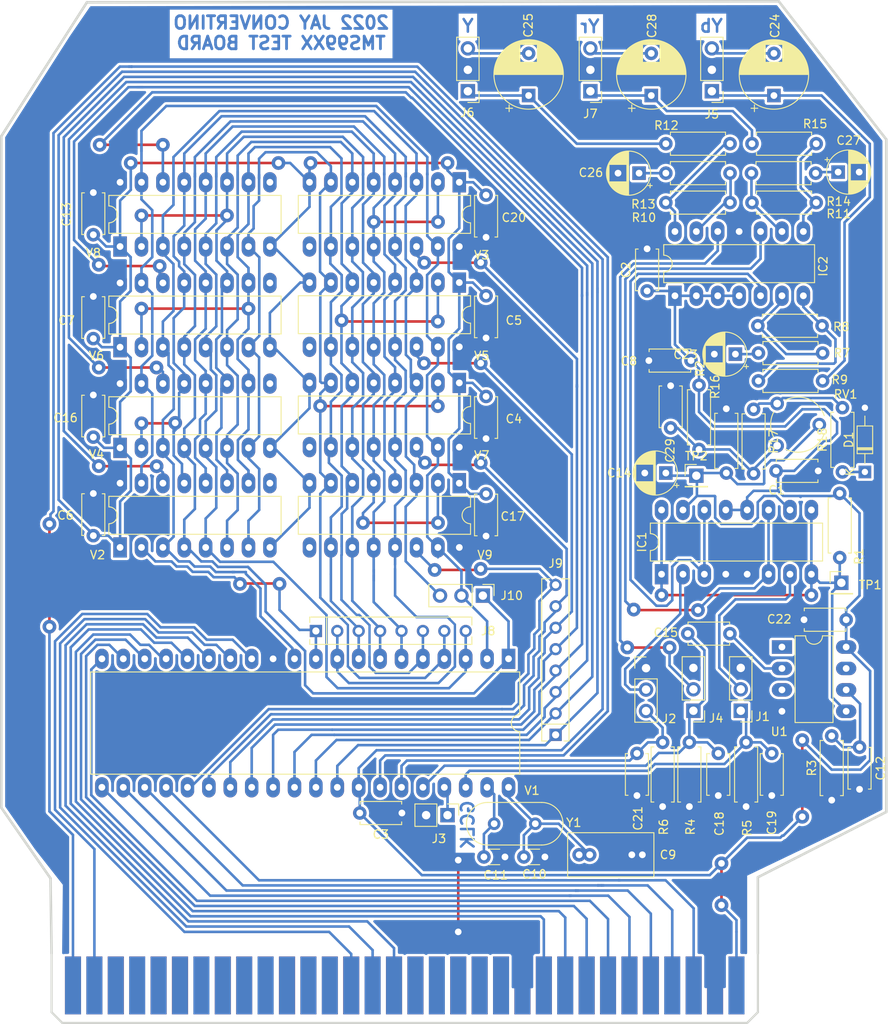
<source format=kicad_pcb>
(kicad_pcb (version 20171130) (host pcbnew 5.1.12-84ad8e8a86~92~ubuntu20.04.1)
  (layers (0 F.Cu signal) (31 B.Cu signal) (34 B.Paste user) (35 F.Paste user) (36 B.SilkS user) (37 F.SilkS user) (38 B.Mask user) (39 F.Mask user) (44 Edge.Cuts user))
  (net 0 "")
  (net 1 VSS)
  (net 2 "Net-(C10-Pad2)")
  (net 3 "Net-(C11-Pad1)")
  (net 4 VCC)
  (net 5 "Net-(CON1-PadB1)")
  (net 6 "Net-(CON1-PadB2)")
  (net 7 "Net-(CON1-PadB3)")
  (net 8 "Net-(CON1-PadB4)")
  (net 9 "Net-(CON1-PadB5)")
  (net 10 "Net-(CON1-PadB6)")
  (net 11 "Net-(CON1-PadB7)")
  (net 12 "Net-(CON1-PadB8)")
  (net 13 "Net-(CON1-PadB9)")
  (net 14 "Net-(CON1-PadB10)")
  (net 15 "Net-(CON1-PadB11)")
  (net 16 "Net-(CON1-PadB12)")
  (net 17 "Net-(CON1-PadB13)")
  (net 18 "Net-(CON1-PadB14)")
  (net 19 "Net-(CON1-PadB15)")
  (net 20 "Net-(CON1-PadB16)")
  (net 21 "Net-(CON1-PadB17)")
  (net 22 "Net-(CON1-PadB18)")
  (net 23 "Net-(CON1-PadB19)")
  (net 24 "Net-(CON1-PadB20)")
  (net 25 "Net-(CON1-PadB21)")
  (net 26 "Net-(CON1-PadB22)")
  (net 27 "Net-(CON1-PadB23)")
  (net 28 "Net-(CON1-PadB24)")
  (net 29 "Net-(CON1-PadB25)")
  (net 30 "Net-(CON1-PadB26)")
  (net 31 "Net-(CON1-PadB27)")
  (net 32 "Net-(CON1-PadB28)")
  (net 33 "Net-(CON1-PadB29)")
  (net 34 "Net-(CON1-PadB30)")
  (net 35 "Net-(CON1-PadB31)")
  (net 36 "Net-(CON1-PadB32)")
  (net 37 "Net-(CON1-PadA18)")
  (net 38 "Net-(CON1-PadA20)")
  (net 39 "Net-(CON1-PadA19)")
  (net 40 "Net-(CON1-PadA21)")
  (net 41 "Net-(V4-Pad9)")
  (net 42 "Net-(V5-Pad9)")
  (net 43 "Net-(V6-Pad9)")
  (net 44 "Net-(V7-Pad9)")
  (net 45 "Net-(V8-Pad9)")
  (net 46 "Net-(V9-Pad9)")
  (net 47 /R0)
  (net 48 /R1)
  (net 49 /R2)
  (net 50 /A0)
  (net 51 /R3)
  (net 52 /A1)
  (net 53 /R4)
  (net 54 /A2)
  (net 55 /R5)
  (net 56 /A3)
  (net 57 /R6)
  (net 58 /A4)
  (net 59 /R7)
  (net 60 /A5)
  (net 61 /A6)
  (net 62 /A7)
  (net 63 /nINT)
  (net 64 /nRESET)
  (net 65 /nCSR)
  (net 66 /MODE)
  (net 67 /nCSW)
  (net 68 /D5)
  (net 69 /D6)
  (net 70 /D7)
  (net 71 /D0)
  (net 72 /D1)
  (net 73 /D2)
  (net 74 /D3)
  (net 75 /D4)
  (net 76 /RnW)
  (net 77 /nCAS)
  (net 78 /nRAS)
  (net 79 /Yr)
  (net 80 /Y)
  (net 81 /Yb)
  (net 82 /GCLK)
  (net 83 "Net-(CON1-PadA12)")
  (net 84 "Net-(CON1-PadA11)")
  (net 85 "Net-(CON1-PadA13)")
  (net 86 "Net-(CON1-PadA10)")
  (net 87 "Net-(CON1-PadA7)")
  (net 88 "Net-(CON1-PadA6)")
  (net 89 "Net-(CON1-PadA9)")
  (net 90 "Net-(CON1-PadA8)")
  (net 91 "Net-(CON1-PadA17)")
  (net 92 "Net-(CON1-PadA5)")
  (net 93 "Net-(CON1-PadA3)")
  (net 94 "Net-(CON1-PadA4)")
  (net 95 "Net-(C28-Pad2)")
  (net 96 "Net-(C28-Pad1)")
  (net 97 "Net-(D1-Pad1)")
  (net 98 "Net-(IC1-Pad1)")
  (net 99 "Net-(IC1-Pad14)")
  (net 100 "Net-(IC1-Pad11)")
  (net 101 "Net-(C12-Pad1)")
  (net 102 "Net-(C14-Pad1)")
  (net 103 "Net-(C15-Pad2)")
  (net 104 "Net-(C23-Pad1)")
  (net 105 "Net-(C24-Pad2)")
  (net 106 "Net-(C24-Pad1)")
  (net 107 "Net-(C25-Pad2)")
  (net 108 "Net-(C25-Pad1)")
  (net 109 "Net-(C26-Pad1)")
  (net 110 "Net-(C27-Pad1)")
  (net 111 "Net-(IC1-Pad7)")
  (net 112 "Net-(IC1-Pad2)")
  (net 113 "Net-(IC2-Pad14)")
  (net 114 "Net-(IC2-Pad7)")
  (net 115 "Net-(IC2-Pad13)")
  (net 116 "Net-(IC2-Pad6)")
  (net 117 "Net-(IC2-Pad12)")
  (net 118 "Net-(IC2-Pad9)")
  (net 119 "Net-(IC2-Pad8)")
  (net 120 "Net-(U1-Pad7)")
  (net 121 "Net-(U1-Pad3)")
  (net 122 "Net-(U1-Pad1)")
  (net 123 "Net-(V2-Pad9)")
  (net 124 "Net-(V3-Pad9)")
  (net 125 "Net-(C29-Pad2)")
  (net 126 "Net-(R17-Pad1)")
  (module Resistor_THT:R_Axial_DIN0207_L6.3mm_D2.5mm_P7.62mm_Horizontal (layer F.Cu) (at 205.867 88.9635 90)
    (fp_text reference R18 (at 3.81 -2.37 90) (layer F.SilkS))
    (fp_text value 2R2)
    (pad 2 thru_hole oval (at 7.62 0 90) (size 1.6 1.6) (drill 0.8) (layers *.Cu *.Mask) (net 126 "Net-(R17-Pad1)"))
    (pad 1 thru_hole circle (at 0 0 90) (size 1.6 1.6) (drill 0.8) (layers *.Cu *.Mask) (net 97 "Net-(D1-Pad1)"))
  )
  (module Resistor_THT:R_Axial_DIN0207_L6.3mm_D2.5mm_P7.62mm_Horizontal (layer F.Cu) (at 195.326 81.534 270)
    (fp_text reference R17 (at 3.81 -2.37 90) (layer F.SilkS))
    (fp_text value 10R)
    (pad 2 thru_hole oval (at 7.62 0 270) (size 1.6 1.6) (drill 0.8) (layers *.Cu *.Mask) (net 125 "Net-(C29-Pad2)"))
    (pad 1 thru_hole circle (at 0 0 270) (size 1.6 1.6) (drill 0.8) (layers *.Cu *.Mask) (net 126 "Net-(R17-Pad1)"))
  )
  (module Resistor_THT:R_Axial_DIN0207_L6.3mm_D2.5mm_P7.62mm_Horizontal (layer F.Cu) (at 192.0875 81.4705 270)
    (fp_text reference R16 (at -2.6035 1.3335 90) (layer F.SilkS))
    (fp_text value 47K)
    (pad 2 thru_hole oval (at 7.62 0 270) (size 1.6 1.6) (drill 0.8) (layers *.Cu *.Mask) (net 102 "Net-(C14-Pad1)"))
    (pad 1 thru_hole circle (at 0 0 270) (size 1.6 1.6) (drill 0.8) (layers *.Cu *.Mask) (net 1 VSS))
  )
  (module Connector_PinHeader_2.54mm:PinHeader_1x03_P2.54mm_Vertical (layer F.Cu) (at 175.9585 43.815 180)
    (fp_text reference J7 (at 0 -2.667) (layer F.SilkS))
    (fp_text value Conn_01x03_Yr)
    (pad 3 thru_hole oval (at 0 5.08 180) (size 1.7 1.7) (drill 1) (layers *.Cu *.Mask) (net 95 "Net-(C28-Pad2)"))
    (pad 2 thru_hole oval (at 0 2.54 180) (size 1.7 1.7) (drill 1) (layers *.Cu *.Mask) (net 1 VSS))
    (pad 1 thru_hole rect (at 0 0 180) (size 1.7 1.7) (drill 1) (layers *.Cu *.Mask) (net 96 "Net-(C28-Pad1)"))
  )
  (module Connector_PinHeader_2.54mm:PinHeader_1x03_P2.54mm_Vertical (layer F.Cu) (at 161.417 43.815 180)
    (fp_text reference J6 (at 0.0635 -2.54) (layer F.SilkS))
    (fp_text value Conn_01x03_Y)
    (pad 3 thru_hole oval (at 0 5.08 180) (size 1.7 1.7) (drill 1) (layers *.Cu *.Mask) (net 107 "Net-(C25-Pad2)"))
    (pad 2 thru_hole oval (at 0 2.54 180) (size 1.7 1.7) (drill 1) (layers *.Cu *.Mask) (net 1 VSS))
    (pad 1 thru_hole rect (at 0 0 180) (size 1.7 1.7) (drill 1) (layers *.Cu *.Mask) (net 108 "Net-(C25-Pad1)"))
  )
  (module Connector_PinHeader_2.54mm:PinHeader_1x03_P2.54mm_Vertical (layer F.Cu) (at 190.373 43.815 180)
    (fp_text reference J5 (at 0 -2.7305) (layer F.SilkS))
    (fp_text value Conn_01x03_Yb)
    (pad 3 thru_hole oval (at 0 5.08 180) (size 1.7 1.7) (drill 1) (layers *.Cu *.Mask) (net 105 "Net-(C24-Pad2)"))
    (pad 2 thru_hole oval (at 0 2.54 180) (size 1.7 1.7) (drill 1) (layers *.Cu *.Mask) (net 1 VSS))
    (pad 1 thru_hole rect (at 0 0 180) (size 1.7 1.7) (drill 1) (layers *.Cu *.Mask) (net 106 "Net-(C24-Pad1)"))
  )
  (module Package_DIP:DIP-8_W7.62mm_LongPads (layer F.Cu) (at 198.6915 109.728)
    (fp_text reference U1 (at -0.3175 10.033) (layer F.SilkS))
    (fp_text value LM1881)
    (pad 8 thru_hole oval (at 7.62 0) (size 2.4 1.6) (drill 0.8) (layers *.Cu *.Mask) (net 4 VCC))
    (pad 4 thru_hole oval (at 0 7.62) (size 2.4 1.6) (drill 0.8) (layers *.Cu *.Mask) (net 1 VSS))
    (pad 7 thru_hole oval (at 7.62 2.54) (size 2.4 1.6) (drill 0.8) (layers *.Cu *.Mask) (net 120 "Net-(U1-Pad7)"))
    (pad 3 thru_hole oval (at 0 5.08) (size 2.4 1.6) (drill 0.8) (layers *.Cu *.Mask) (net 121 "Net-(U1-Pad3)"))
    (pad 6 thru_hole oval (at 7.62 5.08) (size 2.4 1.6) (drill 0.8) (layers *.Cu *.Mask) (net 101 "Net-(C12-Pad1)"))
    (pad 2 thru_hole oval (at 0 2.54) (size 2.4 1.6) (drill 0.8) (layers *.Cu *.Mask) (net 103 "Net-(C15-Pad2)"))
    (pad 5 thru_hole oval (at 7.62 7.62) (size 2.4 1.6) (drill 0.8) (layers *.Cu *.Mask) (net 98 "Net-(IC1-Pad1)"))
    (pad 1 thru_hole rect (at 0 0) (size 2.4 1.6) (drill 0.8) (layers *.Cu *.Mask) (net 122 "Net-(U1-Pad1)"))
  )
  (module Package_DIP:DIP-14_W7.62mm_LongPads (layer F.Cu) (at 185.9915 68.072 90)
    (fp_text reference IC2 (at 3.4925 17.5895 90) (layer F.SilkS))
    (fp_text value AD813ANZ)
    (pad 14 thru_hole oval (at 7.62 0 90) (size 2.4 1.6) (drill 0.8) (layers *.Cu *.Mask) (net 113 "Net-(IC2-Pad14)"))
    (pad 7 thru_hole oval (at 0 15.24 90) (size 2.4 1.6) (drill 0.8) (layers *.Cu *.Mask) (net 114 "Net-(IC2-Pad7)"))
    (pad 13 thru_hole oval (at 7.62 2.54 90) (size 2.4 1.6) (drill 0.8) (layers *.Cu *.Mask) (net 115 "Net-(IC2-Pad13)"))
    (pad 6 thru_hole oval (at 0 12.7 90) (size 2.4 1.6) (drill 0.8) (layers *.Cu *.Mask) (net 116 "Net-(IC2-Pad6)"))
    (pad 12 thru_hole oval (at 7.62 5.08 90) (size 2.4 1.6) (drill 0.8) (layers *.Cu *.Mask) (net 117 "Net-(IC2-Pad12)"))
    (pad 5 thru_hole oval (at 0 10.16 90) (size 2.4 1.6) (drill 0.8) (layers *.Cu *.Mask) (net 99 "Net-(IC1-Pad14)"))
    (pad 11 thru_hole oval (at 7.62 7.62 90) (size 2.4 1.6) (drill 0.8) (layers *.Cu *.Mask) (net 1 VSS))
    (pad 4 thru_hole oval (at 0 7.62 90) (size 2.4 1.6) (drill 0.8) (layers *.Cu *.Mask) (net 4 VCC))
    (pad 10 thru_hole oval (at 7.62 10.16 90) (size 2.4 1.6) (drill 0.8) (layers *.Cu *.Mask) (net 100 "Net-(IC1-Pad11)"))
    (pad 3 thru_hole oval (at 0 5.08 90) (size 2.4 1.6) (drill 0.8) (layers *.Cu *.Mask) (net 4 VCC))
    (pad 9 thru_hole oval (at 7.62 12.7 90) (size 2.4 1.6) (drill 0.8) (layers *.Cu *.Mask) (net 118 "Net-(IC2-Pad9)"))
    (pad 2 thru_hole oval (at 0 2.54 90) (size 2.4 1.6) (drill 0.8) (layers *.Cu *.Mask) (net 4 VCC))
    (pad 8 thru_hole oval (at 7.62 15.24 90) (size 2.4 1.6) (drill 0.8) (layers *.Cu *.Mask) (net 119 "Net-(IC2-Pad8)"))
    (pad 1 thru_hole rect (at 0 0 90) (size 2.4 1.6) (drill 0.8) (layers *.Cu *.Mask) (net 4 VCC))
  )
  (module Package_DIP:DIP-16_W7.62mm_LongPads (layer F.Cu) (at 184.404 101.092 90)
    (fp_text reference IC1 (at 3.81 -2.33 90) (layer F.SilkS))
    (fp_text value ADG453/413)
    (pad 16 thru_hole oval (at 7.62 0 90) (size 2.4 1.6) (drill 0.8) (layers *.Cu *.Mask) (net 98 "Net-(IC1-Pad1)"))
    (pad 8 thru_hole oval (at 0 17.78 90) (size 2.4 1.6) (drill 0.8) (layers *.Cu *.Mask) (net 98 "Net-(IC1-Pad1)"))
    (pad 15 thru_hole oval (at 7.62 2.54 90) (size 2.4 1.6) (drill 0.8) (layers *.Cu *.Mask) (net 102 "Net-(C14-Pad1)"))
    (pad 7 thru_hole oval (at 0 15.24 90) (size 2.4 1.6) (drill 0.8) (layers *.Cu *.Mask) (net 111 "Net-(IC1-Pad7)"))
    (pad 14 thru_hole oval (at 7.62 5.08 90) (size 2.4 1.6) (drill 0.8) (layers *.Cu *.Mask) (net 99 "Net-(IC1-Pad14)"))
    (pad 6 thru_hole oval (at 0 12.7 90) (size 2.4 1.6) (drill 0.8) (layers *.Cu *.Mask) (net 100 "Net-(IC1-Pad11)"))
    (pad 13 thru_hole oval (at 7.62 7.62 90) (size 2.4 1.6) (drill 0.8) (layers *.Cu *.Mask) (net 4 VCC))
    (pad 5 thru_hole oval (at 0 10.16 90) (size 2.4 1.6) (drill 0.8) (layers *.Cu *.Mask) (net 1 VSS))
    (pad 12 thru_hole oval (at 7.62 10.16 90) (size 2.4 1.6) (drill 0.8) (layers *.Cu *.Mask) (net 4 VCC))
    (pad 4 thru_hole oval (at 0 7.62 90) (size 2.4 1.6) (drill 0.8) (layers *.Cu *.Mask) (net 1 VSS))
    (pad 11 thru_hole oval (at 7.62 12.7 90) (size 2.4 1.6) (drill 0.8) (layers *.Cu *.Mask) (net 100 "Net-(IC1-Pad11)"))
    (pad 3 thru_hole oval (at 0 5.08 90) (size 2.4 1.6) (drill 0.8) (layers *.Cu *.Mask) (net 99 "Net-(IC1-Pad14)"))
    (pad 10 thru_hole oval (at 7.62 15.24 90) (size 2.4 1.6) (drill 0.8) (layers *.Cu *.Mask) (net 102 "Net-(C14-Pad1)"))
    (pad 2 thru_hole oval (at 0 2.54 90) (size 2.4 1.6) (drill 0.8) (layers *.Cu *.Mask) (net 112 "Net-(IC1-Pad2)"))
    (pad 9 thru_hole oval (at 7.62 17.78 90) (size 2.4 1.6) (drill 0.8) (layers *.Cu *.Mask) (net 98 "Net-(IC1-Pad1)"))
    (pad 1 thru_hole rect (at 0 0 90) (size 2.4 1.6) (drill 0.8) (layers *.Cu *.Mask) (net 98 "Net-(IC1-Pad1)"))
  )
  (module Capacitor_THT:CP_Radial_D8.0mm_P5.00mm (layer F.Cu) (at 183.1848 44.323 90)
    (fp_text reference C28 (at 8.255 0.0762 90) (layer F.SilkS))
    (fp_text value 470uF)
    (pad 2 thru_hole circle (at 5 0 90) (size 1.6 1.6) (drill 0.8) (layers *.Cu *.Mask) (net 95 "Net-(C28-Pad2)"))
    (pad 1 thru_hole rect (at 0 0 90) (size 1.6 1.6) (drill 0.8) (layers *.Cu *.Mask) (net 96 "Net-(C28-Pad1)"))
  )
  (module Capacitor_THT:CP_Radial_D8.0mm_P5.00mm (layer F.Cu) (at 168.6306 44.323 90)
    (fp_text reference C25 (at 8.3185 -0.0381 90) (layer F.SilkS))
    (fp_text value 470uF)
    (pad 2 thru_hole circle (at 5 0 90) (size 1.6 1.6) (drill 0.8) (layers *.Cu *.Mask) (net 107 "Net-(C25-Pad2)"))
    (pad 1 thru_hole rect (at 0 0 90) (size 1.6 1.6) (drill 0.8) (layers *.Cu *.Mask) (net 108 "Net-(C25-Pad1)"))
  )
  (module Capacitor_THT:CP_Radial_D8.0mm_P5.00mm (layer F.Cu) (at 197.739 44.323 90)
    (fp_text reference C24 (at 8.255 0.127 90) (layer F.SilkS))
    (fp_text value 470uF)
    (pad 2 thru_hole circle (at 5 0 90) (size 1.6 1.6) (drill 0.8) (layers *.Cu *.Mask) (net 105 "Net-(C24-Pad2)"))
    (pad 1 thru_hole rect (at 0 0 90) (size 1.6 1.6) (drill 0.8) (layers *.Cu *.Mask) (net 106 "Net-(C24-Pad1)"))
  )
  (module Connector_PinHeader_2.54mm:PinHeader_1x01_P2.54mm_Vertical (layer F.Cu) (at 188.5315 89.408)
    (fp_text reference TP2 (at 0 -2.33) (layer F.SilkS))
    (fp_text value TestPoint)
    (pad 1 thru_hole rect (at 0 0) (size 1.7 1.7) (drill 1) (layers *.Cu *.Mask) (net 102 "Net-(C14-Pad1)"))
  )
  (module Connector_PinHeader_2.54mm:PinHeader_1x01_P2.54mm_Vertical (layer F.Cu) (at 205.74 102.108)
    (fp_text reference TP1 (at 3.429 0.254) (layer F.SilkS))
    (fp_text value TestPoint)
    (pad 1 thru_hole rect (at 0 0) (size 1.7 1.7) (drill 1) (layers *.Cu *.Mask) (net 98 "Net-(IC1-Pad1)"))
  )
  (module Potentiometer_THT:Potentiometer_Piher_PT-6-V_Vertical (layer F.Cu) (at 198.12 85.852)
    (fp_text reference RV1 (at 8.128 -6.096) (layer F.SilkS))
    (fp_text value 100R)
    (pad 1 thru_hole circle (at 0 0) (size 1.62 1.62) (drill 0.9) (layers *.Cu *.Mask) (net 125 "Net-(C29-Pad2)"))
    (pad 2 thru_hole circle (at 5 -2.5) (size 1.62 1.62) (drill 0.9) (layers *.Cu *.Mask) (net 102 "Net-(C14-Pad1)"))
    (pad 3 thru_hole circle (at 0 -5) (size 1.62 1.62) (drill 0.9) (layers *.Cu *.Mask) (net 126 "Net-(R17-Pad1)"))
  )
  (module Resistor_THT:R_Axial_DIN0207_L6.3mm_D2.5mm_P7.62mm_Horizontal (layer F.Cu) (at 195.1355 50.038)
    (fp_text reference R15 (at 7.493 -2.3495) (layer F.SilkS))
    (fp_text value 75R)
    (pad 2 thru_hole oval (at 7.62 0) (size 1.6 1.6) (drill 0.8) (layers *.Cu *.Mask) (net 119 "Net-(IC2-Pad8)"))
    (pad 1 thru_hole circle (at 0 0) (size 1.6 1.6) (drill 0.8) (layers *.Cu *.Mask) (net 96 "Net-(C28-Pad1)"))
  )
  (module Resistor_THT:R_Axial_DIN0207_L6.3mm_D2.5mm_P7.62mm_Horizontal (layer F.Cu) (at 202.692 53.5305 180)
    (fp_text reference R14 (at -2.7305 -3.3655) (layer F.SilkS))
    (fp_text value 510R)
    (pad 2 thru_hole oval (at 7.62 0 180) (size 1.6 1.6) (drill 0.8) (layers *.Cu *.Mask) (net 118 "Net-(IC2-Pad9)"))
    (pad 1 thru_hole circle (at 0 0 180) (size 1.6 1.6) (drill 0.8) (layers *.Cu *.Mask) (net 110 "Net-(C27-Pad1)"))
  )
  (module Resistor_THT:R_Axial_DIN0207_L6.3mm_D2.5mm_P7.62mm_Horizontal (layer F.Cu) (at 192.532 53.5305 180)
    (fp_text reference R13 (at 10.287 -3.683) (layer F.SilkS))
    (fp_text value 510R)
    (pad 2 thru_hole oval (at 7.62 0 180) (size 1.6 1.6) (drill 0.8) (layers *.Cu *.Mask) (net 109 "Net-(C26-Pad1)"))
    (pad 1 thru_hole circle (at 0 0 180) (size 1.6 1.6) (drill 0.8) (layers *.Cu *.Mask) (net 115 "Net-(IC2-Pad13)"))
  )
  (module Resistor_THT:R_Axial_DIN0207_L6.3mm_D2.5mm_P7.62mm_Horizontal (layer F.Cu) (at 184.912 50.038)
    (fp_text reference R12 (at 0.0635 -2.159) (layer F.SilkS))
    (fp_text value 75R)
    (pad 2 thru_hole oval (at 7.62 0) (size 1.6 1.6) (drill 0.8) (layers *.Cu *.Mask) (net 113 "Net-(IC2-Pad14)"))
    (pad 1 thru_hole circle (at 0 0) (size 1.6 1.6) (drill 0.8) (layers *.Cu *.Mask) (net 108 "Net-(C25-Pad1)"))
  )
  (module Resistor_THT:R_Axial_DIN0207_L6.3mm_D2.5mm_P7.62mm_Horizontal (layer F.Cu) (at 202.7555 57.023 180)
    (fp_text reference R11 (at -2.667 -1.3335) (layer F.SilkS))
    (fp_text value 510R)
    (pad 2 thru_hole oval (at 7.62 0 180) (size 1.6 1.6) (drill 0.8) (layers *.Cu *.Mask) (net 118 "Net-(IC2-Pad9)"))
    (pad 1 thru_hole circle (at 0 0 180) (size 1.6 1.6) (drill 0.8) (layers *.Cu *.Mask) (net 119 "Net-(IC2-Pad8)"))
  )
  (module Resistor_THT:R_Axial_DIN0207_L6.3mm_D2.5mm_P7.62mm_Horizontal (layer F.Cu) (at 192.532 57.023 180)
    (fp_text reference R10 (at 10.2235 -1.778) (layer F.SilkS))
    (fp_text value 510R)
    (pad 2 thru_hole oval (at 7.62 0 180) (size 1.6 1.6) (drill 0.8) (layers *.Cu *.Mask) (net 113 "Net-(IC2-Pad14)"))
    (pad 1 thru_hole circle (at 0 0 180) (size 1.6 1.6) (drill 0.8) (layers *.Cu *.Mask) (net 115 "Net-(IC2-Pad13)"))
  )
  (module Resistor_THT:R_Axial_DIN0207_L6.3mm_D2.5mm_P7.62mm_Horizontal (layer F.Cu) (at 203.5175 78.1685 180)
    (fp_text reference R9 (at -2.032 0.127) (layer F.SilkS))
    (fp_text value 75R)
    (pad 2 thru_hole oval (at 7.62 0 180) (size 1.6 1.6) (drill 0.8) (layers *.Cu *.Mask) (net 114 "Net-(IC2-Pad7)"))
    (pad 1 thru_hole circle (at 0 0 180) (size 1.6 1.6) (drill 0.8) (layers *.Cu *.Mask) (net 106 "Net-(C24-Pad1)"))
  )
  (module Resistor_THT:R_Axial_DIN0207_L6.3mm_D2.5mm_P7.62mm_Horizontal (layer F.Cu) (at 195.834 71.628)
    (fp_text reference R8 (at 9.906 0.127) (layer F.SilkS))
    (fp_text value 510R)
    (pad 2 thru_hole oval (at 7.62 0) (size 1.6 1.6) (drill 0.8) (layers *.Cu *.Mask) (net 114 "Net-(IC2-Pad7)"))
    (pad 1 thru_hole circle (at 0 0) (size 1.6 1.6) (drill 0.8) (layers *.Cu *.Mask) (net 116 "Net-(IC2-Pad6)"))
  )
  (module Resistor_THT:R_Axial_DIN0207_L6.3mm_D2.5mm_P7.62mm_Horizontal (layer F.Cu) (at 203.5175 74.8665 180)
    (fp_text reference R7 (at -2.286 0) (layer F.SilkS))
    (fp_text value 510R)
    (pad 2 thru_hole oval (at 7.62 0 180) (size 1.6 1.6) (drill 0.8) (layers *.Cu *.Mask) (net 104 "Net-(C23-Pad1)"))
    (pad 1 thru_hole circle (at 0 0 180) (size 1.6 1.6) (drill 0.8) (layers *.Cu *.Mask) (net 116 "Net-(IC2-Pad6)"))
  )
  (module Resistor_THT:R_Axial_DIN0207_L6.3mm_D2.5mm_P7.62mm_Horizontal (layer F.Cu) (at 204.597 127.889 90)
    (fp_text reference R3 (at 3.81 -2.37 90) (layer F.SilkS))
    (fp_text value 680k)
    (pad 2 thru_hole oval (at 7.62 0 90) (size 1.6 1.6) (drill 0.8) (layers *.Cu *.Mask) (net 101 "Net-(C12-Pad1)"))
    (pad 1 thru_hole circle (at 0 0 90) (size 1.6 1.6) (drill 0.8) (layers *.Cu *.Mask) (net 1 VSS))
  )
  (module Resistor_THT:R_Axial_DIN0207_L6.3mm_D2.5mm_P7.62mm_Horizontal (layer F.Cu) (at 188.849 86.2965 90)
    (fp_text reference R2 (at 9.5885 0.127 90) (layer F.SilkS))
    (fp_text value 120R)
    (pad 2 thru_hole oval (at 7.62 0 90) (size 1.6 1.6) (drill 0.8) (layers *.Cu *.Mask) (net 4 VCC))
    (pad 1 thru_hole circle (at 0 0 90) (size 1.6 1.6) (drill 0.8) (layers *.Cu *.Mask) (net 125 "Net-(C29-Pad2)"))
  )
  (module Resistor_THT:R_Axial_DIN0207_L6.3mm_D2.5mm_P7.62mm_Horizontal (layer F.Cu) (at 205.5495 99.1235 90)
    (fp_text reference R1 (at 0.127 2.286 90) (layer F.SilkS))
    (fp_text value 1K)
    (pad 2 thru_hole oval (at 7.62 0 90) (size 1.6 1.6) (drill 0.8) (layers *.Cu *.Mask) (net 4 VCC))
    (pad 1 thru_hole circle (at 0 0 90) (size 1.6 1.6) (drill 0.8) (layers *.Cu *.Mask) (net 98 "Net-(IC1-Pad1)"))
  )
  (module Connector_PinHeader_2.54mm:PinHeader_1x03_P2.54mm_Vertical (layer F.Cu) (at 188.18225 117.2845 180)
    (fp_text reference J4 (at -2.69875 -0.889) (layer F.SilkS))
    (fp_text value Conn_01x03)
    (pad 3 thru_hole oval (at 0 5.08 180) (size 1.7 1.7) (drill 1) (layers *.Cu *.Mask) (net 1 VSS))
    (pad 2 thru_hole oval (at 0 2.54 180) (size 1.7 1.7) (drill 1) (layers *.Cu *.Mask) (net 117 "Net-(IC2-Pad12)"))
    (pad 1 thru_hole rect (at 0 0 180) (size 1.7 1.7) (drill 1) (layers *.Cu *.Mask) (net 80 /Y))
  )
  (module Connector_PinHeader_2.54mm:PinHeader_1x03_P2.54mm_Vertical (layer F.Cu) (at 182.5625 112.2345)
    (fp_text reference J2 (at 2.7305 6.0025) (layer F.SilkS))
    (fp_text value Conn_01x03)
    (pad 3 thru_hole oval (at 0 5.08) (size 1.7 1.7) (drill 1) (layers *.Cu *.Mask) (net 81 /Yb))
    (pad 2 thru_hole oval (at 0 2.54) (size 1.7 1.7) (drill 1) (layers *.Cu *.Mask) (net 112 "Net-(IC1-Pad2)"))
    (pad 1 thru_hole rect (at 0 0) (size 1.7 1.7) (drill 1) (layers *.Cu *.Mask) (net 1 VSS))
  )
  (module Connector_PinHeader_2.54mm:PinHeader_1x03_P2.54mm_Vertical (layer F.Cu) (at 193.802 117.2845 180)
    (fp_text reference J1 (at -2.6035 -0.6985) (layer F.SilkS))
    (fp_text value Conn_01x03)
    (pad 3 thru_hole oval (at 0 5.08 180) (size 1.7 1.7) (drill 1) (layers *.Cu *.Mask) (net 1 VSS))
    (pad 2 thru_hole oval (at 0 2.54 180) (size 1.7 1.7) (drill 1) (layers *.Cu *.Mask) (net 111 "Net-(IC1-Pad7)"))
    (pad 1 thru_hole rect (at 0 0 180) (size 1.7 1.7) (drill 1) (layers *.Cu *.Mask) (net 79 /Yr))
  )
  (module Diode_THT:D_DO-34_SOD68_P7.62mm_Horizontal (layer F.Cu) (at 208.534 88.9635 90)
    (fp_text reference D1 (at 3.81 -1.92 90) (layer F.SilkS))
    (fp_text value D_Zener_2-7)
    (fp_text user K (at 0 -1.75 90) (layer F.SilkS))
    (pad 2 thru_hole oval (at 7.62 0 90) (size 1.5 1.5) (drill 0.75) (layers *.Cu *.Mask) (net 1 VSS))
    (pad 1 thru_hole rect (at 0 0 90) (size 1.5 1.5) (drill 0.75) (layers *.Cu *.Mask) (net 97 "Net-(D1-Pad1)"))
  )
  (module Capacitor_THT:C_Disc_D4.7mm_W2.5mm_P5.00mm (layer F.Cu) (at 185.4835 78.74 270)
    (fp_text reference C29 (at 7.6835 0.0635 90) (layer F.SilkS))
    (fp_text value 100nF)
    (pad 2 thru_hole circle (at 5 0 270) (size 1.6 1.6) (drill 0.8) (layers *.Cu *.Mask) (net 125 "Net-(C29-Pad2)"))
    (pad 1 thru_hole circle (at 0 0 270) (size 1.6 1.6) (drill 0.8) (layers *.Cu *.Mask) (net 1 VSS))
  )
  (module Capacitor_THT:CP_Radial_D5.0mm_P2.50mm (layer F.Cu) (at 205.359 53.4035)
    (fp_text reference C27 (at 1.25 -3.75) (layer F.SilkS))
    (fp_text value 33uF)
    (pad 2 thru_hole circle (at 2.5 0) (size 1.6 1.6) (drill 0.8) (layers *.Cu *.Mask) (net 1 VSS))
    (pad 1 thru_hole rect (at 0 0) (size 1.6 1.6) (drill 0.8) (layers *.Cu *.Mask) (net 110 "Net-(C27-Pad1)"))
  )
  (module Capacitor_THT:CP_Radial_D5.0mm_P2.50mm (layer F.Cu) (at 181.737 53.5305 180)
    (fp_text reference C26 (at 5.715 0.0635) (layer F.SilkS))
    (fp_text value 33uF)
    (pad 2 thru_hole circle (at 2.5 0 180) (size 1.6 1.6) (drill 0.8) (layers *.Cu *.Mask) (net 1 VSS))
    (pad 1 thru_hole rect (at 0 0 180) (size 1.6 1.6) (drill 0.8) (layers *.Cu *.Mask) (net 109 "Net-(C26-Pad1)"))
  )
  (module Capacitor_THT:CP_Radial_D5.0mm_P2.50mm (layer F.Cu) (at 193.167 74.9935 180)
    (fp_text reference C23 (at 5.9055 -0.0635) (layer F.SilkS))
    (fp_text value 33uF)
    (pad 2 thru_hole circle (at 2.5 0 180) (size 1.6 1.6) (drill 0.8) (layers *.Cu *.Mask) (net 1 VSS))
    (pad 1 thru_hole rect (at 0 0 180) (size 1.6 1.6) (drill 0.8) (layers *.Cu *.Mask) (net 104 "Net-(C23-Pad1)"))
  )
  (module Capacitor_THT:C_Disc_D4.7mm_W2.5mm_P5.00mm (layer F.Cu) (at 187.5155 108.1405)
    (fp_text reference C15 (at -2.6035 -0.127) (layer F.SilkS))
    (fp_text value 100nF)
    (pad 2 thru_hole circle (at 5 0) (size 1.6 1.6) (drill 0.8) (layers *.Cu *.Mask) (net 103 "Net-(C15-Pad2)"))
    (pad 1 thru_hole circle (at 0 0) (size 1.6 1.6) (drill 0.8) (layers *.Cu *.Mask) (net 80 /Y))
  )
  (module Capacitor_THT:CP_Radial_D5.0mm_P2.50mm (layer F.Cu) (at 184.912 89.0905 180)
    (fp_text reference C14 (at 5.5245 0) (layer F.SilkS))
    (fp_text value 10uF)
    (pad 2 thru_hole circle (at 2.5 0 180) (size 1.6 1.6) (drill 0.8) (layers *.Cu *.Mask) (net 1 VSS))
    (pad 1 thru_hole rect (at 0 0 180) (size 1.6 1.6) (drill 0.8) (layers *.Cu *.Mask) (net 102 "Net-(C14-Pad1)"))
  )
  (module Capacitor_THT:C_Disc_D4.7mm_W2.5mm_P5.00mm (layer F.Cu) (at 207.899 121.6025 270)
    (fp_text reference C12 (at 2.5 -2.5 90) (layer F.SilkS))
    (fp_text value 100nF)
    (pad 2 thru_hole circle (at 5 0 270) (size 1.6 1.6) (drill 0.8) (layers *.Cu *.Mask) (net 1 VSS))
    (pad 1 thru_hole circle (at 0 0 270) (size 1.6 1.6) (drill 0.8) (layers *.Cu *.Mask) (net 101 "Net-(C12-Pad1)"))
  )
  (module Capacitor_THT:C_Disc_D4.7mm_W2.5mm_P5.00mm (layer F.Cu) (at 182.6895 67.5005 90)
    (fp_text reference C2 (at 2.5 -2.5 90) (layer F.SilkS))
    (fp_text value 100nF)
    (pad 2 thru_hole circle (at 5 0 90) (size 1.6 1.6) (drill 0.8) (layers *.Cu *.Mask) (net 1 VSS))
    (pad 1 thru_hole circle (at 0 0 90) (size 1.6 1.6) (drill 0.8) (layers *.Cu *.Mask) (net 4 VCC))
  )
  (module Capacitor_THT:C_Disc_D4.7mm_W2.5mm_P5.00mm (layer F.Cu) (at 197.993 88.8365)
    (fp_text reference C1 (at 0.0635 2.286) (layer F.SilkS))
    (fp_text value 100nF)
    (pad 2 thru_hole circle (at 5 0) (size 1.6 1.6) (drill 0.8) (layers *.Cu *.Mask) (net 1 VSS))
    (pad 1 thru_hole circle (at 0 0) (size 1.6 1.6) (drill 0.8) (layers *.Cu *.Mask) (net 4 VCC))
  )
  (module Package_SIP:SIP-8_19x3mm_P2.54mm (layer F.Cu) (at 171.831 120.142 90)
    (fp_text reference J9 (at 20.32 0 180) (layer F.SilkS))
    (fp_text value Conn_01x08)
    (pad 8 thru_hole circle (at 17.78 0 180) (size 1.45 1.45) (drill 0.85) (layers *.Cu *.Mask) (net 59 /R7))
    (pad 7 thru_hole circle (at 15.24 0 180) (size 1.45 1.45) (drill 0.85) (layers *.Cu *.Mask) (net 57 /R6))
    (pad 6 thru_hole circle (at 12.7 0 180) (size 1.45 1.45) (drill 0.85) (layers *.Cu *.Mask) (net 55 /R5))
    (pad 5 thru_hole circle (at 10.16 0 180) (size 1.45 1.45) (drill 0.85) (layers *.Cu *.Mask) (net 53 /R4))
    (pad 4 thru_hole circle (at 7.62 0 180) (size 1.45 1.45) (drill 0.85) (layers *.Cu *.Mask) (net 51 /R3))
    (pad 3 thru_hole circle (at 5.08 0 180) (size 1.45 1.45) (drill 0.85) (layers *.Cu *.Mask) (net 49 /R2))
    (pad 2 thru_hole circle (at 2.54 0 180) (size 1.45 1.45) (drill 0.85) (layers *.Cu *.Mask) (net 48 /R1))
    (pad 1 thru_hole rect (at 0 0 180) (size 1.45 1.45) (drill 0.85) (layers *.Cu *.Mask) (net 47 /R0))
  )
  (module Package_SIP:SIP-8_19x3mm_P2.54mm (layer F.Cu) (at 143.383 107.823)
    (fp_text reference J8 (at 20.447 0) (layer F.SilkS))
    (fp_text value Conn_01x08)
    (pad 8 thru_hole circle (at 17.78 0 90) (size 1.45 1.45) (drill 0.85) (layers *.Cu *.Mask) (net 62 /A7))
    (pad 7 thru_hole circle (at 15.24 0 90) (size 1.45 1.45) (drill 0.85) (layers *.Cu *.Mask) (net 61 /A6))
    (pad 6 thru_hole circle (at 12.7 0 90) (size 1.45 1.45) (drill 0.85) (layers *.Cu *.Mask) (net 60 /A5))
    (pad 5 thru_hole circle (at 10.16 0 90) (size 1.45 1.45) (drill 0.85) (layers *.Cu *.Mask) (net 58 /A4))
    (pad 4 thru_hole circle (at 7.62 0 90) (size 1.45 1.45) (drill 0.85) (layers *.Cu *.Mask) (net 56 /A3))
    (pad 3 thru_hole circle (at 5.08 0 90) (size 1.45 1.45) (drill 0.85) (layers *.Cu *.Mask) (net 54 /A2))
    (pad 2 thru_hole circle (at 2.54 0 90) (size 1.45 1.45) (drill 0.85) (layers *.Cu *.Mask) (net 52 /A1))
    (pad 1 thru_hole rect (at 0 0 90) (size 1.45 1.45) (drill 0.85) (layers *.Cu *.Mask) (net 50 /A0))
  )
  (module Capacitor_THT:C_Disc_D4.7mm_W2.5mm_P5.00mm (layer F.Cu) (at 163.576 91.567 270)
    (fp_text reference C17 (at 2.667 -3.175 180) (layer F.SilkS))
    (fp_text value 100nF)
    (pad 2 thru_hole circle (at 5 0 270) (size 1.6 1.6) (drill 0.8) (layers *.Cu *.Mask) (net 1 VSS))
    (pad 1 thru_hole circle (at 0 0 270) (size 1.6 1.6) (drill 0.8) (layers *.Cu *.Mask) (net 4 VCC))
  )
  (module Connector_PinHeader_2.54mm:PinHeader_1x03_P2.54mm_Vertical (layer F.Cu) (at 163.195 103.632 270)
    (fp_text reference J10 (at 0 -3.429 180) (layer F.SilkS))
    (fp_text value Conn_01x03)
    (pad 3 thru_hole oval (at 0 5.08 270) (size 1.7 1.7) (drill 1) (layers *.Cu *.Mask) (net 76 /RnW))
    (pad 2 thru_hole oval (at 0 2.54 270) (size 1.7 1.7) (drill 1) (layers *.Cu *.Mask) (net 77 /nCAS))
    (pad 1 thru_hole rect (at 0 0 270) (size 1.7 1.7) (drill 1) (layers *.Cu *.Mask) (net 78 /nRAS))
  )
  (module Capacitor_THT:C_Rect_L10.0mm_W5.0mm_P5.00mm_P7.50mm (layer F.Cu) (at 174.625 134.366)
    (fp_text reference C9 (at 10.541 0) (layer F.SilkS))
    (fp_text value 20pf)
    (pad 2 thru_hole circle (at 7.5 0) (size 1.6 1.6) (drill 0.8) (layers *.Cu *.Mask) (net 1 VSS))
    (pad 1 thru_hole circle (at 0 0) (size 1.6 1.6) (drill 0.8) (layers *.Cu *.Mask) (net 2 "Net-(C10-Pad2)"))
    (pad 2 thru_hole circle (at 6.25 0) (size 1.6 1.6) (drill 0.8) (layers *.Cu *.Mask) (net 1 VSS))
    (pad 1 thru_hole circle (at 1.25 0) (size 1.6 1.6) (drill 0.8) (layers *.Cu *.Mask) (net 2 "Net-(C10-Pad2)"))
  )
  (module Capacitor_THT:C_Disc_D4.7mm_W2.5mm_P5.00mm (layer F.Cu) (at 181.483 127.341 90)
    (fp_text reference C21 (at -2.707 0.127 90) (layer F.SilkS))
    (fp_text value 220pf)
    (pad 2 thru_hole circle (at 5 0 90) (size 1.6 1.6) (drill 0.8) (layers *.Cu *.Mask) (net 81 /Yb))
    (pad 1 thru_hole circle (at 0 0 90) (size 1.6 1.6) (drill 0.8) (layers *.Cu *.Mask) (net 1 VSS))
  )
  (module Capacitor_THT:C_Disc_D4.7mm_W2.5mm_P5.00mm (layer F.Cu) (at 197.485 122.341 270)
    (fp_text reference C19 (at 8.215 0 90) (layer F.SilkS))
    (fp_text value 220pf)
    (pad 2 thru_hole circle (at 5 0 270) (size 1.6 1.6) (drill 0.8) (layers *.Cu *.Mask) (net 1 VSS))
    (pad 1 thru_hole circle (at 0 0 270) (size 1.6 1.6) (drill 0.8) (layers *.Cu *.Mask) (net 79 /Yr))
  )
  (module Capacitor_THT:C_Disc_D4.7mm_W2.5mm_P5.00mm (layer F.Cu) (at 191.135 122.341 270)
    (fp_text reference C18 (at 8.342 -0.127 90) (layer F.SilkS))
    (fp_text value 220pf)
    (pad 2 thru_hole circle (at 5 0 270) (size 1.6 1.6) (drill 0.8) (layers *.Cu *.Mask) (net 1 VSS))
    (pad 1 thru_hole circle (at 0 0 270) (size 1.6 1.6) (drill 0.8) (layers *.Cu *.Mask) (net 80 /Y))
  )
  (module Resistor_THT:R_Axial_DIN0207_L6.3mm_D2.5mm_P7.62mm_Horizontal (layer F.Cu) (at 184.531 128.651 90)
    (fp_text reference R6 (at -2.413 0.127 90) (layer F.SilkS))
    (fp_text value 470R)
    (pad 2 thru_hole oval (at 7.62 0 90) (size 1.6 1.6) (drill 0.8) (layers *.Cu *.Mask) (net 81 /Yb))
    (pad 1 thru_hole circle (at 0 0 90) (size 1.6 1.6) (drill 0.8) (layers *.Cu *.Mask) (net 1 VSS))
  )
  (module Resistor_THT:R_Axial_DIN0207_L6.3mm_D2.5mm_P7.62mm_Horizontal (layer F.Cu) (at 194.437 121.031 270)
    (fp_text reference R5 (at 10.16 -0.127 90) (layer F.SilkS))
    (fp_text value 470R)
    (pad 2 thru_hole oval (at 7.62 0 270) (size 1.6 1.6) (drill 0.8) (layers *.Cu *.Mask) (net 1 VSS))
    (pad 1 thru_hole circle (at 0 0 270) (size 1.6 1.6) (drill 0.8) (layers *.Cu *.Mask) (net 79 /Yr))
  )
  (module Resistor_THT:R_Axial_DIN0207_L6.3mm_D2.5mm_P7.62mm_Horizontal (layer F.Cu) (at 187.706 121.031 270)
    (fp_text reference R4 (at 10.033 -0.127 90) (layer F.SilkS))
    (fp_text value 470R)
    (pad 2 thru_hole oval (at 7.62 0 270) (size 1.6 1.6) (drill 0.8) (layers *.Cu *.Mask) (net 1 VSS))
    (pad 1 thru_hole circle (at 0 0 270) (size 1.6 1.6) (drill 0.8) (layers *.Cu *.Mask) (net 80 /Y))
  )
  (module PICerino:PICERINO-EDGE (layer F.Cu) (at 114.554 149.86)
    (fp_text reference CON1 hide)
    (fp_text value PICERINO-EDGE hide)
    (fp_line (start 81.28 3.175) (end 81.28 -3.81) (layer Edge.Cuts) (width 0.254))
    (fp_line (start 80.01 4.445) (end 81.28 3.175) (layer Edge.Cuts) (width 0.254))
    (fp_line (start -1.27 4.445) (end 80.01 4.445) (layer Edge.Cuts) (width 0.254))
    (fp_line (start -2.54 3.175) (end -1.27 4.445) (layer Edge.Cuts) (width 0.254))
    (fp_line (start -2.54 -3.81) (end -2.54 3.175) (layer Edge.Cuts) (width 0.254))
    (pad A27 smd rect (at 66.04 0) (size 1.905 6.858) (layers B.Cu) (net 74 /D3))
    (pad A26 smd rect (at 63.5 0) (size 1.905 6.858) (layers B.Cu) (net 75 /D4))
    (pad A25 smd rect (at 60.96 0) (size 1.905 6.858) (layers B.Cu) (net 68 /D5))
    (pad A24 smd rect (at 58.42 0) (size 1.905 6.858) (layers B.Cu) (net 69 /D6))
    (pad A23 smd rect (at 55.88 0) (size 1.905 6.858) (layers B.Cu) (net 70 /D7))
    (pad A32 smd rect (at 78.74 0) (size 1.905 6.858) (layers B.Cu) (net 4 VCC))
    (pad A30 smd rect (at 73.66 0) (size 1.905 6.858) (layers B.Cu) (net 71 /D0))
    (pad A29 smd rect (at 71.12 0) (size 1.905 6.858) (layers B.Cu) (net 72 /D1))
    (pad A28 smd rect (at 68.58 0) (size 1.905 6.858) (layers B.Cu) (net 73 /D2))
    (pad A31 smd rect (at 76.2 0) (size 1.905 6.858) (layers B.Cu) (net 1 VSS))
    (pad A22 smd rect (at 53.34 0) (size 1.905 6.858) (layers B.Cu) (net 1 VSS))
    (pad A21 smd rect (at 50.8 0) (size 1.905 6.858) (layers B.Cu) (net 40 "Net-(CON1-PadA21)"))
    (pad A17 smd rect (at 40.64 0) (size 1.905 6.858) (layers B.Cu) (net 91 "Net-(CON1-PadA17)"))
    (pad A19 smd rect (at 45.72 0) (size 1.905 6.858) (layers B.Cu) (net 39 "Net-(CON1-PadA19)"))
    (pad A20 smd rect (at 48.26 0) (size 1.905 6.858) (layers B.Cu) (net 38 "Net-(CON1-PadA20)"))
    (pad A18 smd rect (at 43.18 0) (size 1.905 6.858) (layers B.Cu) (net 37 "Net-(CON1-PadA18)"))
    (pad A16 smd rect (at 38.1 0) (size 1.905 6.858) (layers B.Cu) (net 63 /nINT))
    (pad A15 smd rect (at 35.56 0) (size 1.905 6.858) (layers B.Cu) (net 65 /nCSR))
    (pad A12 smd rect (at 27.94 0) (size 1.905 6.858) (layers B.Cu) (net 83 "Net-(CON1-PadA12)"))
    (pad A11 smd rect (at 25.4 0) (size 1.905 6.858) (layers B.Cu) (net 84 "Net-(CON1-PadA11)"))
    (pad A14 smd rect (at 33.02 0) (size 1.905 6.858) (layers B.Cu) (net 67 /nCSW))
    (pad A13 smd rect (at 30.48 0) (size 1.905 6.858) (layers B.Cu) (net 85 "Net-(CON1-PadA13)"))
    (pad A10 smd rect (at 22.86 0) (size 1.905 6.858) (layers B.Cu) (net 86 "Net-(CON1-PadA10)"))
    (pad A7 smd rect (at 15.24 0) (size 1.905 6.858) (layers B.Cu) (net 87 "Net-(CON1-PadA7)"))
    (pad A6 smd rect (at 12.7 0) (size 1.905 6.858) (layers B.Cu) (net 88 "Net-(CON1-PadA6)"))
    (pad A9 smd rect (at 20.32 0) (size 1.905 6.858) (layers B.Cu) (net 89 "Net-(CON1-PadA9)"))
    (pad A8 smd rect (at 17.78 0) (size 1.905 6.858) (layers B.Cu) (net 90 "Net-(CON1-PadA8)"))
    (pad A5 smd rect (at 10.16 0) (size 1.905 6.858) (layers B.Cu) (net 92 "Net-(CON1-PadA5)"))
    (pad A3 smd rect (at 5.08 0) (size 1.905 6.858) (layers B.Cu) (net 93 "Net-(CON1-PadA3)"))
    (pad A1 smd rect (at 0 0) (size 1.905 6.858) (layers B.Cu) (net 64 /nRESET))
    (pad A2 smd rect (at 2.54 0) (size 1.905 6.858) (layers B.Cu) (net 66 /MODE))
    (pad A4 smd rect (at 7.62 0) (size 1.905 6.858) (layers B.Cu) (net 94 "Net-(CON1-PadA4)"))
    (pad B32 smd rect (at 78.74 0) (size 1.905 6.858) (layers F.Cu) (net 36 "Net-(CON1-PadB32)"))
    (pad B31 smd rect (at 76.2 0) (size 1.905 6.858) (layers F.Cu) (net 35 "Net-(CON1-PadB31)"))
    (pad B30 smd rect (at 73.66 0) (size 1.905 6.858) (layers F.Cu) (net 34 "Net-(CON1-PadB30)"))
    (pad B29 smd rect (at 71.12 0) (size 1.905 6.858) (layers F.Cu) (net 33 "Net-(CON1-PadB29)"))
    (pad B28 smd rect (at 68.58 0) (size 1.905 6.858) (layers F.Cu) (net 32 "Net-(CON1-PadB28)"))
    (pad B27 smd rect (at 66.04 0) (size 1.905 6.858) (layers F.Cu) (net 31 "Net-(CON1-PadB27)"))
    (pad B26 smd rect (at 63.5 0) (size 1.905 6.858) (layers F.Cu) (net 30 "Net-(CON1-PadB26)"))
    (pad B25 smd rect (at 60.96 0) (size 1.905 6.858) (layers F.Cu) (net 29 "Net-(CON1-PadB25)"))
    (pad B24 smd rect (at 58.42 0) (size 1.905 6.858) (layers F.Cu) (net 28 "Net-(CON1-PadB24)"))
    (pad B23 smd rect (at 55.88 0) (size 1.905 6.858) (layers F.Cu) (net 27 "Net-(CON1-PadB23)"))
    (pad B22 smd rect (at 53.34 0) (size 1.905 6.858) (layers F.Cu) (net 26 "Net-(CON1-PadB22)"))
    (pad B21 smd rect (at 50.8 0) (size 1.905 6.858) (layers F.Cu) (net 25 "Net-(CON1-PadB21)"))
    (pad B20 smd rect (at 48.26 0) (size 1.905 6.858) (layers F.Cu) (net 24 "Net-(CON1-PadB20)"))
    (pad B19 smd rect (at 45.72 0) (size 1.905 6.858) (layers F.Cu) (net 23 "Net-(CON1-PadB19)"))
    (pad B18 smd rect (at 43.18 0) (size 1.905 6.858) (layers F.Cu) (net 22 "Net-(CON1-PadB18)"))
    (pad B17 smd rect (at 40.64 0) (size 1.905 6.858) (layers F.Cu) (net 21 "Net-(CON1-PadB17)"))
    (pad B16 smd rect (at 38.1 0) (size 1.905 6.858) (layers F.Cu) (net 20 "Net-(CON1-PadB16)"))
    (pad B15 smd rect (at 35.56 0) (size 1.905 6.858) (layers F.Cu) (net 19 "Net-(CON1-PadB15)"))
    (pad B14 smd rect (at 33.02 0) (size 1.905 6.858) (layers F.Cu) (net 18 "Net-(CON1-PadB14)"))
    (pad B13 smd rect (at 30.48 0) (size 1.905 6.858) (layers F.Cu) (net 17 "Net-(CON1-PadB13)"))
    (pad B12 smd rect (at 27.94 0) (size 1.905 6.858) (layers F.Cu) (net 16 "Net-(CON1-PadB12)"))
    (pad B11 smd rect (at 25.4 0) (size 1.905 6.858) (layers F.Cu) (net 15 "Net-(CON1-PadB11)"))
    (pad B10 smd rect (at 22.86 0) (size 1.905 6.858) (layers F.Cu) (net 14 "Net-(CON1-PadB10)"))
    (pad B9 smd rect (at 20.32 0) (size 1.905 6.858) (layers F.Cu) (net 13 "Net-(CON1-PadB9)"))
    (pad B8 smd rect (at 17.78 0) (size 1.905 6.858) (layers F.Cu) (net 12 "Net-(CON1-PadB8)"))
    (pad B7 smd rect (at 15.24 0) (size 1.905 6.858) (layers F.Cu) (net 11 "Net-(CON1-PadB7)"))
    (pad B6 smd rect (at 12.7 0) (size 1.905 6.858) (layers F.Cu) (net 10 "Net-(CON1-PadB6)"))
    (pad B5 smd rect (at 10.16 0) (size 1.905 6.858) (layers F.Cu) (net 9 "Net-(CON1-PadB5)"))
    (pad B4 smd rect (at 7.62 0) (size 1.905 6.858) (layers F.Cu) (net 8 "Net-(CON1-PadB4)"))
    (pad B3 smd rect (at 5.08 0) (size 1.905 6.858) (layers F.Cu) (net 7 "Net-(CON1-PadB3)"))
    (pad B2 smd rect (at 2.54 0) (size 1.905 6.858) (layers F.Cu) (net 6 "Net-(CON1-PadB2)"))
    (pad B1 smd rect (at 0 0) (size 1.905 6.858) (layers F.Cu) (net 5 "Net-(CON1-PadB1)"))
  )
  (module Package_DIP:DIP-16_W7.62mm_LongPads (layer F.Cu) (at 160.401 54.61 270)
    (fp_text reference V3 (at 8.636 -2.667 180) (layer F.SilkS))
    (fp_text value 4516_R4)
    (pad 16 thru_hole oval (at 7.62 0 270) (size 2.4 1.6) (drill 0.8) (layers *.Cu *.Mask) (net 1 VSS))
    (pad 8 thru_hole oval (at 0 17.78 270) (size 2.4 1.6) (drill 0.8) (layers *.Cu *.Mask) (net 4 VCC))
    (pad 15 thru_hole oval (at 7.62 2.54 270) (size 2.4 1.6) (drill 0.8) (layers *.Cu *.Mask) (net 77 /nCAS))
    (pad 7 thru_hole oval (at 0 15.24 270) (size 2.4 1.6) (drill 0.8) (layers *.Cu *.Mask) (net 61 /A6))
    (pad 14 thru_hole oval (at 7.62 5.08 270) (size 2.4 1.6) (drill 0.8) (layers *.Cu *.Mask) (net 53 /R4))
    (pad 6 thru_hole oval (at 0 12.7 270) (size 2.4 1.6) (drill 0.8) (layers *.Cu *.Mask) (net 60 /A5))
    (pad 13 thru_hole oval (at 7.62 7.62 270) (size 2.4 1.6) (drill 0.8) (layers *.Cu *.Mask) (net 52 /A1))
    (pad 5 thru_hole oval (at 0 10.16 270) (size 2.4 1.6) (drill 0.8) (layers *.Cu *.Mask) (net 62 /A7))
    (pad 12 thru_hole oval (at 7.62 10.16 270) (size 2.4 1.6) (drill 0.8) (layers *.Cu *.Mask) (net 58 /A4))
    (pad 4 thru_hole oval (at 0 7.62 270) (size 2.4 1.6) (drill 0.8) (layers *.Cu *.Mask) (net 78 /nRAS))
    (pad 11 thru_hole oval (at 7.62 12.7 270) (size 2.4 1.6) (drill 0.8) (layers *.Cu *.Mask) (net 56 /A3))
    (pad 3 thru_hole oval (at 0 5.08 270) (size 2.4 1.6) (drill 0.8) (layers *.Cu *.Mask) (net 76 /RnW))
    (pad 10 thru_hole oval (at 7.62 15.24 270) (size 2.4 1.6) (drill 0.8) (layers *.Cu *.Mask) (net 54 /A2))
    (pad 2 thru_hole oval (at 0 2.54 270) (size 2.4 1.6) (drill 0.8) (layers *.Cu *.Mask) (net 58 /A4))
    (pad 9 thru_hole oval (at 7.62 17.78 270) (size 2.4 1.6) (drill 0.8) (layers *.Cu *.Mask) (net 124 "Net-(V3-Pad9)"))
    (pad 1 thru_hole rect (at 0 0 270) (size 2.4 1.6) (drill 0.8) (layers *.Cu *.Mask) (net 4 VCC))
  )
  (module Package_DIP:DIP-16_W7.62mm_LongPads (layer F.Cu) (at 160.401 90.297 270)
    (fp_text reference V9 (at 8.509 -3.048 180) (layer F.SilkS))
    (fp_text value 4516_R7)
    (pad 16 thru_hole oval (at 7.62 0 270) (size 2.4 1.6) (drill 0.8) (layers *.Cu *.Mask) (net 1 VSS))
    (pad 8 thru_hole oval (at 0 17.78 270) (size 2.4 1.6) (drill 0.8) (layers *.Cu *.Mask) (net 4 VCC))
    (pad 15 thru_hole oval (at 7.62 2.54 270) (size 2.4 1.6) (drill 0.8) (layers *.Cu *.Mask) (net 77 /nCAS))
    (pad 7 thru_hole oval (at 0 15.24 270) (size 2.4 1.6) (drill 0.8) (layers *.Cu *.Mask) (net 61 /A6))
    (pad 14 thru_hole oval (at 7.62 5.08 270) (size 2.4 1.6) (drill 0.8) (layers *.Cu *.Mask) (net 59 /R7))
    (pad 6 thru_hole oval (at 0 12.7 270) (size 2.4 1.6) (drill 0.8) (layers *.Cu *.Mask) (net 60 /A5))
    (pad 13 thru_hole oval (at 7.62 7.62 270) (size 2.4 1.6) (drill 0.8) (layers *.Cu *.Mask) (net 52 /A1))
    (pad 5 thru_hole oval (at 0 10.16 270) (size 2.4 1.6) (drill 0.8) (layers *.Cu *.Mask) (net 62 /A7))
    (pad 12 thru_hole oval (at 7.62 10.16 270) (size 2.4 1.6) (drill 0.8) (layers *.Cu *.Mask) (net 58 /A4))
    (pad 4 thru_hole oval (at 0 7.62 270) (size 2.4 1.6) (drill 0.8) (layers *.Cu *.Mask) (net 78 /nRAS))
    (pad 11 thru_hole oval (at 7.62 12.7 270) (size 2.4 1.6) (drill 0.8) (layers *.Cu *.Mask) (net 56 /A3))
    (pad 3 thru_hole oval (at 0 5.08 270) (size 2.4 1.6) (drill 0.8) (layers *.Cu *.Mask) (net 76 /RnW))
    (pad 10 thru_hole oval (at 7.62 15.24 270) (size 2.4 1.6) (drill 0.8) (layers *.Cu *.Mask) (net 54 /A2))
    (pad 2 thru_hole oval (at 0 2.54 270) (size 2.4 1.6) (drill 0.8) (layers *.Cu *.Mask) (net 62 /A7))
    (pad 9 thru_hole oval (at 7.62 17.78 270) (size 2.4 1.6) (drill 0.8) (layers *.Cu *.Mask) (net 46 "Net-(V9-Pad9)"))
    (pad 1 thru_hole rect (at 0 0 270) (size 2.4 1.6) (drill 0.8) (layers *.Cu *.Mask) (net 4 VCC))
  )
  (module Package_DIP:DIP-16_W7.62mm_LongPads (layer F.Cu) (at 120.142 86.106 90)
    (fp_text reference V4 (at -0.762 -2.794 180) (layer F.SilkS))
    (fp_text value 4516_R1)
    (pad 16 thru_hole oval (at 7.62 0 90) (size 2.4 1.6) (drill 0.8) (layers *.Cu *.Mask) (net 1 VSS))
    (pad 8 thru_hole oval (at 0 17.78 90) (size 2.4 1.6) (drill 0.8) (layers *.Cu *.Mask) (net 4 VCC))
    (pad 15 thru_hole oval (at 7.62 2.54 90) (size 2.4 1.6) (drill 0.8) (layers *.Cu *.Mask) (net 77 /nCAS))
    (pad 7 thru_hole oval (at 0 15.24 90) (size 2.4 1.6) (drill 0.8) (layers *.Cu *.Mask) (net 61 /A6))
    (pad 14 thru_hole oval (at 7.62 5.08 90) (size 2.4 1.6) (drill 0.8) (layers *.Cu *.Mask) (net 48 /R1))
    (pad 6 thru_hole oval (at 0 12.7 90) (size 2.4 1.6) (drill 0.8) (layers *.Cu *.Mask) (net 60 /A5))
    (pad 13 thru_hole oval (at 7.62 7.62 90) (size 2.4 1.6) (drill 0.8) (layers *.Cu *.Mask) (net 52 /A1))
    (pad 5 thru_hole oval (at 0 10.16 90) (size 2.4 1.6) (drill 0.8) (layers *.Cu *.Mask) (net 62 /A7))
    (pad 12 thru_hole oval (at 7.62 10.16 90) (size 2.4 1.6) (drill 0.8) (layers *.Cu *.Mask) (net 58 /A4))
    (pad 4 thru_hole oval (at 0 7.62 90) (size 2.4 1.6) (drill 0.8) (layers *.Cu *.Mask) (net 78 /nRAS))
    (pad 11 thru_hole oval (at 7.62 12.7 90) (size 2.4 1.6) (drill 0.8) (layers *.Cu *.Mask) (net 56 /A3))
    (pad 3 thru_hole oval (at 0 5.08 90) (size 2.4 1.6) (drill 0.8) (layers *.Cu *.Mask) (net 76 /RnW))
    (pad 10 thru_hole oval (at 7.62 15.24 90) (size 2.4 1.6) (drill 0.8) (layers *.Cu *.Mask) (net 54 /A2))
    (pad 2 thru_hole oval (at 0 2.54 90) (size 2.4 1.6) (drill 0.8) (layers *.Cu *.Mask) (net 52 /A1))
    (pad 9 thru_hole oval (at 7.62 17.78 90) (size 2.4 1.6) (drill 0.8) (layers *.Cu *.Mask) (net 41 "Net-(V4-Pad9)"))
    (pad 1 thru_hole rect (at 0 0 90) (size 2.4 1.6) (drill 0.8) (layers *.Cu *.Mask) (net 4 VCC))
  )
  (module Crystal:Crystal_HC49-4H_Vertical (layer F.Cu) (at 169.418 130.683 180)
    (fp_text reference Y1 (at -4.572 0.127) (layer F.SilkS))
    (fp_text value Crystal)
    (pad 2 thru_hole circle (at 4.88 0 180) (size 1.5 1.5) (drill 0.8) (layers *.Cu *.Mask) (net 3 "Net-(C11-Pad1)"))
    (pad 1 thru_hole circle (at 0 0 180) (size 1.5 1.5) (drill 0.8) (layers *.Cu *.Mask) (net 2 "Net-(C10-Pad2)"))
  )
  (module Package_DIP:DIP-16_W7.62mm_LongPads (layer F.Cu) (at 120.142 62.23 90)
    (fp_text reference V8 (at -0.762 -3.175 180) (layer F.SilkS))
    (fp_text value 4516_R3)
    (pad 16 thru_hole oval (at 7.62 0 90) (size 2.4 1.6) (drill 0.8) (layers *.Cu *.Mask) (net 1 VSS))
    (pad 8 thru_hole oval (at 0 17.78 90) (size 2.4 1.6) (drill 0.8) (layers *.Cu *.Mask) (net 4 VCC))
    (pad 15 thru_hole oval (at 7.62 2.54 90) (size 2.4 1.6) (drill 0.8) (layers *.Cu *.Mask) (net 77 /nCAS))
    (pad 7 thru_hole oval (at 0 15.24 90) (size 2.4 1.6) (drill 0.8) (layers *.Cu *.Mask) (net 61 /A6))
    (pad 14 thru_hole oval (at 7.62 5.08 90) (size 2.4 1.6) (drill 0.8) (layers *.Cu *.Mask) (net 51 /R3))
    (pad 6 thru_hole oval (at 0 12.7 90) (size 2.4 1.6) (drill 0.8) (layers *.Cu *.Mask) (net 60 /A5))
    (pad 13 thru_hole oval (at 7.62 7.62 90) (size 2.4 1.6) (drill 0.8) (layers *.Cu *.Mask) (net 52 /A1))
    (pad 5 thru_hole oval (at 0 10.16 90) (size 2.4 1.6) (drill 0.8) (layers *.Cu *.Mask) (net 62 /A7))
    (pad 12 thru_hole oval (at 7.62 10.16 90) (size 2.4 1.6) (drill 0.8) (layers *.Cu *.Mask) (net 58 /A4))
    (pad 4 thru_hole oval (at 0 7.62 90) (size 2.4 1.6) (drill 0.8) (layers *.Cu *.Mask) (net 78 /nRAS))
    (pad 11 thru_hole oval (at 7.62 12.7 90) (size 2.4 1.6) (drill 0.8) (layers *.Cu *.Mask) (net 56 /A3))
    (pad 3 thru_hole oval (at 0 5.08 90) (size 2.4 1.6) (drill 0.8) (layers *.Cu *.Mask) (net 76 /RnW))
    (pad 10 thru_hole oval (at 7.62 15.24 90) (size 2.4 1.6) (drill 0.8) (layers *.Cu *.Mask) (net 54 /A2))
    (pad 2 thru_hole oval (at 0 2.54 90) (size 2.4 1.6) (drill 0.8) (layers *.Cu *.Mask) (net 56 /A3))
    (pad 9 thru_hole oval (at 7.62 17.78 90) (size 2.4 1.6) (drill 0.8) (layers *.Cu *.Mask) (net 45 "Net-(V8-Pad9)"))
    (pad 1 thru_hole rect (at 0 0 90) (size 2.4 1.6) (drill 0.8) (layers *.Cu *.Mask) (net 4 VCC))
  )
  (module Package_DIP:DIP-16_W7.62mm_LongPads (layer F.Cu) (at 160.401 78.401332 270)
    (fp_text reference V7 (at 8.593668 -2.667 180) (layer F.SilkS))
    (fp_text value 4516_R6)
    (pad 16 thru_hole oval (at 7.62 0 270) (size 2.4 1.6) (drill 0.8) (layers *.Cu *.Mask) (net 1 VSS))
    (pad 8 thru_hole oval (at 0 17.78 270) (size 2.4 1.6) (drill 0.8) (layers *.Cu *.Mask) (net 4 VCC))
    (pad 15 thru_hole oval (at 7.62 2.54 270) (size 2.4 1.6) (drill 0.8) (layers *.Cu *.Mask) (net 77 /nCAS))
    (pad 7 thru_hole oval (at 0 15.24 270) (size 2.4 1.6) (drill 0.8) (layers *.Cu *.Mask) (net 61 /A6))
    (pad 14 thru_hole oval (at 7.62 5.08 270) (size 2.4 1.6) (drill 0.8) (layers *.Cu *.Mask) (net 57 /R6))
    (pad 6 thru_hole oval (at 0 12.7 270) (size 2.4 1.6) (drill 0.8) (layers *.Cu *.Mask) (net 60 /A5))
    (pad 13 thru_hole oval (at 7.62 7.62 270) (size 2.4 1.6) (drill 0.8) (layers *.Cu *.Mask) (net 52 /A1))
    (pad 5 thru_hole oval (at 0 10.16 270) (size 2.4 1.6) (drill 0.8) (layers *.Cu *.Mask) (net 62 /A7))
    (pad 12 thru_hole oval (at 7.62 10.16 270) (size 2.4 1.6) (drill 0.8) (layers *.Cu *.Mask) (net 58 /A4))
    (pad 4 thru_hole oval (at 0 7.62 270) (size 2.4 1.6) (drill 0.8) (layers *.Cu *.Mask) (net 78 /nRAS))
    (pad 11 thru_hole oval (at 7.62 12.7 270) (size 2.4 1.6) (drill 0.8) (layers *.Cu *.Mask) (net 56 /A3))
    (pad 3 thru_hole oval (at 0 5.08 270) (size 2.4 1.6) (drill 0.8) (layers *.Cu *.Mask) (net 76 /RnW))
    (pad 10 thru_hole oval (at 7.62 15.24 270) (size 2.4 1.6) (drill 0.8) (layers *.Cu *.Mask) (net 54 /A2))
    (pad 2 thru_hole oval (at 0 2.54 270) (size 2.4 1.6) (drill 0.8) (layers *.Cu *.Mask) (net 61 /A6))
    (pad 9 thru_hole oval (at 7.62 17.78 270) (size 2.4 1.6) (drill 0.8) (layers *.Cu *.Mask) (net 44 "Net-(V7-Pad9)"))
    (pad 1 thru_hole rect (at 0 0 270) (size 2.4 1.6) (drill 0.8) (layers *.Cu *.Mask) (net 4 VCC))
  )
  (module Package_DIP:DIP-16_W7.62mm_LongPads (layer F.Cu) (at 120.142 74.168 90)
    (fp_text reference V6 (at -1.016 -2.794 180) (layer F.SilkS))
    (fp_text value 4516_R2)
    (pad 16 thru_hole oval (at 7.62 0 90) (size 2.4 1.6) (drill 0.8) (layers *.Cu *.Mask) (net 1 VSS))
    (pad 8 thru_hole oval (at 0 17.78 90) (size 2.4 1.6) (drill 0.8) (layers *.Cu *.Mask) (net 4 VCC))
    (pad 15 thru_hole oval (at 7.62 2.54 90) (size 2.4 1.6) (drill 0.8) (layers *.Cu *.Mask) (net 77 /nCAS))
    (pad 7 thru_hole oval (at 0 15.24 90) (size 2.4 1.6) (drill 0.8) (layers *.Cu *.Mask) (net 61 /A6))
    (pad 14 thru_hole oval (at 7.62 5.08 90) (size 2.4 1.6) (drill 0.8) (layers *.Cu *.Mask) (net 49 /R2))
    (pad 6 thru_hole oval (at 0 12.7 90) (size 2.4 1.6) (drill 0.8) (layers *.Cu *.Mask) (net 60 /A5))
    (pad 13 thru_hole oval (at 7.62 7.62 90) (size 2.4 1.6) (drill 0.8) (layers *.Cu *.Mask) (net 52 /A1))
    (pad 5 thru_hole oval (at 0 10.16 90) (size 2.4 1.6) (drill 0.8) (layers *.Cu *.Mask) (net 62 /A7))
    (pad 12 thru_hole oval (at 7.62 10.16 90) (size 2.4 1.6) (drill 0.8) (layers *.Cu *.Mask) (net 58 /A4))
    (pad 4 thru_hole oval (at 0 7.62 90) (size 2.4 1.6) (drill 0.8) (layers *.Cu *.Mask) (net 78 /nRAS))
    (pad 11 thru_hole oval (at 7.62 12.7 90) (size 2.4 1.6) (drill 0.8) (layers *.Cu *.Mask) (net 56 /A3))
    (pad 3 thru_hole oval (at 0 5.08 90) (size 2.4 1.6) (drill 0.8) (layers *.Cu *.Mask) (net 76 /RnW))
    (pad 10 thru_hole oval (at 7.62 15.24 90) (size 2.4 1.6) (drill 0.8) (layers *.Cu *.Mask) (net 54 /A2))
    (pad 2 thru_hole oval (at 0 2.54 90) (size 2.4 1.6) (drill 0.8) (layers *.Cu *.Mask) (net 54 /A2))
    (pad 9 thru_hole oval (at 7.62 17.78 90) (size 2.4 1.6) (drill 0.8) (layers *.Cu *.Mask) (net 43 "Net-(V6-Pad9)"))
    (pad 1 thru_hole rect (at 0 0 90) (size 2.4 1.6) (drill 0.8) (layers *.Cu *.Mask) (net 4 VCC))
  )
  (module Package_DIP:DIP-16_W7.62mm_LongPads (layer F.Cu) (at 160.401 66.505666 270)
    (fp_text reference V5 (at 8.678334 -2.667 180) (layer F.SilkS))
    (fp_text value 4516_R5)
    (pad 16 thru_hole oval (at 7.62 0 270) (size 2.4 1.6) (drill 0.8) (layers *.Cu *.Mask) (net 1 VSS))
    (pad 8 thru_hole oval (at 0 17.78 270) (size 2.4 1.6) (drill 0.8) (layers *.Cu *.Mask) (net 4 VCC))
    (pad 15 thru_hole oval (at 7.62 2.54 270) (size 2.4 1.6) (drill 0.8) (layers *.Cu *.Mask) (net 77 /nCAS))
    (pad 7 thru_hole oval (at 0 15.24 270) (size 2.4 1.6) (drill 0.8) (layers *.Cu *.Mask) (net 61 /A6))
    (pad 14 thru_hole oval (at 7.62 5.08 270) (size 2.4 1.6) (drill 0.8) (layers *.Cu *.Mask) (net 55 /R5))
    (pad 6 thru_hole oval (at 0 12.7 270) (size 2.4 1.6) (drill 0.8) (layers *.Cu *.Mask) (net 60 /A5))
    (pad 13 thru_hole oval (at 7.62 7.62 270) (size 2.4 1.6) (drill 0.8) (layers *.Cu *.Mask) (net 52 /A1))
    (pad 5 thru_hole oval (at 0 10.16 270) (size 2.4 1.6) (drill 0.8) (layers *.Cu *.Mask) (net 62 /A7))
    (pad 12 thru_hole oval (at 7.62 10.16 270) (size 2.4 1.6) (drill 0.8) (layers *.Cu *.Mask) (net 58 /A4))
    (pad 4 thru_hole oval (at 0 7.62 270) (size 2.4 1.6) (drill 0.8) (layers *.Cu *.Mask) (net 78 /nRAS))
    (pad 11 thru_hole oval (at 7.62 12.7 270) (size 2.4 1.6) (drill 0.8) (layers *.Cu *.Mask) (net 56 /A3))
    (pad 3 thru_hole oval (at 0 5.08 270) (size 2.4 1.6) (drill 0.8) (layers *.Cu *.Mask) (net 76 /RnW))
    (pad 10 thru_hole oval (at 7.62 15.24 270) (size 2.4 1.6) (drill 0.8) (layers *.Cu *.Mask) (net 54 /A2))
    (pad 2 thru_hole oval (at 0 2.54 270) (size 2.4 1.6) (drill 0.8) (layers *.Cu *.Mask) (net 60 /A5))
    (pad 9 thru_hole oval (at 7.62 17.78 270) (size 2.4 1.6) (drill 0.8) (layers *.Cu *.Mask) (net 42 "Net-(V5-Pad9)"))
    (pad 1 thru_hole rect (at 0 0 270) (size 2.4 1.6) (drill 0.8) (layers *.Cu *.Mask) (net 4 VCC))
  )
  (module Package_DIP:DIP-16_W7.62mm_LongPads (layer F.Cu) (at 120.142 97.917 90)
    (fp_text reference V2 (at -0.889 -2.667 180) (layer F.SilkS))
    (fp_text value 4516_R0)
    (pad 16 thru_hole oval (at 7.62 0 90) (size 2.4 1.6) (drill 0.8) (layers *.Cu *.Mask) (net 1 VSS))
    (pad 8 thru_hole oval (at 0 17.78 90) (size 2.4 1.6) (drill 0.8) (layers *.Cu *.Mask) (net 4 VCC))
    (pad 15 thru_hole oval (at 7.62 2.54 90) (size 2.4 1.6) (drill 0.8) (layers *.Cu *.Mask) (net 77 /nCAS))
    (pad 7 thru_hole oval (at 0 15.24 90) (size 2.4 1.6) (drill 0.8) (layers *.Cu *.Mask) (net 61 /A6))
    (pad 14 thru_hole oval (at 7.62 5.08 90) (size 2.4 1.6) (drill 0.8) (layers *.Cu *.Mask) (net 47 /R0))
    (pad 6 thru_hole oval (at 0 12.7 90) (size 2.4 1.6) (drill 0.8) (layers *.Cu *.Mask) (net 60 /A5))
    (pad 13 thru_hole oval (at 7.62 7.62 90) (size 2.4 1.6) (drill 0.8) (layers *.Cu *.Mask) (net 52 /A1))
    (pad 5 thru_hole oval (at 0 10.16 90) (size 2.4 1.6) (drill 0.8) (layers *.Cu *.Mask) (net 62 /A7))
    (pad 12 thru_hole oval (at 7.62 10.16 90) (size 2.4 1.6) (drill 0.8) (layers *.Cu *.Mask) (net 58 /A4))
    (pad 4 thru_hole oval (at 0 7.62 90) (size 2.4 1.6) (drill 0.8) (layers *.Cu *.Mask) (net 78 /nRAS))
    (pad 11 thru_hole oval (at 7.62 12.7 90) (size 2.4 1.6) (drill 0.8) (layers *.Cu *.Mask) (net 56 /A3))
    (pad 3 thru_hole oval (at 0 5.08 90) (size 2.4 1.6) (drill 0.8) (layers *.Cu *.Mask) (net 76 /RnW))
    (pad 10 thru_hole oval (at 7.62 15.24 90) (size 2.4 1.6) (drill 0.8) (layers *.Cu *.Mask) (net 54 /A2))
    (pad 2 thru_hole oval (at 0 2.54 90) (size 2.4 1.6) (drill 0.8) (layers *.Cu *.Mask) (net 50 /A0))
    (pad 9 thru_hole oval (at 7.62 17.78 90) (size 2.4 1.6) (drill 0.8) (layers *.Cu *.Mask) (net 123 "Net-(V2-Pad9)"))
    (pad 1 thru_hole rect (at 0 0 90) (size 2.4 1.6) (drill 0.8) (layers *.Cu *.Mask) (net 4 VCC))
  )
  (module Package_DIP:DIP-40_W15.24mm_LongPads (layer F.Cu) (at 166.243 111.125 270)
    (fp_text reference V1 (at 15.621 -2.794) (layer F.SilkS))
    (fp_text value TMS9928A)
    (pad 40 thru_hole oval (at 15.24 0 270) (size 2.4 1.6) (drill 0.8) (layers *.Cu *.Mask) (net 2 "Net-(C10-Pad2)"))
    (pad 20 thru_hole oval (at 0 48.26 270) (size 2.4 1.6) (drill 0.8) (layers *.Cu *.Mask) (net 75 /D4))
    (pad 39 thru_hole oval (at 15.24 2.54 270) (size 2.4 1.6) (drill 0.8) (layers *.Cu *.Mask) (net 3 "Net-(C11-Pad1)"))
    (pad 19 thru_hole oval (at 0 45.72 270) (size 2.4 1.6) (drill 0.8) (layers *.Cu *.Mask) (net 68 /D5))
    (pad 38 thru_hole oval (at 15.24 5.08 270) (size 2.4 1.6) (drill 0.8) (layers *.Cu *.Mask) (net 79 /Yr))
    (pad 18 thru_hole oval (at 0 43.18 270) (size 2.4 1.6) (drill 0.8) (layers *.Cu *.Mask) (net 69 /D6))
    (pad 37 thru_hole oval (at 15.24 7.62 270) (size 2.4 1.6) (drill 0.8) (layers *.Cu *.Mask) (net 82 /GCLK))
    (pad 17 thru_hole oval (at 0 40.64 270) (size 2.4 1.6) (drill 0.8) (layers *.Cu *.Mask) (net 70 /D7))
    (pad 36 thru_hole oval (at 15.24 10.16 270) (size 2.4 1.6) (drill 0.8) (layers *.Cu *.Mask) (net 80 /Y))
    (pad 16 thru_hole oval (at 0 38.1 270) (size 2.4 1.6) (drill 0.8) (layers *.Cu *.Mask) (net 63 /nINT))
    (pad 35 thru_hole oval (at 15.24 12.7 270) (size 2.4 1.6) (drill 0.8) (layers *.Cu *.Mask) (net 81 /Yb))
    (pad 15 thru_hole oval (at 0 35.56 270) (size 2.4 1.6) (drill 0.8) (layers *.Cu *.Mask) (net 65 /nCSR))
    (pad 34 thru_hole oval (at 15.24 15.24 270) (size 2.4 1.6) (drill 0.8) (layers *.Cu *.Mask) (net 64 /nRESET))
    (pad 14 thru_hole oval (at 0 33.02 270) (size 2.4 1.6) (drill 0.8) (layers *.Cu *.Mask) (net 67 /nCSW))
    (pad 33 thru_hole oval (at 15.24 17.78 270) (size 2.4 1.6) (drill 0.8) (layers *.Cu *.Mask) (net 4 VCC))
    (pad 13 thru_hole oval (at 0 30.48 270) (size 2.4 1.6) (drill 0.8) (layers *.Cu *.Mask) (net 66 /MODE))
    (pad 32 thru_hole oval (at 15.24 20.32 270) (size 2.4 1.6) (drill 0.8) (layers *.Cu *.Mask) (net 47 /R0))
    (pad 12 thru_hole oval (at 0 27.94 270) (size 2.4 1.6) (drill 0.8) (layers *.Cu *.Mask) (net 1 VSS))
    (pad 31 thru_hole oval (at 15.24 22.86 270) (size 2.4 1.6) (drill 0.8) (layers *.Cu *.Mask) (net 48 /R1))
    (pad 11 thru_hole oval (at 0 25.4 270) (size 2.4 1.6) (drill 0.8) (layers *.Cu *.Mask) (net 76 /RnW))
    (pad 30 thru_hole oval (at 15.24 25.4 270) (size 2.4 1.6) (drill 0.8) (layers *.Cu *.Mask) (net 49 /R2))
    (pad 10 thru_hole oval (at 0 22.86 270) (size 2.4 1.6) (drill 0.8) (layers *.Cu *.Mask) (net 50 /A0))
    (pad 29 thru_hole oval (at 15.24 27.94 270) (size 2.4 1.6) (drill 0.8) (layers *.Cu *.Mask) (net 51 /R3))
    (pad 9 thru_hole oval (at 0 20.32 270) (size 2.4 1.6) (drill 0.8) (layers *.Cu *.Mask) (net 52 /A1))
    (pad 28 thru_hole oval (at 15.24 30.48 270) (size 2.4 1.6) (drill 0.8) (layers *.Cu *.Mask) (net 53 /R4))
    (pad 8 thru_hole oval (at 0 17.78 270) (size 2.4 1.6) (drill 0.8) (layers *.Cu *.Mask) (net 54 /A2))
    (pad 27 thru_hole oval (at 15.24 33.02 270) (size 2.4 1.6) (drill 0.8) (layers *.Cu *.Mask) (net 55 /R5))
    (pad 7 thru_hole oval (at 0 15.24 270) (size 2.4 1.6) (drill 0.8) (layers *.Cu *.Mask) (net 56 /A3))
    (pad 26 thru_hole oval (at 15.24 35.56 270) (size 2.4 1.6) (drill 0.8) (layers *.Cu *.Mask) (net 57 /R6))
    (pad 6 thru_hole oval (at 0 12.7 270) (size 2.4 1.6) (drill 0.8) (layers *.Cu *.Mask) (net 58 /A4))
    (pad 25 thru_hole oval (at 15.24 38.1 270) (size 2.4 1.6) (drill 0.8) (layers *.Cu *.Mask) (net 59 /R7))
    (pad 5 thru_hole oval (at 0 10.16 270) (size 2.4 1.6) (drill 0.8) (layers *.Cu *.Mask) (net 60 /A5))
    (pad 24 thru_hole oval (at 15.24 40.64 270) (size 2.4 1.6) (drill 0.8) (layers *.Cu *.Mask) (net 71 /D0))
    (pad 4 thru_hole oval (at 0 7.62 270) (size 2.4 1.6) (drill 0.8) (layers *.Cu *.Mask) (net 61 /A6))
    (pad 23 thru_hole oval (at 15.24 43.18 270) (size 2.4 1.6) (drill 0.8) (layers *.Cu *.Mask) (net 72 /D1))
    (pad 3 thru_hole oval (at 0 5.08 270) (size 2.4 1.6) (drill 0.8) (layers *.Cu *.Mask) (net 62 /A7))
    (pad 22 thru_hole oval (at 15.24 45.72 270) (size 2.4 1.6) (drill 0.8) (layers *.Cu *.Mask) (net 73 /D2))
    (pad 2 thru_hole oval (at 0 2.54 270) (size 2.4 1.6) (drill 0.8) (layers *.Cu *.Mask) (net 77 /nCAS))
    (pad 21 thru_hole oval (at 15.24 48.26 270) (size 2.4 1.6) (drill 0.8) (layers *.Cu *.Mask) (net 74 /D3))
    (pad 1 thru_hole rect (at 0 0 270) (size 2.4 1.6) (drill 0.8) (layers *.Cu *.Mask) (net 78 /nRAS))
  )
  (module Connector_PinHeader_2.54mm:PinHeader_1x02_P2.54mm_Vertical (layer F.Cu) (at 159.004 129.667 270)
    (fp_text reference J3 (at 2.794 1.016 180) (layer F.SilkS))
    (fp_text value Conn_01x02)
    (pad 2 thru_hole oval (at 0 2.54 270) (size 1.7 1.7) (drill 1) (layers *.Cu *.Mask) (net 1 VSS))
    (pad 1 thru_hole rect (at 0 0 270) (size 1.7 1.7) (drill 1) (layers *.Cu *.Mask) (net 82 /GCLK))
  )
  (module Capacitor_THT:C_Disc_D4.7mm_W2.5mm_P5.00mm (layer F.Cu) (at 206.3115 106.4895 180)
    (fp_text reference C22 (at 7.9375 0.0635) (layer F.SilkS))
    (fp_text value 100nF)
    (pad 2 thru_hole circle (at 5 0 180) (size 1.6 1.6) (drill 0.8) (layers *.Cu *.Mask) (net 1 VSS))
    (pad 1 thru_hole circle (at 0 0 180) (size 1.6 1.6) (drill 0.8) (layers *.Cu *.Mask) (net 4 VCC))
  )
  (module Capacitor_THT:C_Disc_D4.7mm_W2.5mm_P5.00mm (layer F.Cu) (at 163.576 56.134 270)
    (fp_text reference C20 (at 2.667 -3.302 180) (layer F.SilkS))
    (fp_text value 100nF)
    (pad 2 thru_hole circle (at 5 0 270) (size 1.6 1.6) (drill 0.8) (layers *.Cu *.Mask) (net 1 VSS))
    (pad 1 thru_hole circle (at 0 0 270) (size 1.6 1.6) (drill 0.8) (layers *.Cu *.Mask) (net 4 VCC))
  )
  (module Capacitor_THT:C_Disc_D4.7mm_W2.5mm_P5.00mm (layer F.Cu) (at 116.967 84.836 90)
    (fp_text reference C16 (at 2.286 -3.302 180) (layer F.SilkS))
    (fp_text value 100nF)
    (pad 2 thru_hole circle (at 5 0 90) (size 1.6 1.6) (drill 0.8) (layers *.Cu *.Mask) (net 1 VSS))
    (pad 1 thru_hole circle (at 0 0 90) (size 1.6 1.6) (drill 0.8) (layers *.Cu *.Mask) (net 4 VCC))
  )
  (module Capacitor_THT:C_Disc_D4.7mm_W2.5mm_P5.00mm (layer F.Cu) (at 116.967 60.833 90)
    (fp_text reference C13 (at 2.413 -3.175 270) (layer F.SilkS))
    (fp_text value 100nF)
    (pad 2 thru_hole circle (at 5 0 90) (size 1.6 1.6) (drill 0.8) (layers *.Cu *.Mask) (net 1 VSS))
    (pad 1 thru_hole circle (at 0 0 90) (size 1.6 1.6) (drill 0.8) (layers *.Cu *.Mask) (net 4 VCC))
  )
  (module Capacitor_THT:C_Disc_D4.7mm_W2.5mm_P5.00mm (layer F.Cu) (at 187.8965 75.7555 180)
    (fp_text reference C8 (at 7.366 -0.0635) (layer F.SilkS))
    (fp_text value 100nF)
    (pad 2 thru_hole circle (at 5 0 180) (size 1.6 1.6) (drill 0.8) (layers *.Cu *.Mask) (net 1 VSS))
    (pad 1 thru_hole circle (at 0 0 180) (size 1.6 1.6) (drill 0.8) (layers *.Cu *.Mask) (net 4 VCC))
  )
  (module Capacitor_THT:C_Disc_D4.7mm_W2.5mm_P5.00mm (layer F.Cu) (at 116.967 73.152 90)
    (fp_text reference C7 (at 2.159 -3.175 180) (layer F.SilkS))
    (fp_text value 100nF)
    (pad 2 thru_hole circle (at 5 0 90) (size 1.6 1.6) (drill 0.8) (layers *.Cu *.Mask) (net 1 VSS))
    (pad 1 thru_hole circle (at 0 0 90) (size 1.6 1.6) (drill 0.8) (layers *.Cu *.Mask) (net 4 VCC))
  )
  (module Capacitor_THT:C_Disc_D4.7mm_W2.5mm_P5.00mm (layer F.Cu) (at 116.967 96.52 90)
    (fp_text reference C6 (at 2.413 -3.302 180) (layer F.SilkS))
    (fp_text value 100nF)
    (pad 2 thru_hole circle (at 5 0 90) (size 1.6 1.6) (drill 0.8) (layers *.Cu *.Mask) (net 1 VSS))
    (pad 1 thru_hole circle (at 0 0 90) (size 1.6 1.6) (drill 0.8) (layers *.Cu *.Mask) (net 4 VCC))
  )
  (module Capacitor_THT:C_Disc_D4.7mm_W2.5mm_P5.00mm (layer F.Cu) (at 163.576 68.072 270)
    (fp_text reference C5 (at 2.921 -3.302 180) (layer F.SilkS))
    (fp_text value 100nF)
    (pad 2 thru_hole circle (at 5 0 270) (size 1.6 1.6) (drill 0.8) (layers *.Cu *.Mask) (net 1 VSS))
    (pad 1 thru_hole circle (at 0 0 270) (size 1.6 1.6) (drill 0.8) (layers *.Cu *.Mask) (net 4 VCC))
  )
  (module Capacitor_THT:C_Disc_D4.7mm_W2.5mm_P5.00mm (layer F.Cu) (at 163.576 80.01 270)
    (fp_text reference C4 (at 2.667 -3.302 180) (layer F.SilkS))
    (fp_text value 100nF)
    (pad 2 thru_hole circle (at 5 0 270) (size 1.6 1.6) (drill 0.8) (layers *.Cu *.Mask) (net 1 VSS))
    (pad 1 thru_hole circle (at 0 0 270) (size 1.6 1.6) (drill 0.8) (layers *.Cu *.Mask) (net 4 VCC))
  )
  (module Capacitor_THT:C_Disc_D4.7mm_W2.5mm_P5.00mm (layer F.Cu) (at 148.59 129.413)
    (fp_text reference C3 (at 2.5 2.54) (layer F.SilkS))
    (fp_text value 100nF)
    (pad 2 thru_hole circle (at 5 0) (size 1.6 1.6) (drill 0.8) (layers *.Cu *.Mask) (net 1 VSS))
    (pad 1 thru_hole circle (at 0 0) (size 1.6 1.6) (drill 0.8) (layers *.Cu *.Mask) (net 4 VCC))
  )
  (module Capacitor_THT:C_Disc_D3.0mm_W1.6mm_P2.50mm (layer F.Cu) (at 163.322 134.62)
    (fp_text reference C11 (at 1.397 2.159) (layer F.SilkS))
    (fp_text value 33pF)
    (pad 2 thru_hole circle (at 2.5 0) (size 1.6 1.6) (drill 0.8) (layers *.Cu *.Mask) (net 1 VSS))
    (pad 1 thru_hole circle (at 0 0) (size 1.6 1.6) (drill 0.8) (layers *.Cu *.Mask) (net 3 "Net-(C11-Pad1)"))
  )
  (module Capacitor_THT:C_Disc_D3.0mm_W1.6mm_P2.50mm (layer F.Cu) (at 170.561 134.62 180)
    (fp_text reference C10 (at 1.25 -2.05) (layer F.SilkS))
    (fp_text value 18pF)
    (pad 2 thru_hole circle (at 2.5 0 180) (size 1.6 1.6) (drill 0.8) (layers *.Cu *.Mask) (net 2 "Net-(C10-Pad2)"))
    (pad 1 thru_hole circle (at 0 0 180) (size 1.6 1.6) (drill 0.8) (layers *.Cu *.Mask) (net 1 VSS))
  )
  (gr_line (start 198.3105 33.147) (end 211.074 49.53) (layer Edge.Cuts) (width 0.3048))
  (gr_text GCLK (at 161.417 130.81 90) (layer B.Cu) (effects (font (size 1.5 1.5) (thickness 0.3)) (justify mirror)))
  (gr_text Yb (at 190.3095 36.068) (layer B.Cu) (effects (font (size 1.5 1.5) (thickness 0.3)) (justify mirror)))
  (gr_text Yr (at 175.895 36.1315) (layer B.Cu) (effects (font (size 1.5 1.5) (thickness 0.3)) (justify mirror)))
  (gr_text Y (at 161.417 36.068) (layer B.Cu) (effects (font (size 1.5 1.5) (thickness 0.3)) (justify mirror)))
  (gr_line (start 111.887 137.16) (end 112.014 146.05) (layer Edge.Cuts) (width 0.3048))
  (gr_text "2022 JAY CONVERTINO\nTMS99XX TEST BOARD" (at 139.2555 36.8935) (layer B.Cu) (effects (font (size 1.5 1.5) (thickness 0.3302)) (justify mirror)))
  (gr_line (start 106.045 128.778) (end 111.887 137.16) (layer Edge.Cuts) (width 0.3048))
  (gr_line (start 106.045 49.149) (end 106.045 128.778) (layer Edge.Cuts) (width 0.3048))
  (gr_line (start 116.205 33.274) (end 106.045 49.149) (layer Edge.Cuts) (width 0.3048))
  (gr_line (start 198.3105 33.147) (end 116.205 33.274) (layer Edge.Cuts) (width 0.3048))
  (gr_line (start 211.074 129.286) (end 211.074 49.53) (layer Edge.Cuts) (width 0.3048))
  (gr_line (start 195.834 137.033) (end 211.074 129.286) (layer Edge.Cuts) (width 0.3048))
  (gr_line (start 195.834 146.05) (end 195.834 137.033) (layer Edge.Cuts) (width 0.3048))
  (segment (start 167.894 146.1262) (end 165.2778 143.51) (width 0.3048) (layer B.Cu) (net 1))
  (segment (start 167.894 149.86) (end 167.894 146.1262) (width 0.3048) (layer B.Cu) (net 1))
  (via (at 160.274 143.51) (size 1.6256) (drill 0.7874) (layers F.Cu B.Cu) (net 1))
  (segment (start 165.2778 143.51) (end 160.274 143.51) (width 0.3048) (layer B.Cu) (net 1))
  (via (at 160.274 135.001) (size 1.6256) (drill 0.7874) (layers F.Cu B.Cu) (net 1))
  (segment (start 160.274 143.51) (end 160.274 135.001) (width 0.3048) (layer F.Cu) (net 1))
  (segment (start 160.274 135.001) (end 158.369 135.001) (width 0.3048) (layer B.Cu) (net 1))
  (segment (start 156.464 133.096) (end 156.464 129.667) (width 0.3048) (layer B.Cu) (net 1))
  (segment (start 158.369 135.001) (end 156.464 133.096) (width 0.3048) (layer B.Cu) (net 1))
  (segment (start 166.243 127.508) (end 169.418 130.683) (width 0.3048) (layer B.Cu) (net 2))
  (segment (start 166.243 126.365) (end 166.243 127.508) (width 0.3048) (layer B.Cu) (net 2))
  (segment (start 172.192 130.683) (end 175.875 134.366) (width 0.3048) (layer B.Cu) (net 2))
  (segment (start 169.418 130.683) (end 172.192 130.683) (width 0.3048) (layer B.Cu) (net 2))
  (segment (start 168.061 132.04) (end 169.418 130.683) (width 0.3048) (layer B.Cu) (net 2))
  (segment (start 168.061 134.62) (end 168.061 132.04) (width 0.3048) (layer B.Cu) (net 2))
  (segment (start 174.625 134.366) (end 175.875 134.366) (width 0.3048) (layer B.Cu) (net 2))
  (segment (start 164.719 130.502) (end 164.538 130.683) (width 0.3048) (layer B.Cu) (net 3))
  (segment (start 163.322 131.899) (end 164.538 130.683) (width 0.3048) (layer B.Cu) (net 3))
  (segment (start 163.322 134.62) (end 163.322 131.899) (width 0.3048) (layer B.Cu) (net 3))
  (segment (start 164.538 127.2) (end 163.703 126.365) (width 0.3048) (layer B.Cu) (net 3))
  (segment (start 164.538 130.683) (end 164.538 127.2) (width 0.3048) (layer B.Cu) (net 3))
  (segment (start 148.59 126.492) (end 148.463 126.365) (width 0.3048) (layer B.Cu) (net 4))
  (segment (start 148.59 129.413) (end 148.59 126.492) (width 0.3048) (layer B.Cu) (net 4))
  (segment (start 148.463 126.365) (end 148.825037 126.365) (width 0.3048) (layer B.Cu) (net 4))
  (segment (start 118.745 96.52) (end 120.142 97.917) (width 0.3048) (layer B.Cu) (net 4))
  (segment (start 117.094 96.52) (end 118.745 96.52) (width 0.3048) (layer B.Cu) (net 4))
  (segment (start 121.42479 87.38879) (end 120.142 86.106) (width 0.3048) (layer B.Cu) (net 4))
  (segment (start 120.142 92.474963) (end 121.42479 91.192173) (width 0.3048) (layer B.Cu) (net 4))
  (segment (start 121.42479 91.192173) (end 121.42479 87.38879) (width 0.3048) (layer B.Cu) (net 4))
  (segment (start 120.142 97.917) (end 120.142 92.474963) (width 0.3048) (layer B.Cu) (net 4))
  (segment (start 118.237 86.106) (end 116.967 84.836) (width 0.3048) (layer B.Cu) (net 4))
  (segment (start 120.142 86.106) (end 118.237 86.106) (width 0.3048) (layer B.Cu) (net 4))
  (segment (start 121.39921 75.42521) (end 120.142 74.168) (width 0.3048) (layer B.Cu) (net 4))
  (segment (start 121.39921 79.406753) (end 121.39921 75.42521) (width 0.3048) (layer B.Cu) (net 4))
  (segment (start 120.142 80.663963) (end 121.39921 79.406753) (width 0.3048) (layer B.Cu) (net 4))
  (segment (start 120.142 86.106) (end 120.142 80.663963) (width 0.3048) (layer B.Cu) (net 4))
  (segment (start 117.983 74.168) (end 116.967 73.152) (width 0.3048) (layer B.Cu) (net 4))
  (segment (start 120.142 74.168) (end 117.983 74.168) (width 0.3048) (layer B.Cu) (net 4))
  (segment (start 121.39921 63.48721) (end 120.142 62.23) (width 0.3048) (layer B.Cu) (net 4))
  (segment (start 121.39921 67.494333) (end 121.39921 63.48721) (width 0.3048) (layer B.Cu) (net 4))
  (segment (start 120.142 68.751543) (end 121.39921 67.494333) (width 0.3048) (layer B.Cu) (net 4))
  (segment (start 120.142 74.168) (end 120.142 68.751543) (width 0.3048) (layer B.Cu) (net 4))
  (segment (start 118.491 62.23) (end 117.094 60.833) (width 0.3048) (layer B.Cu) (net 4))
  (segment (start 120.142 62.23) (end 118.491 62.23) (width 0.3048) (layer B.Cu) (net 4))
  (segment (start 121.412 55.517963) (end 121.412 52.324) (width 0.3048) (layer B.Cu) (net 4))
  (via (at 121.412 52.324) (size 1.6256) (drill 0.7874) (layers F.Cu B.Cu) (net 4))
  (segment (start 120.142 56.787963) (end 121.412 55.517963) (width 0.3048) (layer B.Cu) (net 4))
  (segment (start 120.142 62.23) (end 120.142 56.787963) (width 0.3048) (layer B.Cu) (net 4))
  (via (at 138.938 52.324) (size 1.6256) (drill 0.7874) (layers F.Cu B.Cu) (net 4))
  (segment (start 121.412 52.324) (end 138.938 52.324) (width 0.3048) (layer F.Cu) (net 4))
  (segment (start 140.335 52.324) (end 142.621 54.61) (width 0.3048) (layer B.Cu) (net 4))
  (segment (start 138.938 52.324) (end 140.335 52.324) (width 0.3048) (layer B.Cu) (net 4))
  (via (at 142.748 52.324) (size 1.6256) (drill 0.7874) (layers F.Cu B.Cu) (net 4))
  (segment (start 142.621 52.451) (end 142.748 52.324) (width 0.3048) (layer B.Cu) (net 4))
  (segment (start 142.621 54.61) (end 142.621 52.451) (width 0.3048) (layer B.Cu) (net 4))
  (via (at 159.004 52.324) (size 1.6256) (drill 0.7874) (layers F.Cu B.Cu) (net 4))
  (segment (start 142.748 52.324) (end 159.004 52.324) (width 0.3048) (layer F.Cu) (net 4))
  (segment (start 159.004 53.213) (end 160.401 54.61) (width 0.3048) (layer B.Cu) (net 4))
  (segment (start 159.004 52.324) (end 159.004 53.213) (width 0.3048) (layer B.Cu) (net 4))
  (segment (start 162.052 54.61) (end 163.576 56.134) (width 0.3048) (layer B.Cu) (net 4))
  (segment (start 160.401 54.61) (end 162.052 54.61) (width 0.3048) (layer B.Cu) (net 4))
  (segment (start 162.009666 66.505666) (end 163.576 68.072) (width 0.3048) (layer B.Cu) (net 4))
  (segment (start 160.401 66.505666) (end 162.009666 66.505666) (width 0.3048) (layer B.Cu) (net 4))
  (segment (start 159.14379 77.144122) (end 160.401 78.401332) (width 0.3048) (layer B.Cu) (net 4))
  (segment (start 159.880247 72.468456) (end 159.14379 73.204913) (width 0.3048) (layer B.Cu) (net 4))
  (segment (start 160.02 72.468456) (end 159.880247 72.468456) (width 0.3048) (layer B.Cu) (net 4))
  (segment (start 160.02 72.328703) (end 160.02 72.468456) (width 0.3048) (layer B.Cu) (net 4))
  (segment (start 160.401 71.947703) (end 160.02 72.328703) (width 0.3048) (layer B.Cu) (net 4))
  (segment (start 159.14379 73.204913) (end 159.14379 77.144122) (width 0.3048) (layer B.Cu) (net 4))
  (segment (start 160.401 66.505666) (end 160.401 71.947703) (width 0.3048) (layer B.Cu) (net 4))
  (segment (start 161.967332 78.401332) (end 163.576 80.01) (width 0.3048) (layer B.Cu) (net 4))
  (segment (start 160.401 78.401332) (end 161.967332 78.401332) (width 0.3048) (layer B.Cu) (net 4))
  (segment (start 159.14379 89.03979) (end 160.401 90.297) (width 0.3048) (layer B.Cu) (net 4))
  (segment (start 159.14379 85.074999) (end 159.14379 89.03979) (width 0.3048) (layer B.Cu) (net 4))
  (segment (start 160.401 83.817789) (end 159.14379 85.074999) (width 0.3048) (layer B.Cu) (net 4))
  (segment (start 160.401 78.401332) (end 160.401 83.817789) (width 0.3048) (layer B.Cu) (net 4))
  (segment (start 161.671 91.567) (end 160.401 90.297) (width 0.3048) (layer B.Cu) (net 4))
  (segment (start 163.576 91.567) (end 161.671 91.567) (width 0.3048) (layer B.Cu) (net 4))
  (segment (start 159.14379 65.248456) (end 160.401 66.505666) (width 0.3048) (layer B.Cu) (net 4))
  (segment (start 159.14379 61.309247) (end 159.14379 65.248456) (width 0.3048) (layer B.Cu) (net 4))
  (segment (start 160.401 60.052037) (end 159.14379 61.309247) (width 0.3048) (layer B.Cu) (net 4))
  (segment (start 160.401 54.61) (end 160.401 60.052037) (width 0.3048) (layer B.Cu) (net 4))
  (segment (start 142.621 57.531) (end 137.922 62.23) (width 0.3048) (layer B.Cu) (net 4))
  (segment (start 142.621 54.61) (end 142.621 57.531) (width 0.3048) (layer B.Cu) (net 4))
  (segment (start 138.345334 62.23) (end 142.621 66.505666) (width 0.3048) (layer B.Cu) (net 4))
  (segment (start 137.922 62.23) (end 138.345334 62.23) (width 0.3048) (layer B.Cu) (net 4))
  (segment (start 137.922 70.099866) (end 137.922 74.168) (width 0.3048) (layer B.Cu) (net 4))
  (segment (start 141.5162 66.505666) (end 137.922 70.099866) (width 0.3048) (layer B.Cu) (net 4))
  (segment (start 142.621 66.505666) (end 141.5162 66.505666) (width 0.3048) (layer B.Cu) (net 4))
  (segment (start 138.387668 74.168) (end 142.621 78.401332) (width 0.3048) (layer B.Cu) (net 4))
  (segment (start 137.922 74.168) (end 138.387668 74.168) (width 0.3048) (layer B.Cu) (net 4))
  (segment (start 142.621 81.407) (end 137.922 86.106) (width 0.3048) (layer B.Cu) (net 4))
  (segment (start 142.621 78.401332) (end 142.621 81.407) (width 0.3048) (layer B.Cu) (net 4))
  (segment (start 138.43 86.106) (end 142.621 90.297) (width 0.3048) (layer B.Cu) (net 4))
  (segment (start 137.922 86.106) (end 138.43 86.106) (width 0.3048) (layer B.Cu) (net 4))
  (segment (start 142.621 93.218) (end 137.922 97.917) (width 0.3048) (layer B.Cu) (net 4))
  (segment (start 142.621 90.297) (end 142.621 93.218) (width 0.3048) (layer B.Cu) (net 4))
  (segment (start 117.094 96.52) (end 114.007969 93.433969) (width 0.3048) (layer B.Cu) (net 4))
  (segment (start 156.651535 42.992465) (end 172.377078 58.718006) (width 0.3048) (layer B.Cu) (net 4))
  (segment (start 156.172327 42.513257) (end 156.651535 42.992465) (width 0.3048) (layer B.Cu) (net 4))
  (segment (start 112.85217 92.27817) (end 117.094 96.52) (width 0.3048) (layer B.Cu) (net 4))
  (segment (start 112.85217 49.026476) (end 112.85217 92.27817) (width 0.3048) (layer B.Cu) (net 4))
  (segment (start 120.375085 41.503561) (end 112.85217 49.026476) (width 0.3048) (layer B.Cu) (net 4))
  (segment (start 155.16263 41.50356) (end 120.375085 41.503561) (width 0.3048) (layer B.Cu) (net 4))
  (segment (start 156.651535 42.992465) (end 155.16263 41.50356) (width 0.3048) (layer B.Cu) (net 4))
  (segment (start 148.463 126.365) (end 148.463 124.079) (width 0.3048) (layer B.Cu) (net 4))
  (segment (start 148.463 124.079) (end 150.571128 121.970872) (width 0.3048) (layer B.Cu) (net 4))
  (segment (start 193.294 149.86) (end 193.294 143.51) (width 0.3048) (layer B.Cu) (net 4))
  (via (at 191.516 140.335) (size 1.6256) (drill 0.7874) (layers F.Cu B.Cu) (net 4))
  (segment (start 193.294 142.113) (end 191.516 140.335) (width 0.3048) (layer B.Cu) (net 4))
  (segment (start 193.294 143.51) (end 193.294 142.113) (width 0.3048) (layer B.Cu) (net 4))
  (segment (start 191.516 140.335) (end 191.516 135.382) (width 0.3048) (layer F.Cu) (net 4))
  (segment (start 177.405466 117.090496) (end 172.52509 121.970872) (width 0.3048) (layer B.Cu) (net 4))
  (segment (start 172.52509 121.970872) (end 167.081128 121.970872) (width 0.3048) (layer B.Cu) (net 4))
  (segment (start 177.405466 63.746394) (end 177.405466 117.090496) (width 0.3048) (layer B.Cu) (net 4))
  (segment (start 171.574036 57.914964) (end 177.405466 63.746394) (width 0.3048) (layer B.Cu) (net 4))
  (segment (start 167.081128 121.970872) (end 167.882072 121.970872) (width 0.3048) (layer B.Cu) (net 4))
  (segment (start 150.571128 121.970872) (end 167.081128 121.970872) (width 0.3048) (layer B.Cu) (net 4))
  (segment (start 190.119 136.779) (end 191.516 135.382) (width 0.3048) (layer B.Cu) (net 4))
  (segment (start 155.956 136.779) (end 190.119 136.779) (width 0.3048) (layer B.Cu) (net 4))
  (segment (start 148.59 129.413) (end 155.956 136.779) (width 0.3048) (layer B.Cu) (net 4))
  (via (at 191.516 135.382) (size 1.6256) (drill 0.7874) (layers F.Cu B.Cu) (net 4))
  (segment (start 194.564 132.334) (end 191.516 135.382) (width 0.3048) (layer B.Cu) (net 4))
  (segment (start 198.501 132.334) (end 194.564 132.334) (width 0.3048) (layer B.Cu) (net 4))
  (segment (start 206.3115 109.728) (end 206.3115 106.4895) (width 0.3048) (layer B.Cu) (net 4))
  (segment (start 194.564 93.472) (end 192.024 93.472) (width 0.3048) (layer B.Cu) (net 4))
  (segment (start 193.802 68.2625) (end 193.6115 68.072) (width 0.3048) (layer B.Cu) (net 4))
  (segment (start 193.6115 68.072) (end 185.9915 68.072) (width 0.3048) (layer B.Cu) (net 4))
  (segment (start 194.564 91.9672) (end 194.564 93.472) (width 0.3048) (layer B.Cu) (net 4))
  (segment (start 188.468 68.1355) (end 188.5315 68.072) (width 0.3048) (layer B.Cu) (net 4))
  (segment (start 198.869201 132.092799) (end 201.1045 129.8575) (width 0.3048) (layer B.Cu) (net 4))
  (via (at 201.1045 129.8575) (size 1.6256) (drill 0.7874) (layers F.Cu B.Cu) (net 4))
  (segment (start 198.742201 132.092799) (end 198.869201 132.092799) (width 0.3048) (layer B.Cu) (net 4))
  (segment (start 198.501 132.334) (end 198.742201 132.092799) (width 0.3048) (layer B.Cu) (net 4))
  (via (at 201.1045 120.777) (size 1.6256) (drill 0.7874) (layers F.Cu B.Cu) (net 4))
  (segment (start 201.1045 129.8575) (end 201.1045 120.777) (width 0.3048) (layer F.Cu) (net 4))
  (segment (start 195.32602 91.20518) (end 194.564 91.9672) (width 0.3048) (layer B.Cu) (net 4))
  (segment (start 198.239298 91.20518) (end 195.32602 91.20518) (width 0.3048) (layer B.Cu) (net 4))
  (segment (start 198.848908 91.81479) (end 198.239298 91.20518) (width 0.3048) (layer B.Cu) (net 4))
  (segment (start 200.78079 91.81479) (end 198.848908 91.81479) (width 0.3048) (layer B.Cu) (net 4))
  (segment (start 200.90121 91.93521) (end 200.78079 91.81479) (width 0.3048) (layer B.Cu) (net 4))
  (segment (start 205.23821 91.81479) (end 205.5495 91.5035) (width 0.3048) (layer B.Cu) (net 4))
  (segment (start 200.78079 91.81479) (end 205.23821 91.81479) (width 0.3048) (layer B.Cu) (net 4))
  (segment (start 185.547 68.5165) (end 185.9915 68.072) (width 0.3048) (layer B.Cu) (net 4))
  (segment (start 201.1045 120.777) (end 204.597 124.2695) (width 0.3048) (layer B.Cu) (net 4))
  (segment (start 204.597 124.2695) (end 208.026 124.2695) (width 0.3048) (layer B.Cu) (net 4))
  (segment (start 209.156201 112.572701) (end 206.3115 109.728) (width 0.3048) (layer B.Cu) (net 4))
  (segment (start 209.156201 123.139299) (end 209.156201 112.572701) (width 0.3048) (layer B.Cu) (net 4))
  (segment (start 208.026 124.2695) (end 209.156201 123.139299) (width 0.3048) (layer B.Cu) (net 4))
  (segment (start 206.3115 106.4895) (end 206.3115 105.2195) (width 0.3048) (layer B.Cu) (net 4))
  (segment (start 206.3115 105.2195) (end 207.899 103.632) (width 0.3048) (layer B.Cu) (net 4))
  (segment (start 207.899 93.853) (end 205.5495 91.5035) (width 0.3048) (layer B.Cu) (net 4))
  (segment (start 207.899 103.632) (end 207.899 93.853) (width 0.3048) (layer B.Cu) (net 4))
  (segment (start 185.42 67.5005) (end 185.9915 68.072) (width 0.3048) (layer B.Cu) (net 4))
  (segment (start 182.6895 67.5005) (end 185.42 67.5005) (width 0.3048) (layer B.Cu) (net 4))
  (segment (start 198.239298 89.082798) (end 197.993 88.8365) (width 0.3048) (layer B.Cu) (net 4))
  (segment (start 198.239298 91.20518) (end 198.239298 89.082798) (width 0.3048) (layer B.Cu) (net 4))
  (segment (start 188.849 76.708) (end 187.8965 75.7555) (width 0.3048) (layer B.Cu) (net 4))
  (segment (start 188.849 78.6765) (end 188.849 76.708) (width 0.3048) (layer B.Cu) (net 4))
  (segment (start 185.9915 73.8505) (end 185.9915 68.072) (width 0.3048) (layer B.Cu) (net 4))
  (segment (start 187.8965 75.7555) (end 185.9915 73.8505) (width 0.3048) (layer B.Cu) (net 4))
  (segment (start 197.993 88.8365) (end 200.152 88.8365) (width 0.3048) (layer B.Cu) (net 4))
  (segment (start 200.152 88.8365) (end 203.708 85.2805) (width 0.3048) (layer B.Cu) (net 4))
  (segment (start 203.708 85.2805) (end 204.343 85.2805) (width 0.3048) (layer B.Cu) (net 4))
  (segment (start 204.343 85.2805) (end 205.232 84.3915) (width 0.3048) (layer B.Cu) (net 4))
  (segment (start 205.232 84.3915) (end 205.232 83.058) (width 0.3048) (layer B.Cu) (net 4))
  (segment (start 205.232 83.058) (end 203.708 81.534) (width 0.3048) (layer B.Cu) (net 4))
  (segment (start 203.708 81.534) (end 201.1045 81.534) (width 0.3048) (layer B.Cu) (net 4))
  (segment (start 201.1045 81.534) (end 199.0725 83.566) (width 0.3048) (layer B.Cu) (net 4))
  (segment (start 199.0725 83.566) (end 190.5635 83.566) (width 0.3048) (layer B.Cu) (net 4))
  (segment (start 188.849 81.8515) (end 188.849 78.6765) (width 0.3048) (layer B.Cu) (net 4))
  (segment (start 190.5635 83.566) (end 188.849 81.8515) (width 0.3048) (layer B.Cu) (net 4))
  (via (at 117.614799 88.265) (size 1.6256) (drill 0.7874) (layers F.Cu B.Cu) (net 47))
  (segment (start 117.654973 88.305174) (end 117.614799 88.265) (width 0.3048) (layer F.Cu) (net 47))
  (segment (start 115.239779 85.88998) (end 117.614799 88.265) (width 0.3048) (layer B.Cu) (net 47))
  (segment (start 114.617579 85.26778) (end 117.614799 88.265) (width 0.3048) (layer B.Cu) (net 47))
  (segment (start 113.46178 49.278984) (end 113.46178 84.111981) (width 0.3048) (layer B.Cu) (net 47))
  (segment (start 113.46178 84.111981) (end 117.614799 88.265) (width 0.3048) (layer B.Cu) (net 47))
  (segment (start 120.627594 42.11317) (end 113.46178 49.278984) (width 0.3048) (layer B.Cu) (net 47))
  (segment (start 154.910124 42.11317) (end 120.627594 42.11317) (width 0.3048) (layer B.Cu) (net 47))
  (segment (start 145.923 126.365) (end 145.923 123.825) (width 0.3048) (layer B.Cu) (net 47))
  (segment (start 171.460477 58.663523) (end 171.396977 58.600023) (width 0.3048) (layer B.Cu) (net 47))
  (segment (start 173.68527 60.888314) (end 171.460477 58.663523) (width 0.3048) (layer B.Cu) (net 47))
  (segment (start 145.923 123.825) (end 148.386736 121.361264) (width 0.3048) (layer B.Cu) (net 47))
  (segment (start 171.767469 58.970515) (end 171.396977 58.600023) (width 0.3048) (layer B.Cu) (net 47))
  (via (at 124.478084 88.283931) (size 1.6256) (drill 0.7874) (layers F.Cu B.Cu) (net 47))
  (segment (start 125.222 89.027847) (end 124.478084 88.283931) (width 0.3048) (layer B.Cu) (net 47))
  (segment (start 125.222 90.297) (end 125.222 89.027847) (width 0.3048) (layer B.Cu) (net 47))
  (segment (start 117.63373 88.283931) (end 117.614799 88.265) (width 0.3048) (layer F.Cu) (net 47))
  (segment (start 124.478084 88.283931) (end 117.63373 88.283931) (width 0.3048) (layer F.Cu) (net 47))
  (segment (start 170.611736 121.361264) (end 171.831 120.142) (width 0.3048) (layer B.Cu) (net 47))
  (segment (start 148.386736 121.361264) (end 170.611736 121.361264) (width 0.3048) (layer B.Cu) (net 47))
  (segment (start 176.795856 63.998902) (end 170.888977 58.092023) (width 0.3048) (layer B.Cu) (net 47))
  (segment (start 171.831 120.142) (end 176.795856 115.177144) (width 0.3048) (layer B.Cu) (net 47))
  (segment (start 170.888977 58.092023) (end 154.910124 42.11317) (width 0.3048) (layer B.Cu) (net 47))
  (segment (start 171.396977 58.600023) (end 170.888977 58.092023) (width 0.3048) (layer B.Cu) (net 47))
  (segment (start 176.795856 67.679144) (end 176.795856 67.173902) (width 0.3048) (layer B.Cu) (net 47))
  (segment (start 176.795856 63.998902) (end 176.795856 67.679144) (width 0.3048) (layer B.Cu) (net 47))
  (segment (start 176.795856 115.177144) (end 176.795856 67.679144) (width 0.3048) (layer B.Cu) (net 47))
  (segment (start 125.222 78.401334) (end 125.222 77.42652) (width 0.3048) (layer B.Cu) (net 48))
  (via (at 117.614799 76.581) (size 1.6256) (drill 0.7874) (layers F.Cu B.Cu) (net 48))
  (segment (start 117.627513 76.568286) (end 117.614799 76.581) (width 0.3048) (layer F.Cu) (net 48))
  (segment (start 115.849389 74.81559) (end 117.614799 76.581) (width 0.3048) (layer B.Cu) (net 48))
  (segment (start 117.614799 76.581) (end 115.227189 74.19339) (width 0.3048) (layer B.Cu) (net 48))
  (segment (start 114.07139 73.037591) (end 117.614799 76.581) (width 0.3048) (layer B.Cu) (net 48))
  (segment (start 114.07139 49.531492) (end 114.07139 73.037591) (width 0.3048) (layer B.Cu) (net 48))
  (segment (start 120.880101 42.722781) (end 114.07139 49.531492) (width 0.3048) (layer B.Cu) (net 48))
  (segment (start 154.657616 42.72278) (end 120.880101 42.722781) (width 0.3048) (layer B.Cu) (net 48))
  (segment (start 155.789417 43.854581) (end 154.657616 42.72278) (width 0.3048) (layer B.Cu) (net 48))
  (segment (start 155.789419 43.854581) (end 155.789417 43.854581) (width 0.3048) (layer B.Cu) (net 48))
  (segment (start 143.383 126.365) (end 143.383 123.19) (width 0.3048) (layer B.Cu) (net 48))
  (segment (start 170.140419 58.205581) (end 155.667314 43.732476) (width 0.3048) (layer B.Cu) (net 48))
  (segment (start 143.383 123.19) (end 145.821346 120.751654) (width 0.3048) (layer B.Cu) (net 48))
  (segment (start 171.157859 59.223021) (end 170.140419 58.205581) (width 0.3048) (layer B.Cu) (net 48))
  (segment (start 125.222 78.486) (end 125.222 77.414266) (width 0.3048) (layer B.Cu) (net 48))
  (segment (start 117.781015 76.414784) (end 117.614799 76.581) (width 0.3048) (layer F.Cu) (net 48))
  (via (at 124.46 76.581) (size 1.6256) (drill 0.7874) (layers F.Cu B.Cu) (net 48))
  (segment (start 125.222 77.089) (end 124.714 76.581) (width 0.3048) (layer B.Cu) (net 48))
  (segment (start 125.222 78.486) (end 125.222 77.089) (width 0.3048) (layer B.Cu) (net 48))
  (segment (start 124.714 76.581) (end 117.614799 76.581) (width 0.3048) (layer F.Cu) (net 48))
  (segment (start 168.681346 120.751654) (end 171.831 117.602) (width 0.3048) (layer B.Cu) (net 48))
  (segment (start 145.821346 120.751654) (end 168.681346 120.751654) (width 0.3048) (layer B.Cu) (net 48))
  (segment (start 171.473919 59.539082) (end 171.473919 59.539081) (width 0.3048) (layer B.Cu) (net 48))
  (segment (start 176.186247 64.251409) (end 171.473919 59.539082) (width 0.3048) (layer B.Cu) (net 48))
  (segment (start 171.831 117.602) (end 176.186247 113.246753) (width 0.3048) (layer B.Cu) (net 48))
  (segment (start 171.473919 59.539081) (end 170.140419 58.205581) (width 0.3048) (layer B.Cu) (net 48))
  (segment (start 173.07566 61.140822) (end 171.473919 59.539081) (width 0.3048) (layer B.Cu) (net 48))
  (segment (start 176.186247 68.236247) (end 176.186247 67.426409) (width 0.3048) (layer B.Cu) (net 48))
  (segment (start 176.186247 64.251409) (end 176.186247 68.236247) (width 0.3048) (layer B.Cu) (net 48))
  (segment (start 176.186247 113.246753) (end 176.186247 68.236247) (width 0.3048) (layer B.Cu) (net 48))
  (via (at 124.841 64.5476) (size 1.6256) (drill 0.7874) (layers F.Cu B.Cu) (net 49))
  (via (at 117.614799 64.389) (size 1.6256) (drill 0.7874) (layers F.Cu B.Cu) (net 49))
  (segment (start 117.773399 64.5476) (end 117.614799 64.389) (width 0.3048) (layer F.Cu) (net 49))
  (segment (start 125.20921 64.5476) (end 117.773399 64.5476) (width 0.3048) (layer F.Cu) (net 49))
  (segment (start 116.458999 63.2332) (end 117.614799 64.389) (width 0.3048) (layer B.Cu) (net 49))
  (segment (start 115.836799 62.611) (end 117.614799 64.389) (width 0.3048) (layer B.Cu) (net 49))
  (segment (start 115.836799 62.611) (end 115.824 62.611) (width 0.3048) (layer B.Cu) (net 49))
  (segment (start 115.824 62.611) (end 114.681 61.468) (width 0.3048) (layer B.Cu) (net 49))
  (segment (start 114.681 61.468) (end 114.681 49.784) (width 0.3048) (layer B.Cu) (net 49))
  (segment (start 114.681 49.784) (end 121.13261 43.33239) (width 0.3048) (layer B.Cu) (net 49))
  (segment (start 121.13261 43.33239) (end 122.83439 43.33239) (width 0.3048) (layer B.Cu) (net 49))
  (segment (start 122.83439 43.33239) (end 122.176992 43.33239) (width 0.3048) (layer B.Cu) (net 49))
  (segment (start 154.40511 43.33239) (end 122.83439 43.33239) (width 0.3048) (layer B.Cu) (net 49))
  (segment (start 172.46605 61.39333) (end 169.77286 58.70014) (width 0.3048) (layer B.Cu) (net 49))
  (segment (start 169.77286 58.70014) (end 154.40511 43.33239) (width 0.3048) (layer B.Cu) (net 49))
  (segment (start 170.54825 59.47553) (end 169.77286 58.70014) (width 0.3048) (layer B.Cu) (net 49))
  (segment (start 124.841 66.167) (end 125.222 66.548) (width 0.3048) (layer B.Cu) (net 49))
  (segment (start 124.841 64.5476) (end 124.841 66.167) (width 0.3048) (layer B.Cu) (net 49))
  (segment (start 171.831 115.667342) (end 171.831 115.062) (width 0.3048) (layer B.Cu) (net 49))
  (segment (start 170.523799 116.974543) (end 171.831 115.667342) (width 0.3048) (layer B.Cu) (net 49))
  (segment (start 168.401956 120.142044) (end 170.523799 118.020201) (width 0.3048) (layer B.Cu) (net 49))
  (segment (start 145.568838 120.142044) (end 168.401956 120.142044) (width 0.3048) (layer B.Cu) (net 49))
  (segment (start 170.523799 118.020201) (end 170.523799 116.974543) (width 0.3048) (layer B.Cu) (net 49))
  (segment (start 145.568836 120.142046) (end 145.568838 120.142044) (width 0.3048) (layer B.Cu) (net 49))
  (segment (start 140.843 122.174046) (end 142.875 120.142046) (width 0.3048) (layer B.Cu) (net 49))
  (segment (start 142.875 120.142046) (end 145.568836 120.142046) (width 0.3048) (layer B.Cu) (net 49))
  (segment (start 140.843 126.365) (end 140.843 122.174046) (width 0.3048) (layer B.Cu) (net 49))
  (segment (start 175.576637 64.503917) (end 171.86836 60.79564) (width 0.3048) (layer B.Cu) (net 49))
  (segment (start 171.831 115.062) (end 175.576637 111.316363) (width 0.3048) (layer B.Cu) (net 49))
  (segment (start 175.576637 64.503917) (end 175.576637 68.009363) (width 0.3048) (layer B.Cu) (net 49))
  (segment (start 175.576637 68.009363) (end 175.576637 67.678917) (width 0.3048) (layer B.Cu) (net 49))
  (segment (start 175.576637 111.316363) (end 175.576637 68.009363) (width 0.3048) (layer B.Cu) (net 49))
  (via (at 134.375026 102.235) (size 1.6256) (drill 0.7874) (layers F.Cu B.Cu) (net 50))
  (segment (start 134.375026 102.108) (end 133.714636 101.44761) (width 0.3048) (layer B.Cu) (net 50))
  (segment (start 133.714636 101.44761) (end 131.246254 101.447608) (width 0.3048) (layer B.Cu) (net 50))
  (segment (start 130.611256 100.81261) (end 128.75261 100.81261) (width 0.3048) (layer B.Cu) (net 50))
  (segment (start 131.246254 101.447608) (end 130.611256 100.81261) (width 0.3048) (layer B.Cu) (net 50))
  (segment (start 128.12382 100.18382) (end 126.85382 100.18382) (width 0.3048) (layer B.Cu) (net 50))
  (segment (start 128.75261 100.81261) (end 128.12382 100.18382) (width 0.3048) (layer B.Cu) (net 50))
  (segment (start 124.33921 99.57421) (end 122.682 97.917) (width 0.3048) (layer B.Cu) (net 50))
  (segment (start 126.24421 99.57421) (end 124.33921 99.57421) (width 0.3048) (layer B.Cu) (net 50))
  (segment (start 126.85382 100.18382) (end 126.24421 99.57421) (width 0.3048) (layer B.Cu) (net 50))
  (via (at 139.065 102.235) (size 1.6256) (drill 0.7874) (layers F.Cu B.Cu) (net 50))
  (segment (start 134.460251 102.193225) (end 134.375026 102.108) (width 0.3048) (layer F.Cu) (net 50))
  (segment (start 139.106775 102.193225) (end 134.460251 102.193225) (width 0.3048) (layer F.Cu) (net 50))
  (segment (start 143.383 107.696) (end 143.383 111.125) (width 0.3048) (layer B.Cu) (net 50))
  (segment (start 143.383 107.696) (end 141.43455 107.696) (width 0.3048) (layer B.Cu) (net 50))
  (segment (start 139.065 105.32645) (end 139.233775 105.495225) (width 0.3048) (layer B.Cu) (net 50))
  (segment (start 139.065 102.235) (end 139.065 105.32645) (width 0.3048) (layer B.Cu) (net 50))
  (segment (start 139.233775 105.495225) (end 139.106775 105.368225) (width 0.3048) (layer B.Cu) (net 50))
  (segment (start 141.43455 107.696) (end 139.233775 105.495225) (width 0.3048) (layer B.Cu) (net 50))
  (via (at 125.222 50.165) (size 1.6256) (drill 0.7874) (layers F.Cu B.Cu) (net 51))
  (via (at 117.729 50.165) (size 1.6256) (drill 0.7874) (layers F.Cu B.Cu) (net 51))
  (segment (start 125.222 50.165) (end 117.729 50.165) (width 0.3048) (layer F.Cu) (net 51))
  (segment (start 125.222 50.165) (end 125.222 52.324) (width 0.3048) (layer B.Cu) (net 51))
  (segment (start 125.222 52.324) (end 125.222 52.07) (width 0.3048) (layer B.Cu) (net 51))
  (segment (start 125.222 54.61) (end 125.222 52.324) (width 0.3048) (layer B.Cu) (net 51))
  (segment (start 169.938641 59.728039) (end 154.805196 44.594594) (width 0.3048) (layer B.Cu) (net 51))
  (segment (start 121.9835 45.9105) (end 117.729 50.165) (width 0.3048) (layer B.Cu) (net 51))
  (segment (start 154.805196 44.594594) (end 154.703594 44.594594) (width 0.3048) (layer B.Cu) (net 51))
  (segment (start 154.703594 44.594594) (end 154.051 43.942) (width 0.3048) (layer B.Cu) (net 51))
  (segment (start 123.952 43.942) (end 122.555 45.339) (width 0.3048) (layer B.Cu) (net 51))
  (segment (start 154.051 43.942) (end 123.952 43.942) (width 0.3048) (layer B.Cu) (net 51))
  (segment (start 122.555 45.339) (end 121.9835 45.9105) (width 0.3048) (layer B.Cu) (net 51))
  (segment (start 122.942306 44.951694) (end 122.555 45.339) (width 0.3048) (layer B.Cu) (net 51))
  (segment (start 138.303 120.142) (end 138.912564 119.532436) (width 0.3048) (layer B.Cu) (net 51))
  (segment (start 138.303 126.365) (end 138.303 120.142) (width 0.3048) (layer B.Cu) (net 51))
  (segment (start 145.316328 119.532436) (end 145.31633 119.532434) (width 0.3048) (layer B.Cu) (net 51))
  (segment (start 138.912564 119.532436) (end 145.316328 119.532436) (width 0.3048) (layer B.Cu) (net 51))
  (segment (start 167.995566 119.532434) (end 169.914189 117.613811) (width 0.3048) (layer B.Cu) (net 51))
  (segment (start 145.31633 119.532434) (end 167.995566 119.532434) (width 0.3048) (layer B.Cu) (net 51))
  (segment (start 174.967028 64.756426) (end 169.786301 59.575699) (width 0.3048) (layer B.Cu) (net 51))
  (segment (start 171.831 112.522) (end 174.967028 109.385972) (width 0.3048) (layer B.Cu) (net 51))
  (segment (start 169.786301 59.575699) (end 169.087801 58.877199) (width 0.3048) (layer B.Cu) (net 51))
  (segment (start 171.85644 61.645838) (end 169.786301 59.575699) (width 0.3048) (layer B.Cu) (net 51))
  (segment (start 174.967028 64.756426) (end 174.967028 68.110972) (width 0.3048) (layer B.Cu) (net 51))
  (segment (start 174.967028 68.110972) (end 174.967028 67.931426) (width 0.3048) (layer B.Cu) (net 51))
  (segment (start 174.967028 109.385972) (end 174.967028 68.110972) (width 0.3048) (layer B.Cu) (net 51))
  (segment (start 171.831 113.127342) (end 171.831 112.522) (width 0.3048) (layer B.Cu) (net 51))
  (segment (start 169.914189 115.044153) (end 171.831 113.127342) (width 0.3048) (layer B.Cu) (net 51))
  (segment (start 169.914189 117.613811) (end 169.914189 115.044153) (width 0.3048) (layer B.Cu) (net 51))
  (segment (start 152.781 97.917) (end 152.781 92.964) (width 0.3048) (layer B.Cu) (net 52))
  (segment (start 152.781 87.526132) (end 152.781 86.021332) (width 0.3048) (layer B.Cu) (net 52))
  (segment (start 152.781 92.964) (end 154.03821 91.70679) (width 0.3048) (layer B.Cu) (net 52))
  (segment (start 152.781 86.021332) (end 152.781 80.772) (width 0.3048) (layer B.Cu) (net 52))
  (segment (start 154.03821 79.51479) (end 154.03821 76.94921) (width 0.3048) (layer B.Cu) (net 52))
  (segment (start 152.781 80.772) (end 154.03821 79.51479) (width 0.3048) (layer B.Cu) (net 52))
  (segment (start 152.781 75.692) (end 152.781 74.125666) (width 0.3048) (layer B.Cu) (net 52))
  (segment (start 154.03821 76.94921) (end 152.781 75.692) (width 0.3048) (layer B.Cu) (net 52))
  (segment (start 152.781 63.5) (end 152.781 62.23) (width 0.3048) (layer B.Cu) (net 52))
  (segment (start 154.03821 67.426419) (end 154.03821 64.75721) (width 0.3048) (layer B.Cu) (net 52))
  (segment (start 152.781 68.683629) (end 154.03821 67.426419) (width 0.3048) (layer B.Cu) (net 52))
  (segment (start 154.03821 64.75721) (end 152.781 63.5) (width 0.3048) (layer B.Cu) (net 52))
  (segment (start 152.781 74.125666) (end 152.781 68.683629) (width 0.3048) (layer B.Cu) (net 52))
  (segment (start 152.781 62.23) (end 152.781 57.404) (width 0.3048) (layer B.Cu) (net 52))
  (segment (start 132.181677 46.780523) (end 127.762 51.2002) (width 0.3048) (layer B.Cu) (net 52))
  (segment (start 154.03821 51.595294) (end 149.223439 46.780523) (width 0.3048) (layer B.Cu) (net 52))
  (segment (start 149.223439 46.780523) (end 132.181677 46.780523) (width 0.3048) (layer B.Cu) (net 52))
  (segment (start 152.781 57.404) (end 154.03821 56.14679) (width 0.3048) (layer B.Cu) (net 52))
  (segment (start 127.762 78.994) (end 127.15239 79.60361) (width 0.3048) (layer B.Cu) (net 52))
  (segment (start 127.15239 79.60361) (end 127.15239 83.54061) (width 0.3048) (layer B.Cu) (net 52))
  (segment (start 127.762 78.401334) (end 127.762 78.994) (width 0.3048) (layer B.Cu) (net 52))
  (segment (start 127.15239 83.54061) (end 126.50479 84.18821) (width 0.3048) (layer B.Cu) (net 52))
  (segment (start 157.924534 114.001429) (end 159.88021 112.045753) (width 0.3048) (layer B.Cu) (net 52))
  (segment (start 147.294629 114.001429) (end 157.924534 114.001429) (width 0.3048) (layer B.Cu) (net 52))
  (segment (start 145.923 112.6298) (end 147.294629 114.001429) (width 0.3048) (layer B.Cu) (net 52))
  (segment (start 145.923 111.125) (end 145.923 112.6298) (width 0.3048) (layer B.Cu) (net 52))
  (segment (start 127.74921 66.518458) (end 127.762 66.505668) (width 0.3048) (layer B.Cu) (net 52))
  (segment (start 127.74921 69.469) (end 127.74921 66.518458) (width 0.3048) (layer B.Cu) (net 52))
  (segment (start 154.03821 88.783342) (end 152.781 87.526132) (width 0.3048) (layer B.Cu) (net 52))
  (segment (start 154.03821 91.70679) (end 154.03821 88.783342) (width 0.3048) (layer B.Cu) (net 52))
  (segment (start 154.03821 51.595294) (end 154.03821 53.96221) (width 0.3048) (layer B.Cu) (net 52))
  (segment (start 154.03821 53.96221) (end 154.03821 53.500294) (width 0.3048) (layer B.Cu) (net 52))
  (segment (start 154.03821 56.14679) (end 154.03821 53.96221) (width 0.3048) (layer B.Cu) (net 52))
  (segment (start 127.762 51.2002) (end 127.762 53.213) (width 0.3048) (layer B.Cu) (net 52))
  (segment (start 127.762 53.213) (end 127.762 54.61) (width 0.3048) (layer B.Cu) (net 52))
  (segment (start 127.762 53.1052) (end 127.762 53.213) (width 0.3048) (layer B.Cu) (net 52))
  (segment (start 127.762 77.30835) (end 127.762 78.401334) (width 0.3048) (layer B.Cu) (net 52))
  (segment (start 126.50479 76.05114) (end 127.762 77.30835) (width 0.3048) (layer B.Cu) (net 52))
  (segment (start 126.50479 70.71342) (end 126.50479 76.05114) (width 0.3048) (layer B.Cu) (net 52))
  (segment (start 127.74921 69.469) (end 126.50479 70.71342) (width 0.3048) (layer B.Cu) (net 52))
  (segment (start 122.682 83.19779) (end 122.69479 83.185) (width 0.3048) (layer B.Cu) (net 52))
  (segment (start 122.682 86.021334) (end 122.682 83.19779) (width 0.3048) (layer B.Cu) (net 52))
  (via (at 122.682 83.19779) (size 1.6256) (drill 0.7874) (layers F.Cu B.Cu) (net 52))
  (segment (start 126.634152 83.19779) (end 126.685041 83.146901) (width 0.3048) (layer F.Cu) (net 52))
  (via (at 126.685041 83.146901) (size 1.6256) (drill 0.7874) (layers F.Cu B.Cu) (net 52))
  (segment (start 122.682 83.19779) (end 126.634152 83.19779) (width 0.3048) (layer F.Cu) (net 52))
  (segment (start 126.50479 83.327152) (end 126.50479 84.18821) (width 0.3048) (layer B.Cu) (net 52))
  (segment (start 126.685041 83.146901) (end 126.50479 83.327152) (width 0.3048) (layer B.Cu) (net 52))
  (segment (start 159.88021 112.045753) (end 159.88021 110.204247) (width 0.3048) (layer B.Cu) (net 52))
  (segment (start 152.781 99.949) (end 152.781 97.917) (width 0.3048) (layer B.Cu) (net 52))
  (segment (start 126.50479 63.38579) (end 127.15239 64.03339) (width 0.3048) (layer B.Cu) (net 52))
  (segment (start 126.50479 61.000974) (end 126.50479 63.38579) (width 0.3048) (layer B.Cu) (net 52))
  (segment (start 127.762 59.743764) (end 126.50479 61.000974) (width 0.3048) (layer B.Cu) (net 52))
  (segment (start 127.762 54.61) (end 127.762 59.743764) (width 0.3048) (layer B.Cu) (net 52))
  (segment (start 127.15239 64.03339) (end 127.152391 64.580214) (width 0.3048) (layer B.Cu) (net 52))
  (segment (start 127.762 65.189823) (end 127.762 66.548) (width 0.3048) (layer B.Cu) (net 52))
  (segment (start 127.152391 64.580214) (end 127.762 65.189823) (width 0.3048) (layer B.Cu) (net 52))
  (segment (start 126.50479 87.026753) (end 127.489037 88.011) (width 0.3048) (layer B.Cu) (net 52))
  (segment (start 126.50479 84.18821) (end 126.50479 87.026753) (width 0.3048) (layer B.Cu) (net 52))
  (segment (start 127.489037 90.024037) (end 127.762 90.297) (width 0.3048) (layer B.Cu) (net 52))
  (segment (start 127.489037 88.011) (end 127.489037 90.024037) (width 0.3048) (layer B.Cu) (net 52))
  (segment (start 145.923 107.696) (end 145.923 111.125) (width 0.3048) (layer B.Cu) (net 52))
  (segment (start 152.781 99.949) (end 152.781 100.457) (width 0.2794) (layer B.Cu) (net 52))
  (segment (start 159.88021 107.059934) (end 159.88021 110.204247) (width 0.2794) (layer B.Cu) (net 52))
  (segment (start 159.272575 106.452299) (end 159.88021 107.059934) (width 0.2794) (layer B.Cu) (net 52))
  (segment (start 152.781 100.457) (end 152.781 103.632) (width 0.3048) (layer B.Cu) (net 52))
  (segment (start 159.272575 106.452299) (end 159.272575 106.440575) (width 0.3048) (layer B.Cu) (net 52))
  (segment (start 159.272575 106.440575) (end 159.004 106.172) (width 0.3048) (layer B.Cu) (net 52))
  (segment (start 155.321 106.172) (end 152.781 103.632) (width 0.3048) (layer B.Cu) (net 52))
  (segment (start 159.004 106.172) (end 155.321 106.172) (width 0.3048) (layer B.Cu) (net 52))
  (via (at 156.242535 64.150116) (size 1.6256) (drill 0.7874) (layers F.Cu B.Cu) (net 53))
  (segment (start 155.321 63.228581) (end 156.242535 64.150116) (width 0.3048) (layer B.Cu) (net 53))
  (segment (start 155.321 62.23) (end 155.321 63.228581) (width 0.3048) (layer B.Cu) (net 53))
  (segment (start 162.925884 64.150116) (end 162.941 64.135) (width 0.3048) (layer F.Cu) (net 53))
  (via (at 162.941 64.135) (size 1.6256) (drill 0.7874) (layers F.Cu B.Cu) (net 53))
  (segment (start 156.242535 64.150116) (end 162.925884 64.150116) (width 0.3048) (layer F.Cu) (net 53))
  (segment (start 169.329031 70.523031) (end 162.941 64.135) (width 0.3048) (layer B.Cu) (net 53))
  (segment (start 135.763 126.365) (end 135.763 121.693391) (width 0.3048) (layer B.Cu) (net 53))
  (segment (start 135.763 121.693391) (end 138.533563 118.922828) (width 0.3048) (layer B.Cu) (net 53))
  (segment (start 138.660054 118.922828) (end 138.660058 118.922824) (width 0.3048) (layer B.Cu) (net 53))
  (segment (start 138.533563 118.922828) (end 138.660054 118.922828) (width 0.3048) (layer B.Cu) (net 53))
  (segment (start 138.660058 118.922824) (end 167.743058 118.922824) (width 0.3048) (layer B.Cu) (net 53))
  (segment (start 167.743058 118.922824) (end 169.304579 117.361303) (width 0.3048) (layer B.Cu) (net 53))
  (segment (start 174.357419 75.551419) (end 169.8625 71.0565) (width 0.3048) (layer B.Cu) (net 53))
  (segment (start 171.831 109.982) (end 174.357419 107.455581) (width 0.3048) (layer B.Cu) (net 53))
  (segment (start 169.8625 71.0565) (end 162.941 64.135) (width 0.3048) (layer B.Cu) (net 53))
  (segment (start 171.24683 72.44083) (end 169.8625 71.0565) (width 0.3048) (layer B.Cu) (net 53))
  (segment (start 174.357419 75.551419) (end 174.357419 78.626581) (width 0.3048) (layer B.Cu) (net 53))
  (segment (start 174.357419 78.626581) (end 174.357419 78.880581) (width 0.3048) (layer B.Cu) (net 53))
  (segment (start 174.357419 78.880581) (end 174.357419 78.726419) (width 0.3048) (layer B.Cu) (net 53))
  (segment (start 174.357419 107.455581) (end 174.357419 78.880581) (width 0.3048) (layer B.Cu) (net 53))
  (segment (start 169.304579 117.361303) (end 169.30458 114.791644) (width 0.3048) (layer B.Cu) (net 53))
  (segment (start 169.30458 114.791644) (end 170.434 113.662224) (width 0.3048) (layer B.Cu) (net 53))
  (segment (start 170.434 111.379) (end 171.831 109.982) (width 0.3048) (layer B.Cu) (net 53))
  (segment (start 170.434 113.662224) (end 170.434 111.379) (width 0.3048) (layer B.Cu) (net 53))
  (segment (start 146.44379 89.401827) (end 144.925963 87.884) (width 0.3048) (layer B.Cu) (net 54))
  (segment (start 144.925963 86.256369) (end 145.161 86.021332) (width 0.3048) (layer B.Cu) (net 54))
  (segment (start 144.925963 87.884) (end 144.925963 86.256369) (width 0.3048) (layer B.Cu) (net 54))
  (segment (start 145.161 86.021332) (end 145.161 80.645) (width 0.3048) (layer B.Cu) (net 54))
  (segment (start 146.41821 79.38779) (end 146.41821 77.45721) (width 0.3048) (layer B.Cu) (net 54))
  (segment (start 145.161 80.645) (end 146.41821 79.38779) (width 0.3048) (layer B.Cu) (net 54))
  (segment (start 145.161 76.2) (end 145.161 74.125666) (width 0.3048) (layer B.Cu) (net 54))
  (segment (start 146.41821 77.45721) (end 145.161 76.2) (width 0.3048) (layer B.Cu) (net 54))
  (segment (start 145.161 74.125666) (end 145.161 68.834) (width 0.3048) (layer B.Cu) (net 54))
  (segment (start 146.44379 65.610493) (end 145.095297 64.262) (width 0.3048) (layer B.Cu) (net 54))
  (segment (start 146.44379 67.55121) (end 146.44379 65.610493) (width 0.3048) (layer B.Cu) (net 54))
  (segment (start 145.161 68.834) (end 146.44379 67.55121) (width 0.3048) (layer B.Cu) (net 54))
  (segment (start 145.095297 62.295703) (end 145.161 62.23) (width 0.3048) (layer B.Cu) (net 54))
  (segment (start 145.095297 64.262) (end 145.095297 62.295703) (width 0.3048) (layer B.Cu) (net 54))
  (segment (start 135.382 54.61) (end 135.382 59.563) (width 0.3048) (layer B.Cu) (net 54))
  (segment (start 134.09921 60.84579) (end 134.09921 63.48721) (width 0.3048) (layer B.Cu) (net 54))
  (segment (start 135.382 59.563) (end 134.09921 60.84579) (width 0.3048) (layer B.Cu) (net 54))
  (segment (start 135.382 64.77) (end 135.382 66.505668) (width 0.3048) (layer B.Cu) (net 54))
  (segment (start 134.09921 63.48721) (end 135.382 64.77) (width 0.3048) (layer B.Cu) (net 54))
  (segment (start 135.382 53.1052) (end 135.382 54.61) (width 0.3048) (layer B.Cu) (net 54))
  (segment (start 145.161 97.917) (end 145.161 94.361) (width 0.3048) (layer B.Cu) (net 54))
  (segment (start 146.44379 93.07821) (end 146.44379 89.401827) (width 0.3048) (layer B.Cu) (net 54))
  (segment (start 145.161 94.361) (end 146.44379 93.07821) (width 0.3048) (layer B.Cu) (net 54))
  (segment (start 145.161 57.531) (end 145.161 62.23) (width 0.3048) (layer B.Cu) (net 54))
  (segment (start 146.41821 56.27379) (end 145.161 57.531) (width 0.3048) (layer B.Cu) (net 54))
  (segment (start 146.41821 51.784247) (end 146.41821 56.27379) (width 0.3048) (layer B.Cu) (net 54))
  (segment (start 136.14402 50.43818) (end 145.072143 50.43818) (width 0.3048) (layer B.Cu) (net 54))
  (segment (start 145.072143 50.43818) (end 146.41821 51.784247) (width 0.3048) (layer B.Cu) (net 54))
  (segment (start 135.382 51.2002) (end 136.14402 50.43818) (width 0.3048) (layer B.Cu) (net 54))
  (segment (start 135.382 51.2002) (end 135.382 54.61) (width 0.3048) (layer B.Cu) (net 54))
  (via (at 122.682 69.596) (size 1.6256) (drill 0.7874) (layers F.Cu B.Cu) (net 54))
  (segment (start 122.682 74.168) (end 122.682 69.596) (width 0.3048) (layer B.Cu) (net 54))
  (via (at 135.382 69.596) (size 1.6256) (drill 0.7874) (layers F.Cu B.Cu) (net 54))
  (segment (start 122.682 69.596) (end 135.382 69.596) (width 0.3048) (layer F.Cu) (net 54))
  (segment (start 135.382 66.505668) (end 135.382 69.596) (width 0.3048) (layer B.Cu) (net 54))
  (segment (start 145.161 101.092) (end 145.161 97.917) (width 0.3048) (layer B.Cu) (net 54))
  (segment (start 135.382 76.861882) (end 135.382 78.486) (width 0.3048) (layer B.Cu) (net 54))
  (segment (start 134.09921 75.579092) (end 135.382 76.861882) (width 0.3048) (layer B.Cu) (net 54))
  (segment (start 134.09921 73.272827) (end 134.09921 75.579092) (width 0.3048) (layer B.Cu) (net 54))
  (segment (start 135.382 71.990037) (end 134.09921 73.272827) (width 0.3048) (layer B.Cu) (net 54))
  (segment (start 135.382 69.596) (end 135.382 71.990037) (width 0.3048) (layer B.Cu) (net 54))
  (segment (start 135.382 88.7922) (end 135.382 90.297) (width 0.3048) (layer B.Cu) (net 54))
  (segment (start 134.12479 87.53499) (end 135.382 88.7922) (width 0.3048) (layer B.Cu) (net 54))
  (segment (start 134.12479 85.185247) (end 134.12479 87.53499) (width 0.3048) (layer B.Cu) (net 54))
  (segment (start 135.382 83.928037) (end 134.12479 85.185247) (width 0.3048) (layer B.Cu) (net 54))
  (segment (start 135.382 78.486) (end 135.382 83.928037) (width 0.3048) (layer B.Cu) (net 54))
  (segment (start 148.463 107.696) (end 148.463 111.125) (width 0.3048) (layer B.Cu) (net 54))
  (segment (start 148.463 107.569) (end 148.463 107.696) (width 0.2794) (layer B.Cu) (net 54))
  (segment (start 145.161 104.267) (end 148.463 107.569) (width 0.2794) (layer B.Cu) (net 54))
  (segment (start 145.161 101.092) (end 145.161 104.267) (width 0.3048) (layer B.Cu) (net 54))
  (via (at 156.21 76.073) (size 1.6256) (drill 0.7874) (layers F.Cu B.Cu) (net 55))
  (segment (start 155.321 75.184) (end 156.21 76.073) (width 0.3048) (layer B.Cu) (net 55))
  (segment (start 155.321 74.125666) (end 155.321 75.184) (width 0.3048) (layer B.Cu) (net 55))
  (via (at 162.941 76.073) (size 1.6256) (drill 0.7874) (layers F.Cu B.Cu) (net 55))
  (segment (start 156.21 76.073) (end 162.941 76.073) (width 0.3048) (layer F.Cu) (net 55))
  (segment (start 168.719421 81.851421) (end 162.941 76.073) (width 0.3048) (layer B.Cu) (net 55))
  (segment (start 138.40755 118.313214) (end 167.49055 118.313214) (width 0.3048) (layer B.Cu) (net 55))
  (segment (start 167.49055 118.313214) (end 168.694969 117.108795) (width 0.3048) (layer B.Cu) (net 55))
  (segment (start 138.407546 118.313218) (end 138.40755 118.313214) (width 0.3048) (layer B.Cu) (net 55))
  (segment (start 138.281055 118.313218) (end 138.407546 118.313218) (width 0.3048) (layer B.Cu) (net 55))
  (segment (start 133.223 123.371273) (end 138.281055 118.313218) (width 0.3048) (layer B.Cu) (net 55))
  (segment (start 133.223 126.365) (end 133.223 123.371273) (width 0.3048) (layer B.Cu) (net 55))
  (segment (start 169.6085 82.7405) (end 162.941 76.073) (width 0.3048) (layer B.Cu) (net 55))
  (segment (start 170.63722 83.76922) (end 169.6085 82.7405) (width 0.3048) (layer B.Cu) (net 55))
  (segment (start 173.74781 105.52519) (end 171.831 107.442) (width 0.3048) (layer B.Cu) (net 55))
  (segment (start 173.74781 86.87981) (end 173.74781 105.52519) (width 0.3048) (layer B.Cu) (net 55))
  (segment (start 169.6085 82.7405) (end 173.74781 86.87981) (width 0.3048) (layer B.Cu) (net 55))
  (segment (start 168.694969 117.108795) (end 168.694969 114.515031) (width 0.3048) (layer B.Cu) (net 55))
  (segment (start 169.82439 113.38561) (end 169.824391 111.126491) (width 0.3048) (layer B.Cu) (net 55))
  (segment (start 168.694969 114.515031) (end 169.82439 113.38561) (width 0.3048) (layer B.Cu) (net 55))
  (segment (start 170.523799 108.749201) (end 171.831 107.442) (width 0.3048) (layer B.Cu) (net 55))
  (segment (start 170.523799 110.427083) (end 170.523799 108.749201) (width 0.3048) (layer B.Cu) (net 55))
  (segment (start 169.824391 111.126491) (end 170.523799 110.427083) (width 0.3048) (layer B.Cu) (net 55))
  (segment (start 147.701 62.23) (end 147.701 64.008) (width 0.3048) (layer B.Cu) (net 56))
  (segment (start 148.95821 65.26521) (end 148.95821 68.21179) (width 0.3048) (layer B.Cu) (net 56))
  (segment (start 147.701 64.008) (end 148.95821 65.26521) (width 0.3048) (layer B.Cu) (net 56))
  (segment (start 147.701 69.469) (end 147.701 74.125666) (width 0.3048) (layer B.Cu) (net 56))
  (segment (start 148.95821 68.21179) (end 147.701 69.469) (width 0.3048) (layer B.Cu) (net 56))
  (segment (start 147.701 74.125666) (end 147.701 75.946) (width 0.3048) (layer B.Cu) (net 56))
  (segment (start 148.98379 77.22879) (end 148.98379 80.12421) (width 0.3048) (layer B.Cu) (net 56))
  (segment (start 147.701 75.946) (end 148.98379 77.22879) (width 0.3048) (layer B.Cu) (net 56))
  (segment (start 147.701 81.407) (end 147.701 86.021332) (width 0.3048) (layer B.Cu) (net 56))
  (segment (start 148.98379 80.12421) (end 147.701 81.407) (width 0.3048) (layer B.Cu) (net 56))
  (segment (start 147.701 86.021332) (end 147.701 87.376) (width 0.3048) (layer B.Cu) (net 56))
  (segment (start 148.98379 88.65879) (end 148.98379 91.80821) (width 0.3048) (layer B.Cu) (net 56))
  (segment (start 147.701 87.376) (end 148.98379 88.65879) (width 0.3048) (layer B.Cu) (net 56))
  (segment (start 147.701 93.091) (end 147.701 97.917) (width 0.3048) (layer B.Cu) (net 56))
  (segment (start 148.98379 91.80821) (end 147.701 93.091) (width 0.3048) (layer B.Cu) (net 56))
  (segment (start 147.701 62.23) (end 147.701 57.658) (width 0.3048) (layer B.Cu) (net 56))
  (segment (start 132.842 53.1052) (end 132.842 54.61) (width 0.3048) (layer B.Cu) (net 56))
  (segment (start 146.581878 49.21896) (end 134.823239 49.218961) (width 0.3048) (layer B.Cu) (net 56))
  (segment (start 148.98379 51.620872) (end 146.581878 49.21896) (width 0.3048) (layer B.Cu) (net 56))
  (segment (start 148.98379 56.37521) (end 148.98379 53.525872) (width 0.3048) (layer B.Cu) (net 56))
  (segment (start 134.823239 49.218961) (end 132.842 51.2002) (width 0.3048) (layer B.Cu) (net 56))
  (segment (start 147.701 57.658) (end 148.98379 56.37521) (width 0.3048) (layer B.Cu) (net 56))
  (segment (start 132.842 54.61) (end 132.842 59.055) (width 0.3048) (layer B.Cu) (net 56))
  (segment (start 131.58479 60.31221) (end 131.58479 63.907033) (width 0.3048) (layer B.Cu) (net 56))
  (segment (start 132.842 59.055) (end 131.58479 60.31221) (width 0.3048) (layer B.Cu) (net 56))
  (segment (start 132.842 65.164243) (end 132.842 66.505668) (width 0.3048) (layer B.Cu) (net 56))
  (segment (start 131.58479 63.907033) (end 132.842 65.164243) (width 0.3048) (layer B.Cu) (net 56))
  (segment (start 132.16882 79.074514) (end 132.16882 83.73118) (width 0.3048) (layer B.Cu) (net 56))
  (segment (start 132.842 78.401334) (end 132.16882 79.074514) (width 0.3048) (layer B.Cu) (net 56))
  (segment (start 131.58479 84.31521) (end 131.58479 87.51579) (width 0.3048) (layer B.Cu) (net 56))
  (segment (start 132.16882 83.73118) (end 131.58479 84.31521) (width 0.3048) (layer B.Cu) (net 56))
  (segment (start 132.842 88.773) (end 132.842 90.297) (width 0.3048) (layer B.Cu) (net 56))
  (segment (start 131.58479 87.51579) (end 132.842 88.773) (width 0.3048) (layer B.Cu) (net 56))
  (segment (start 148.98379 53.70821) (end 148.95821 53.73379) (width 0.3048) (layer B.Cu) (net 56))
  (segment (start 148.98379 51.620872) (end 148.98379 53.70821) (width 0.3048) (layer B.Cu) (net 56))
  (segment (start 132.842 51.2002) (end 132.842 54.61) (width 0.3048) (layer B.Cu) (net 56))
  (via (at 122.682 58.547) (size 1.6256) (drill 0.7874) (layers F.Cu B.Cu) (net 56))
  (segment (start 122.682 62.23) (end 122.682 58.547) (width 0.3048) (layer B.Cu) (net 56))
  (via (at 132.82921 58.547) (size 1.6256) (drill 0.7874) (layers F.Cu B.Cu) (net 56))
  (segment (start 131.336963 58.547) (end 132.82921 58.547) (width 0.3048) (layer F.Cu) (net 56))
  (segment (start 122.682 58.547) (end 131.336963 58.547) (width 0.3048) (layer F.Cu) (net 56))
  (segment (start 132.842 77.901253) (end 132.842 78.486) (width 0.3048) (layer B.Cu) (net 56))
  (segment (start 131.55921 76.618463) (end 132.842 77.901253) (width 0.3048) (layer B.Cu) (net 56))
  (segment (start 132.232391 72.574066) (end 131.55921 73.247247) (width 0.3048) (layer B.Cu) (net 56))
  (segment (start 132.232391 67.157609) (end 132.232391 72.574066) (width 0.3048) (layer B.Cu) (net 56))
  (segment (start 131.55921 73.247247) (end 131.55921 76.618463) (width 0.3048) (layer B.Cu) (net 56))
  (segment (start 132.842 66.548) (end 132.232391 67.157609) (width 0.3048) (layer B.Cu) (net 56))
  (segment (start 151.003 107.696) (end 151.003 111.125) (width 0.3048) (layer B.Cu) (net 56))
  (segment (start 151.003 107.551164) (end 151.003 107.696) (width 0.3048) (layer B.Cu) (net 56))
  (segment (start 147.701 104.249164) (end 151.003 107.551164) (width 0.3048) (layer B.Cu) (net 56))
  (segment (start 147.701 97.917) (end 147.701 104.249164) (width 0.3048) (layer B.Cu) (net 56))
  (via (at 156.318492 87.865492) (size 1.6256) (drill 0.7874) (layers F.Cu B.Cu) (net 57))
  (segment (start 155.321 86.868) (end 156.318492 87.865492) (width 0.3048) (layer B.Cu) (net 57))
  (segment (start 155.321 86.021332) (end 155.321 86.868) (width 0.3048) (layer B.Cu) (net 57))
  (via (at 162.941 87.884) (size 1.6256) (drill 0.7874) (layers F.Cu B.Cu) (net 57))
  (segment (start 162.69979 88.12521) (end 162.941 87.884) (width 0.3048) (layer F.Cu) (net 57))
  (segment (start 156.57821 88.12521) (end 162.69979 88.12521) (width 0.3048) (layer F.Cu) (net 57))
  (segment (start 156.318492 87.865492) (end 156.57821 88.12521) (width 0.3048) (layer F.Cu) (net 57))
  (segment (start 162.941 87.884) (end 163.576 88.519) (width 0.3048) (layer B.Cu) (net 57))
  (segment (start 163.576 88.519) (end 163.195 88.138) (width 0.3048) (layer B.Cu) (net 57))
  (segment (start 130.683 126.365) (end 130.683 125.049155) (width 0.3048) (layer B.Cu) (net 57))
  (segment (start 130.683 125.049155) (end 138.028545 117.70361) (width 0.3048) (layer B.Cu) (net 57))
  (segment (start 167.767 92.71) (end 163.576 88.519) (width 0.3048) (layer B.Cu) (net 57))
  (segment (start 168.109811 93.052811) (end 167.767 92.71) (width 0.3048) (layer B.Cu) (net 57))
  (segment (start 138.155036 117.70361) (end 138.155042 117.703604) (width 0.3048) (layer B.Cu) (net 57))
  (segment (start 138.028545 117.70361) (end 138.155036 117.70361) (width 0.3048) (layer B.Cu) (net 57))
  (segment (start 138.155042 117.703604) (end 167.030396 117.703604) (width 0.3048) (layer B.Cu) (net 57))
  (segment (start 170.523799 106.814543) (end 171.831 105.507342) (width 0.3048) (layer B.Cu) (net 57))
  (segment (start 169.3545 94.2975) (end 167.767 92.71) (width 0.3048) (layer B.Cu) (net 57))
  (segment (start 170.02761 94.97061) (end 169.3545 94.2975) (width 0.3048) (layer B.Cu) (net 57))
  (segment (start 173.138201 98.081201) (end 172.5295 97.4725) (width 0.3048) (layer B.Cu) (net 57))
  (segment (start 173.138201 103.594799) (end 173.138201 98.081201) (width 0.3048) (layer B.Cu) (net 57))
  (segment (start 171.831 104.902) (end 173.138201 103.594799) (width 0.3048) (layer B.Cu) (net 57))
  (segment (start 172.5295 97.4725) (end 169.3545 94.2975) (width 0.3048) (layer B.Cu) (net 57))
  (segment (start 168.085359 116.648641) (end 168.08536 114.262522) (width 0.3048) (layer B.Cu) (net 57))
  (segment (start 167.9575 116.7765) (end 168.085359 116.648641) (width 0.3048) (layer B.Cu) (net 57))
  (segment (start 167.030396 117.703604) (end 167.9575 116.7765) (width 0.3048) (layer B.Cu) (net 57))
  (segment (start 167.9575 116.7765) (end 168.08536 116.64864) (width 0.3048) (layer B.Cu) (net 57))
  (segment (start 169.214781 113.133101) (end 169.214782 110.873982) (width 0.3048) (layer B.Cu) (net 57))
  (segment (start 168.08536 114.262522) (end 169.214781 113.133101) (width 0.3048) (layer B.Cu) (net 57))
  (segment (start 169.914189 108.469811) (end 170.523799 107.860201) (width 0.3048) (layer B.Cu) (net 57))
  (segment (start 169.914189 110.174575) (end 169.914189 108.469811) (width 0.3048) (layer B.Cu) (net 57))
  (segment (start 169.214782 110.873982) (end 169.914189 110.174575) (width 0.3048) (layer B.Cu) (net 57))
  (segment (start 170.523799 107.860201) (end 170.523799 106.814543) (width 0.3048) (layer B.Cu) (net 57))
  (segment (start 170.523799 107.887083) (end 170.523799 107.860201) (width 0.3048) (layer B.Cu) (net 57))
  (segment (start 150.241 97.917) (end 150.241 93.726) (width 0.3048) (layer B.Cu) (net 58))
  (segment (start 151.49821 92.46879) (end 151.49821 88.88721) (width 0.3048) (layer B.Cu) (net 58))
  (segment (start 150.241 87.63) (end 150.241 86.021332) (width 0.3048) (layer B.Cu) (net 58))
  (segment (start 151.49821 88.88721) (end 150.241 87.63) (width 0.3048) (layer B.Cu) (net 58))
  (segment (start 150.241 86.021332) (end 150.241 81.026) (width 0.3048) (layer B.Cu) (net 58))
  (segment (start 151.49821 79.76879) (end 151.49821 77.45721) (width 0.3048) (layer B.Cu) (net 58))
  (segment (start 150.241 81.026) (end 151.49821 79.76879) (width 0.3048) (layer B.Cu) (net 58))
  (segment (start 150.241 76.2) (end 150.241 74.125666) (width 0.3048) (layer B.Cu) (net 58))
  (segment (start 151.49821 77.45721) (end 150.241 76.2) (width 0.3048) (layer B.Cu) (net 58))
  (segment (start 150.241 74.125666) (end 150.241 68.961) (width 0.3048) (layer B.Cu) (net 58))
  (segment (start 151.49821 67.70379) (end 151.49821 65.26521) (width 0.3048) (layer B.Cu) (net 58))
  (segment (start 150.241 68.961) (end 151.49821 67.70379) (width 0.3048) (layer B.Cu) (net 58))
  (segment (start 150.241 64.008) (end 150.241 62.23) (width 0.3048) (layer B.Cu) (net 58))
  (segment (start 151.49821 65.26521) (end 150.241 64.008) (width 0.3048) (layer B.Cu) (net 58))
  (segment (start 150.241 62.23) (end 150.241 57.658) (width 0.3048) (layer B.Cu) (net 58))
  (segment (start 130.302 53.1052) (end 130.302 54.61) (width 0.3048) (layer B.Cu) (net 58))
  (segment (start 133.502458 47.999742) (end 130.302 51.2002) (width 0.3048) (layer B.Cu) (net 58))
  (segment (start 147.90266 47.999742) (end 133.502458 47.999742) (width 0.3048) (layer B.Cu) (net 58))
  (segment (start 151.49821 51.595292) (end 147.90266 47.999742) (width 0.3048) (layer B.Cu) (net 58))
  (segment (start 150.241 57.658) (end 151.49821 56.40079) (width 0.3048) (layer B.Cu) (net 58))
  (segment (start 130.302 54.61) (end 130.302 58.928) (width 0.3048) (layer B.Cu) (net 58))
  (segment (start 129.04479 60.18521) (end 129.04479 63.907033) (width 0.3048) (layer B.Cu) (net 58))
  (segment (start 130.302 58.928) (end 129.04479 60.18521) (width 0.3048) (layer B.Cu) (net 58))
  (segment (start 130.302 65.164243) (end 130.302 66.505668) (width 0.3048) (layer B.Cu) (net 58))
  (segment (start 129.04479 63.907033) (end 130.302 65.164243) (width 0.3048) (layer B.Cu) (net 58))
  (segment (start 129.04479 85.07721) (end 129.04479 87.26179) (width 0.3048) (layer B.Cu) (net 58))
  (segment (start 129.62882 84.49318) (end 129.04479 85.07721) (width 0.3048) (layer B.Cu) (net 58))
  (segment (start 129.62882 82.742062) (end 129.62882 84.49318) (width 0.3048) (layer B.Cu) (net 58))
  (segment (start 130.302 82.068882) (end 129.62882 82.742062) (width 0.3048) (layer B.Cu) (net 58))
  (segment (start 130.302 78.401334) (end 130.302 82.068882) (width 0.3048) (layer B.Cu) (net 58))
  (segment (start 130.302 88.519) (end 130.302 90.297) (width 0.3048) (layer B.Cu) (net 58))
  (segment (start 129.04479 87.26179) (end 130.302 88.519) (width 0.3048) (layer B.Cu) (net 58))
  (segment (start 153.543 111.125) (end 153.543 109.601) (width 0.3048) (layer B.Cu) (net 58))
  (segment (start 150.8125 93.1545) (end 151.49821 92.46879) (width 0.3048) (layer B.Cu) (net 58))
  (segment (start 150.241 93.726) (end 150.8125 93.1545) (width 0.3048) (layer B.Cu) (net 58))
  (segment (start 151.49821 51.595292) (end 151.49821 53.70821) (width 0.3048) (layer B.Cu) (net 58))
  (segment (start 151.49821 53.70821) (end 151.49821 53.500292) (width 0.3048) (layer B.Cu) (net 58))
  (segment (start 151.49821 56.40079) (end 151.49821 53.70821) (width 0.3048) (layer B.Cu) (net 58))
  (segment (start 130.302 51.2002) (end 130.302 54.61) (width 0.3048) (layer B.Cu) (net 58))
  (via (at 157.87379 59.309) (size 1.6256) (drill 0.7874) (layers F.Cu B.Cu) (net 58))
  (segment (start 157.861 59.29621) (end 157.87379 59.309) (width 0.3048) (layer B.Cu) (net 58))
  (segment (start 157.861 54.737) (end 157.861 59.29621) (width 0.3048) (layer B.Cu) (net 58))
  (via (at 150.25379 59.309) (size 1.6256) (drill 0.7874) (layers F.Cu B.Cu) (net 58))
  (segment (start 157.87379 59.309) (end 150.25379 59.309) (width 0.3048) (layer F.Cu) (net 58))
  (segment (start 129.04479 75.72399) (end 130.302 76.9812) (width 0.3048) (layer B.Cu) (net 58))
  (segment (start 129.04479 73.247247) (end 129.04479 75.72399) (width 0.3048) (layer B.Cu) (net 58))
  (segment (start 130.302 76.9812) (end 130.302 78.486) (width 0.3048) (layer B.Cu) (net 58))
  (segment (start 130.302 71.990037) (end 129.04479 73.247247) (width 0.3048) (layer B.Cu) (net 58))
  (segment (start 130.302 66.548) (end 130.302 71.990037) (width 0.3048) (layer B.Cu) (net 58))
  (segment (start 153.543 107.696) (end 153.543 111.125) (width 0.3048) (layer B.Cu) (net 58))
  (segment (start 150.241 100.838) (end 150.241 101.219) (width 0.2794) (layer B.Cu) (net 58))
  (segment (start 150.749 104.902) (end 153.543 107.696) (width 0.2794) (layer B.Cu) (net 58))
  (segment (start 150.241 100.584) (end 150.241 101.854) (width 0.3048) (layer B.Cu) (net 58))
  (segment (start 150.241 101.854) (end 150.241 104.394) (width 0.3048) (layer B.Cu) (net 58))
  (segment (start 150.241 101.219) (end 150.241 101.854) (width 0.3048) (layer B.Cu) (net 58))
  (segment (start 150.241 97.917) (end 150.241 100.584) (width 0.3048) (layer B.Cu) (net 58))
  (segment (start 150.241 100.584) (end 150.241 100.838) (width 0.3048) (layer B.Cu) (net 58))
  (segment (start 150.5585 104.7115) (end 153.543 107.696) (width 0.3048) (layer B.Cu) (net 58))
  (segment (start 150.241 104.394) (end 150.5585 104.7115) (width 0.3048) (layer B.Cu) (net 58))
  (segment (start 150.5585 104.7115) (end 150.749 104.902) (width 0.3048) (layer B.Cu) (net 58))
  (segment (start 171.831 102.332342) (end 171.831 101.727) (width 0.3048) (layer B.Cu) (net 59))
  (via (at 157.48 100.584) (size 1.6256) (drill 0.7874) (layers F.Cu B.Cu) (net 59))
  (segment (start 155.321 98.425) (end 157.48 100.584) (width 0.3048) (layer B.Cu) (net 59))
  (segment (start 155.321 97.917) (end 155.321 98.425) (width 0.3048) (layer B.Cu) (net 59))
  (via (at 162.941 100.457) (size 1.6256) (drill 0.7874) (layers F.Cu B.Cu) (net 59))
  (segment (start 162.814 100.584) (end 162.941 100.457) (width 0.3048) (layer F.Cu) (net 59))
  (segment (start 157.48 100.584) (end 162.814 100.584) (width 0.3048) (layer F.Cu) (net 59))
  (segment (start 128.505037 126.365) (end 128.143 126.365) (width 0.3048) (layer B.Cu) (net 59))
  (segment (start 137.776037 117.094) (end 128.505037 126.365) (width 0.3048) (layer B.Cu) (net 59))
  (segment (start 165.481 117.094) (end 165.481006 117.093994) (width 0.3048) (layer B.Cu) (net 59))
  (segment (start 137.776037 117.094) (end 165.481 117.094) (width 0.3048) (layer B.Cu) (net 59))
  (segment (start 165.481006 117.093994) (end 166.777888 117.093994) (width 0.3048) (layer B.Cu) (net 59))
  (segment (start 166.777888 117.093994) (end 167.475751 116.396131) (width 0.3048) (layer B.Cu) (net 59))
  (segment (start 169.926 100.457) (end 171.831 102.362) (width 0.3048) (layer B.Cu) (net 59))
  (segment (start 162.941 100.457) (end 169.926 100.457) (width 0.3048) (layer B.Cu) (net 59))
  (segment (start 167.475751 116.396131) (end 167.475751 114.010013) (width 0.3048) (layer B.Cu) (net 59))
  (segment (start 168.605172 112.880592) (end 168.605173 110.621473) (width 0.3048) (layer B.Cu) (net 59))
  (segment (start 167.475751 114.010013) (end 168.605172 112.880592) (width 0.3048) (layer B.Cu) (net 59))
  (segment (start 169.304579 109.922067) (end 169.30458 108.217302) (width 0.3048) (layer B.Cu) (net 59))
  (segment (start 168.605173 110.621473) (end 169.304579 109.922067) (width 0.3048) (layer B.Cu) (net 59))
  (segment (start 169.914189 107.607693) (end 169.91419 106.562034) (width 0.3048) (layer B.Cu) (net 59))
  (segment (start 169.30458 108.217302) (end 169.914189 107.607693) (width 0.3048) (layer B.Cu) (net 59))
  (segment (start 169.91419 104.27881) (end 171.831 102.362) (width 0.3048) (layer B.Cu) (net 59))
  (segment (start 169.91419 106.562034) (end 169.91419 104.27881) (width 0.3048) (layer B.Cu) (net 59))
  (segment (start 147.701 90.297) (end 147.701 89.535) (width 0.3048) (layer B.Cu) (net 60))
  (segment (start 147.701 79.906132) (end 147.701 78.401332) (width 0.3048) (layer B.Cu) (net 60))
  (segment (start 146.44379 81.163342) (end 147.701 79.906132) (width 0.3048) (layer B.Cu) (net 60))
  (segment (start 146.44379 88.27779) (end 146.44379 81.163342) (width 0.3048) (layer B.Cu) (net 60))
  (segment (start 147.701 89.535) (end 146.44379 88.27779) (width 0.3048) (layer B.Cu) (net 60))
  (segment (start 147.701 78.401332) (end 147.701 77.343) (width 0.3048) (layer B.Cu) (net 60))
  (segment (start 147.701 68.010466) (end 147.701 66.505666) (width 0.3048) (layer B.Cu) (net 60))
  (segment (start 146.41821 69.293256) (end 147.701 68.010466) (width 0.3048) (layer B.Cu) (net 60))
  (segment (start 147.701 77.343) (end 146.41821 76.06021) (width 0.3048) (layer B.Cu) (net 60))
  (segment (start 147.701 66.505666) (end 147.701 65.532) (width 0.3048) (layer B.Cu) (net 60))
  (segment (start 147.701 65.532) (end 146.44379 64.27479) (width 0.3048) (layer B.Cu) (net 60))
  (segment (start 146.41821 70.98021) (end 146.431 70.993) (width 0.3048) (layer B.Cu) (net 60))
  (via (at 146.431 70.993) (size 1.6256) (drill 0.7874) (layers F.Cu B.Cu) (net 60))
  (segment (start 146.41821 70.62479) (end 146.41821 70.98021) (width 0.3048) (layer B.Cu) (net 60))
  (segment (start 146.41821 76.06021) (end 146.41821 70.62479) (width 0.3048) (layer B.Cu) (net 60))
  (segment (start 146.41821 70.62479) (end 146.41821 69.293256) (width 0.3048) (layer B.Cu) (net 60))
  (via (at 157.84821 71.12) (size 1.6256) (drill 0.7874) (layers F.Cu B.Cu) (net 60))
  (segment (start 157.861 71.10721) (end 157.84821 71.12) (width 0.3048) (layer B.Cu) (net 60))
  (segment (start 157.861 66.505666) (end 157.861 71.10721) (width 0.3048) (layer B.Cu) (net 60))
  (segment (start 146.558 71.12) (end 146.431 70.993) (width 0.3048) (layer F.Cu) (net 60))
  (segment (start 157.84821 71.12) (end 146.558 71.12) (width 0.3048) (layer F.Cu) (net 60))
  (segment (start 146.44379 57.110328) (end 147.701 55.853118) (width 0.3048) (layer B.Cu) (net 60))
  (segment (start 147.701 55.853118) (end 147.701 54.61) (width 0.3048) (layer B.Cu) (net 60))
  (segment (start 146.44379 64.27479) (end 146.44379 57.110328) (width 0.3048) (layer B.Cu) (net 60))
  (segment (start 132.842 61.240882) (end 132.842 62.23) (width 0.3048) (layer B.Cu) (net 60))
  (segment (start 134.09921 59.983672) (end 132.842 61.240882) (width 0.3048) (layer B.Cu) (net 60))
  (segment (start 134.09921 65.559335) (end 134.09921 70.87879) (width 0.3048) (layer B.Cu) (net 60))
  (segment (start 132.842 64.302125) (end 134.09921 65.559335) (width 0.3048) (layer B.Cu) (net 60))
  (segment (start 132.842 62.23) (end 132.842 64.302125) (width 0.3048) (layer B.Cu) (net 60))
  (segment (start 132.842 72.136) (end 132.842 74.125668) (width 0.3048) (layer B.Cu) (net 60))
  (segment (start 134.09921 70.87879) (end 132.842 72.136) (width 0.3048) (layer B.Cu) (net 60))
  (segment (start 134.09921 89.168092) (end 134.09921 93.48479) (width 0.3048) (layer B.Cu) (net 60))
  (segment (start 132.842 87.910882) (end 134.09921 89.168092) (width 0.3048) (layer B.Cu) (net 60))
  (segment (start 132.842 86.021334) (end 132.842 87.910882) (width 0.3048) (layer B.Cu) (net 60))
  (segment (start 132.842 94.742) (end 132.842 97.917) (width 0.3048) (layer B.Cu) (net 60))
  (segment (start 134.09921 93.48479) (end 132.842 94.742) (width 0.3048) (layer B.Cu) (net 60))
  (segment (start 134.09921 53.689247) (end 134.09921 54.34321) (width 0.3048) (layer B.Cu) (net 60))
  (segment (start 134.09921 51.44779) (end 134.09921 53.689247) (width 0.3048) (layer B.Cu) (net 60))
  (segment (start 135.71843 49.82857) (end 134.09921 51.44779) (width 0.3048) (layer B.Cu) (net 60))
  (segment (start 146.32937 49.82857) (end 135.71843 49.82857) (width 0.3048) (layer B.Cu) (net 60))
  (segment (start 147.701 51.2002) (end 146.32937 49.82857) (width 0.3048) (layer B.Cu) (net 60))
  (segment (start 147.701 54.61) (end 147.701 51.2002) (width 0.3048) (layer B.Cu) (net 60))
  (segment (start 134.09921 54.34321) (end 134.09921 59.983672) (width 0.3048) (layer B.Cu) (net 60))
  (segment (start 134.09921 53.35279) (end 134.09921 54.34321) (width 0.3048) (layer B.Cu) (net 60))
  (segment (start 147.09139 90.90661) (end 147.701 90.297) (width 0.3048) (layer B.Cu) (net 60))
  (segment (start 146.431 97.79) (end 146.44379 97.77721) (width 0.3048) (layer B.Cu) (net 60))
  (segment (start 146.44379 93.940328) (end 147.09139 93.292728) (width 0.3048) (layer B.Cu) (net 60))
  (segment (start 147.09139 93.292728) (end 147.09139 90.90661) (width 0.3048) (layer B.Cu) (net 60))
  (segment (start 150.482247 112.78221) (end 149.74579 112.045753) (width 0.3048) (layer B.Cu) (net 60))
  (segment (start 154.42579 112.78221) (end 150.482247 112.78221) (width 0.3048) (layer B.Cu) (net 60))
  (segment (start 156.083 111.125) (end 154.42579 112.78221) (width 0.3048) (layer B.Cu) (net 60))
  (segment (start 149.74579 112.045753) (end 149.74579 110.88379) (width 0.3048) (layer B.Cu) (net 60))
  (segment (start 146.44379 97.52321) (end 146.44379 93.940328) (width 0.3048) (layer B.Cu) (net 60))
  (segment (start 146.44379 97.77721) (end 146.44379 97.52321) (width 0.3048) (layer B.Cu) (net 60))
  (segment (start 134.09921 83.34399) (end 132.842 84.6012) (width 0.3048) (layer B.Cu) (net 60))
  (segment (start 134.09921 77.565247) (end 134.09921 83.34399) (width 0.3048) (layer B.Cu) (net 60))
  (segment (start 132.842 84.6012) (end 132.842 86.106) (width 0.3048) (layer B.Cu) (net 60))
  (segment (start 132.842 76.308037) (end 134.09921 77.565247) (width 0.3048) (layer B.Cu) (net 60))
  (segment (start 132.842 74.168) (end 132.842 76.308037) (width 0.3048) (layer B.Cu) (net 60))
  (segment (start 156.083 107.696) (end 156.083 111.125) (width 0.3048) (layer B.Cu) (net 60))
  (segment (start 149.74579 107.138112) (end 148.525678 105.918) (width 0.2794) (layer B.Cu) (net 60))
  (segment (start 149.74579 110.88379) (end 149.74579 107.138112) (width 0.2794) (layer B.Cu) (net 60))
  (segment (start 148.525678 105.918) (end 148.209 105.918) (width 0.2794) (layer B.Cu) (net 60))
  (segment (start 146.41821 104.12721) (end 147.1295 104.8385) (width 0.3048) (layer B.Cu) (net 60))
  (segment (start 146.41821 98.81879) (end 146.41821 104.12721) (width 0.3048) (layer B.Cu) (net 60))
  (segment (start 146.44379 98.79321) (end 146.41821 98.81879) (width 0.3048) (layer B.Cu) (net 60))
  (segment (start 146.44379 97.52321) (end 146.44379 98.79321) (width 0.3048) (layer B.Cu) (net 60))
  (segment (start 148.209 105.918) (end 147.1295 104.8385) (width 0.2794) (layer B.Cu) (net 60))
  (segment (start 143.90379 89.03979) (end 143.90379 79.658542) (width 0.3048) (layer B.Cu) (net 61))
  (segment (start 143.90379 79.658542) (end 145.161 78.401332) (width 0.3048) (layer B.Cu) (net 61))
  (segment (start 145.161 90.297) (end 143.90379 89.03979) (width 0.3048) (layer B.Cu) (net 61))
  (segment (start 143.90379 67.762876) (end 145.161 66.505666) (width 0.3048) (layer B.Cu) (net 61))
  (segment (start 143.90379 78.248922) (end 143.90379 67.762876) (width 0.3048) (layer B.Cu) (net 61))
  (segment (start 144.0562 78.401332) (end 143.90379 78.248922) (width 0.3048) (layer B.Cu) (net 61))
  (segment (start 145.161 78.401332) (end 144.0562 78.401332) (width 0.3048) (layer B.Cu) (net 61))
  (segment (start 143.87821 55.89279) (end 145.161 54.61) (width 0.3048) (layer B.Cu) (net 61))
  (segment (start 143.87821 65.222876) (end 143.87821 55.89279) (width 0.3048) (layer B.Cu) (net 61))
  (segment (start 145.161 66.505666) (end 143.87821 65.222876) (width 0.3048) (layer B.Cu) (net 61))
  (via (at 157.84821 81.153) (size 1.6256) (drill 0.7874) (layers F.Cu B.Cu) (net 61))
  (segment (start 157.861 81.14021) (end 157.84821 81.153) (width 0.3048) (layer B.Cu) (net 61))
  (segment (start 157.861 78.401332) (end 157.861 81.14021) (width 0.3048) (layer B.Cu) (net 61))
  (via (at 143.891 81.14021) (size 1.6256) (drill 0.7874) (layers F.Cu B.Cu) (net 61))
  (segment (start 143.90379 81.153) (end 143.891 81.14021) (width 0.3048) (layer F.Cu) (net 61))
  (segment (start 157.84821 81.153) (end 143.90379 81.153) (width 0.3048) (layer F.Cu) (net 61))
  (segment (start 137.401247 51.04779) (end 136.63921 51.809827) (width 0.3048) (layer B.Cu) (net 61))
  (segment (start 143.50379 51.04779) (end 137.401247 51.04779) (width 0.3048) (layer B.Cu) (net 61))
  (segment (start 136.66479 63.51279) (end 136.66479 72.842878) (width 0.3048) (layer B.Cu) (net 61))
  (segment (start 136.66479 72.842878) (end 135.382 74.125668) (width 0.3048) (layer B.Cu) (net 61))
  (segment (start 135.382 62.23) (end 136.66479 63.51279) (width 0.3048) (layer B.Cu) (net 61))
  (segment (start 136.63921 84.764124) (end 135.382 86.021334) (width 0.3048) (layer B.Cu) (net 61))
  (segment (start 136.63921 75.382878) (end 136.63921 84.764124) (width 0.3048) (layer B.Cu) (net 61))
  (segment (start 135.382 74.125668) (end 136.63921 75.382878) (width 0.3048) (layer B.Cu) (net 61))
  (segment (start 135.382 87.337179) (end 136.652 88.607179) (width 0.3048) (layer B.Cu) (net 61))
  (segment (start 136.652 88.607179) (end 136.652 93.472) (width 0.3048) (layer B.Cu) (net 61))
  (segment (start 135.382 86.021334) (end 135.382 87.337179) (width 0.3048) (layer B.Cu) (net 61))
  (segment (start 135.382 94.742) (end 135.382 97.917) (width 0.3048) (layer B.Cu) (net 61))
  (segment (start 136.652 93.472) (end 135.382 94.742) (width 0.3048) (layer B.Cu) (net 61))
  (segment (start 135.99161 60.09639) (end 135.382 60.706) (width 0.3048) (layer B.Cu) (net 61))
  (segment (start 135.99161 57.42939) (end 135.99161 60.09639) (width 0.3048) (layer B.Cu) (net 61))
  (segment (start 135.382 60.706) (end 135.382 62.23) (width 0.3048) (layer B.Cu) (net 61))
  (segment (start 136.63921 56.78179) (end 135.99161 57.42939) (width 0.3048) (layer B.Cu) (net 61))
  (segment (start 145.161 52.705) (end 145.161 54.61) (width 0.3048) (layer B.Cu) (net 61))
  (segment (start 143.50379 51.04779) (end 145.161 52.705) (width 0.3048) (layer B.Cu) (net 61))
  (segment (start 136.63921 51.809827) (end 136.63921 54.11479) (width 0.3048) (layer B.Cu) (net 61))
  (segment (start 136.63921 54.11479) (end 136.63921 56.78179) (width 0.3048) (layer B.Cu) (net 61))
  (segment (start 136.63921 53.714827) (end 136.63921 54.11479) (width 0.3048) (layer B.Cu) (net 61))
  (segment (start 148.551856 113.391819) (end 147.18021 112.020173) (width 0.3048) (layer B.Cu) (net 61))
  (segment (start 156.356181 113.391819) (end 148.551856 113.391819) (width 0.3048) (layer B.Cu) (net 61))
  (segment (start 158.623 111.125) (end 156.356181 113.391819) (width 0.3048) (layer B.Cu) (net 61))
  (segment (start 158.623 107.696) (end 158.623 111.125) (width 0.3048) (layer B.Cu) (net 61))
  (segment (start 147.18021 107.112532) (end 145.604678 105.537) (width 0.2794) (layer B.Cu) (net 61))
  (segment (start 147.18021 112.020173) (end 147.18021 107.112532) (width 0.2794) (layer B.Cu) (net 61))
  (segment (start 145.586842 105.537) (end 145.754921 105.705079) (width 0.3048) (layer B.Cu) (net 61))
  (segment (start 145.568882 105.537) (end 145.586842 105.537) (width 0.3048) (layer B.Cu) (net 61))
  (segment (start 143.90379 103.871908) (end 145.568882 105.537) (width 0.3048) (layer B.Cu) (net 61))
  (segment (start 143.90379 91.55421) (end 143.90379 103.871908) (width 0.3048) (layer B.Cu) (net 61))
  (segment (start 145.161 90.297) (end 143.90379 91.55421) (width 0.3048) (layer B.Cu) (net 61))
  (segment (start 150.241 90.297) (end 150.241 88.773) (width 0.3048) (layer B.Cu) (net 62))
  (segment (start 150.241 79.729118) (end 150.241 78.401332) (width 0.3048) (layer B.Cu) (net 62))
  (segment (start 148.98379 80.986328) (end 150.241 79.729118) (width 0.3048) (layer B.Cu) (net 62))
  (segment (start 148.98379 87.51579) (end 148.98379 80.986328) (width 0.3048) (layer B.Cu) (net 62))
  (segment (start 150.241 88.773) (end 148.98379 87.51579) (width 0.3048) (layer B.Cu) (net 62))
  (segment (start 150.241 78.401332) (end 150.241 77.216) (width 0.3048) (layer B.Cu) (net 62))
  (segment (start 150.241 67.791118) (end 150.241 66.505666) (width 0.3048) (layer B.Cu) (net 62))
  (segment (start 148.95821 69.073908) (end 150.241 67.791118) (width 0.3048) (layer B.Cu) (net 62))
  (segment (start 148.95821 75.93321) (end 148.95821 69.073908) (width 0.3048) (layer B.Cu) (net 62))
  (segment (start 150.241 77.216) (end 148.95821 75.93321) (width 0.3048) (layer B.Cu) (net 62))
  (segment (start 150.241 66.505666) (end 150.241 65.405) (width 0.3048) (layer B.Cu) (net 62))
  (segment (start 150.241 65.405) (end 148.98379 64.14779) (width 0.3048) (layer B.Cu) (net 62))
  (segment (start 150.241 55.980118) (end 150.241 54.61) (width 0.3048) (layer B.Cu) (net 62))
  (segment (start 148.98379 57.237328) (end 150.241 55.980118) (width 0.3048) (layer B.Cu) (net 62))
  (segment (start 148.98379 64.14779) (end 148.98379 57.237328) (width 0.3048) (layer B.Cu) (net 62))
  (segment (start 130.302 60.732882) (end 130.302 62.23) (width 0.3048) (layer B.Cu) (net 62))
  (segment (start 131.55921 59.475672) (end 130.302 60.732882) (width 0.3048) (layer B.Cu) (net 62))
  (segment (start 130.302 72.951764) (end 130.302 74.125668) (width 0.3048) (layer B.Cu) (net 62))
  (segment (start 131.55921 71.694554) (end 130.302 72.951764) (width 0.3048) (layer B.Cu) (net 62))
  (segment (start 130.302 64.302125) (end 131.55921 65.559335) (width 0.3048) (layer B.Cu) (net 62))
  (segment (start 131.55921 65.559335) (end 131.55921 71.694554) (width 0.3048) (layer B.Cu) (net 62))
  (segment (start 130.302 62.23) (end 130.302 64.302125) (width 0.3048) (layer B.Cu) (net 62))
  (segment (start 131.55921 77.480581) (end 131.55921 81.67379) (width 0.3048) (layer B.Cu) (net 62))
  (segment (start 130.911609 76.83298) (end 131.55921 77.480581) (width 0.3048) (layer B.Cu) (net 62))
  (segment (start 130.911609 74.735277) (end 130.911609 76.83298) (width 0.3048) (layer B.Cu) (net 62))
  (segment (start 130.302 74.125668) (end 130.911609 74.735277) (width 0.3048) (layer B.Cu) (net 62))
  (segment (start 130.302 82.931) (end 130.302 86.021334) (width 0.3048) (layer B.Cu) (net 62))
  (segment (start 131.55921 81.67379) (end 130.302 82.931) (width 0.3048) (layer B.Cu) (net 62))
  (segment (start 130.302 86.021334) (end 130.302 87.122) (width 0.3048) (layer B.Cu) (net 62))
  (segment (start 131.55921 88.37921) (end 131.55921 93.23079) (width 0.3048) (layer B.Cu) (net 62))
  (segment (start 130.302 87.122) (end 131.55921 88.37921) (width 0.3048) (layer B.Cu) (net 62))
  (segment (start 130.302 94.488) (end 130.302 97.917) (width 0.3048) (layer B.Cu) (net 62))
  (segment (start 131.55921 93.23079) (end 130.302 94.488) (width 0.3048) (layer B.Cu) (net 62))
  (segment (start 134.57073 48.609352) (end 131.55921 51.620872) (width 0.3048) (layer B.Cu) (net 62))
  (segment (start 147.650152 48.609352) (end 134.57073 48.609352) (width 0.3048) (layer B.Cu) (net 62))
  (segment (start 150.241 51.2002) (end 147.650152 48.609352) (width 0.3048) (layer B.Cu) (net 62))
  (segment (start 150.241 54.61) (end 150.241 51.2002) (width 0.3048) (layer B.Cu) (net 62))
  (segment (start 131.55921 51.620872) (end 131.55921 53.96221) (width 0.3048) (layer B.Cu) (net 62))
  (segment (start 131.55921 53.96221) (end 131.55921 59.475672) (width 0.3048) (layer B.Cu) (net 62))
  (segment (start 131.55921 53.525872) (end 131.55921 53.96221) (width 0.3048) (layer B.Cu) (net 62))
  (via (at 157.87379 94.996) (size 1.6256) (drill 0.7874) (layers F.Cu B.Cu) (net 62))
  (segment (start 157.861 94.98321) (end 157.87379 94.996) (width 0.3048) (layer B.Cu) (net 62))
  (segment (start 157.861 90.297) (end 157.861 94.98321) (width 0.3048) (layer B.Cu) (net 62))
  (via (at 148.971 94.996) (size 1.6256) (drill 0.7874) (layers F.Cu B.Cu) (net 62))
  (segment (start 157.87379 94.996) (end 148.971 94.996) (width 0.3048) (layer F.Cu) (net 62))
  (segment (start 150.241 92.576528) (end 150.241 90.297) (width 0.3048) (layer B.Cu) (net 62))
  (segment (start 148.971 93.846528) (end 150.241 92.576528) (width 0.3048) (layer B.Cu) (net 62))
  (segment (start 148.971 94.996) (end 148.971 93.846528) (width 0.3048) (layer B.Cu) (net 62))
  (segment (start 161.163 107.696) (end 161.163 111.125) (width 0.3048) (layer B.Cu) (net 62))
  (segment (start 138.328382 99.61878) (end 132.00378 99.61878) (width 0.3048) (layer B.Cu) (net 62))
  (segment (start 144.64021 105.930608) (end 138.328382 99.61878) (width 0.3048) (layer B.Cu) (net 62))
  (segment (start 144.64021 113.28238) (end 144.64021 105.930608) (width 0.3048) (layer B.Cu) (net 62))
  (segment (start 132.00378 99.61878) (end 130.302 97.917) (width 0.3048) (layer B.Cu) (net 62))
  (segment (start 145.968867 114.611037) (end 144.64021 113.28238) (width 0.3048) (layer B.Cu) (net 62))
  (segment (start 159.181763 114.611037) (end 145.968867 114.611037) (width 0.3048) (layer B.Cu) (net 62))
  (segment (start 161.163 112.6298) (end 159.181763 114.611037) (width 0.3048) (layer B.Cu) (net 62))
  (segment (start 161.163 111.125) (end 161.163 112.6298) (width 0.3048) (layer B.Cu) (net 62))
  (segment (start 152.654 149.86) (end 152.654 145.440487) (width 0.3048) (layer B.Cu) (net 63))
  (segment (start 152.654 145.440487) (end 149.479 142.265487) (width 0.3048) (layer B.Cu) (net 63))
  (segment (start 116.418002 107.63896) (end 122.617041 107.63896) (width 0.3048) (layer B.Cu) (net 63))
  (segment (start 114.287352 109.76961) (end 116.418002 107.63896) (width 0.3048) (layer B.Cu) (net 63))
  (segment (start 114.287352 128.295783) (end 114.287352 109.76961) (width 0.3048) (layer B.Cu) (net 63))
  (segment (start 128.257051 142.265486) (end 114.287352 128.295783) (width 0.3048) (layer B.Cu) (net 63))
  (segment (start 149.479 142.265487) (end 128.257051 142.265486) (width 0.3048) (layer B.Cu) (net 63))
  (segment (start 122.617041 107.63896) (end 124.198081 109.22) (width 0.3048) (layer B.Cu) (net 63))
  (segment (start 126.238 109.22) (end 128.143 111.125) (width 0.3048) (layer B.Cu) (net 63))
  (segment (start 124.198081 109.22) (end 126.238 109.22) (width 0.3048) (layer B.Cu) (net 63))
  (segment (start 155.415138 40.89395) (end 121.53905 40.89395) (width 0.3048) (layer B.Cu) (net 64))
  (segment (start 121.53905 40.89395) (end 121.16696 40.89395) (width 0.3048) (layer B.Cu) (net 64))
  (segment (start 174.904488 60.383296) (end 171.052595 56.531406) (width 0.3048) (layer B.Cu) (net 64))
  (segment (start 151.003 123.19) (end 151.612518 122.580482) (width 0.3048) (layer B.Cu) (net 64))
  (segment (start 151.003 126.365) (end 151.003 123.19) (width 0.3048) (layer B.Cu) (net 64))
  (segment (start 171.052595 56.531405) (end 155.415138 40.89395) (width 0.3048) (layer B.Cu) (net 64))
  (segment (start 171.052595 56.531405) (end 171.052595 56.531406) (width 0.3048) (layer B.Cu) (net 64))
  (via (at 111.76 95.123) (size 1.6256) (drill 0.7874) (layers F.Cu B.Cu) (net 64))
  (segment (start 111.76 107.315) (end 111.76 97.282) (width 0.3048) (layer F.Cu) (net 64))
  (segment (start 121.53905 40.893952) (end 121.53905 40.89395) (width 0.3048) (layer B.Cu) (net 64))
  (segment (start 112.242561 48.773967) (end 120.122576 40.893952) (width 0.3048) (layer B.Cu) (net 64))
  (segment (start 120.122576 40.893952) (end 121.53905 40.893952) (width 0.3048) (layer B.Cu) (net 64))
  (segment (start 112.24256 93.62444) (end 112.242561 48.773967) (width 0.3048) (layer B.Cu) (net 64))
  (segment (start 111.887 93.98) (end 112.24256 93.62444) (width 0.3048) (layer B.Cu) (net 64))
  (segment (start 111.709172 107.365828) (end 111.76 107.315) (width 0.3048) (layer B.Cu) (net 64))
  (via (at 111.76 107.315) (size 1.6256) (drill 0.7874) (layers F.Cu B.Cu) (net 64))
  (segment (start 111.76 129.216908) (end 111.76 107.315) (width 0.3048) (layer B.Cu) (net 64))
  (segment (start 114.554 132.010908) (end 111.76 129.216908) (width 0.3048) (layer B.Cu) (net 64))
  (segment (start 114.554 149.86) (end 114.554 132.010908) (width 0.3048) (layer B.Cu) (net 64))
  (segment (start 111.887 94.996) (end 111.76 95.123) (width 0.3048) (layer B.Cu) (net 64))
  (segment (start 111.887 93.98) (end 111.887 94.996) (width 0.3048) (layer B.Cu) (net 64))
  (segment (start 111.76 97.282) (end 111.76 95.123) (width 0.3048) (layer F.Cu) (net 64))
  (segment (start 178.015076 117.343004) (end 178.015076 63.493886) (width 0.3048) (layer B.Cu) (net 64))
  (segment (start 178.015076 63.493886) (end 172.513095 57.991905) (width 0.3048) (layer B.Cu) (net 64))
  (segment (start 172.777599 122.580481) (end 178.015076 117.343004) (width 0.3048) (layer B.Cu) (net 64))
  (segment (start 172.513095 57.991905) (end 171.052595 56.531405) (width 0.3048) (layer B.Cu) (net 64))
  (segment (start 167.411481 122.580481) (end 172.777599 122.580481) (width 0.3048) (layer B.Cu) (net 64))
  (segment (start 172.986687 58.465497) (end 172.513095 57.991905) (width 0.3048) (layer B.Cu) (net 64))
  (segment (start 151.612518 122.580482) (end 167.411481 122.580481) (width 0.3048) (layer B.Cu) (net 64))
  (segment (start 167.411481 122.580481) (end 168.134581 122.580481) (width 0.3048) (layer B.Cu) (net 64))
  (segment (start 150.114 149.86) (end 150.114 145.669096) (width 0.3048) (layer B.Cu) (net 65))
  (segment (start 122.86955 107.029351) (end 124.450589 108.61039) (width 0.3048) (layer B.Cu) (net 65))
  (segment (start 113.677743 109.517101) (end 116.165494 107.02935) (width 0.3048) (layer B.Cu) (net 65))
  (segment (start 128.004542 142.875095) (end 113.677742 128.548291) (width 0.3048) (layer B.Cu) (net 65))
  (segment (start 113.677742 128.548291) (end 113.677743 109.517101) (width 0.3048) (layer B.Cu) (net 65))
  (segment (start 147.32 142.875096) (end 128.004542 142.875095) (width 0.3048) (layer B.Cu) (net 65))
  (segment (start 116.165494 107.02935) (end 122.86955 107.029351) (width 0.3048) (layer B.Cu) (net 65))
  (segment (start 150.114 145.669096) (end 147.32 142.875096) (width 0.3048) (layer B.Cu) (net 65))
  (segment (start 128.16839 108.61039) (end 130.683 111.125) (width 0.3048) (layer B.Cu) (net 65))
  (segment (start 124.450589 108.61039) (end 128.16839 108.61039) (width 0.3048) (layer B.Cu) (net 65))
  (segment (start 115.66048 105.810132) (end 123.374567 105.810132) (width 0.3048) (layer B.Cu) (net 66))
  (segment (start 112.420391 109.050219) (end 115.66048 105.810132) (width 0.3048) (layer B.Cu) (net 66))
  (segment (start 112.42039 129.01518) (end 112.420391 109.050219) (width 0.3048) (layer B.Cu) (net 66))
  (segment (start 117.094 133.68879) (end 112.42039 129.01518) (width 0.3048) (layer B.Cu) (net 66))
  (segment (start 117.094 149.86) (end 117.094 133.68879) (width 0.3048) (layer B.Cu) (net 66))
  (segment (start 128.954289 107.391171) (end 130.421298 108.85818) (width 0.3048) (layer B.Cu) (net 66))
  (segment (start 124.955605 107.39117) (end 128.954289 107.391171) (width 0.3048) (layer B.Cu) (net 66))
  (segment (start 123.374567 105.810132) (end 124.955605 107.39117) (width 0.3048) (layer B.Cu) (net 66))
  (segment (start 133.49618 108.85818) (end 135.763 111.125) (width 0.3048) (layer B.Cu) (net 66))
  (segment (start 130.421298 108.85818) (end 133.49618 108.85818) (width 0.3048) (layer B.Cu) (net 66))
  (segment (start 147.574 146.1262) (end 144.9578 143.51) (width 0.3048) (layer B.Cu) (net 67))
  (segment (start 147.574 149.86) (end 147.574 146.1262) (width 0.3048) (layer B.Cu) (net 67))
  (segment (start 113.03 109.302728) (end 115.912987 106.419741) (width 0.3048) (layer B.Cu) (net 67))
  (segment (start 113.03 128.762672) (end 113.03 109.302728) (width 0.3048) (layer B.Cu) (net 67))
  (segment (start 127.777328 143.51) (end 113.03 128.762672) (width 0.3048) (layer B.Cu) (net 67))
  (segment (start 115.912987 106.419741) (end 123.122059 106.419742) (width 0.3048) (layer B.Cu) (net 67))
  (segment (start 144.9578 143.51) (end 127.777328 143.51) (width 0.3048) (layer B.Cu) (net 67))
  (segment (start 124.703097 108.00078) (end 128.70178 108.00078) (width 0.3048) (layer B.Cu) (net 67))
  (segment (start 123.122059 106.419742) (end 124.703097 108.00078) (width 0.3048) (layer B.Cu) (net 67))
  (segment (start 128.70178 108.00078) (end 130.16879 109.46779) (width 0.3048) (layer B.Cu) (net 67))
  (segment (start 131.56579 109.46779) (end 133.223 111.125) (width 0.3048) (layer B.Cu) (net 67))
  (segment (start 130.16879 109.46779) (end 131.56579 109.46779) (width 0.3048) (layer B.Cu) (net 67))
  (segment (start 175.514 149.86) (end 175.514 141.96066) (width 0.3048) (layer B.Cu) (net 68))
  (segment (start 117.462247 109.46779) (end 118.86579 109.46779) (width 0.3048) (layer B.Cu) (net 68))
  (segment (start 116.11618 110.813857) (end 117.462247 109.46779) (width 0.3048) (layer B.Cu) (net 68))
  (segment (start 116.11618 127.538261) (end 116.11618 110.813857) (width 0.3048) (layer B.Cu) (net 68))
  (segment (start 118.86579 109.46779) (end 120.523 111.125) (width 0.3048) (layer B.Cu) (net 68))
  (segment (start 129.014578 140.436659) (end 116.11618 127.538261) (width 0.3048) (layer B.Cu) (net 68))
  (segment (start 173.99 140.43666) (end 129.014578 140.436659) (width 0.3048) (layer B.Cu) (net 68))
  (segment (start 175.514 141.96066) (end 173.99 140.43666) (width 0.3048) (layer B.Cu) (net 68))
  (segment (start 172.974 149.86) (end 172.974 141.808269) (width 0.3048) (layer B.Cu) (net 69))
  (segment (start 172.974 141.808269) (end 172.212 141.046269) (width 0.3048) (layer B.Cu) (net 69))
  (segment (start 120.79618 108.85818) (end 123.063 111.125) (width 0.3048) (layer B.Cu) (net 69))
  (segment (start 115.50657 127.790769) (end 115.506571 110.561348) (width 0.3048) (layer B.Cu) (net 69))
  (segment (start 117.209739 108.85818) (end 120.79618 108.85818) (width 0.3048) (layer B.Cu) (net 69))
  (segment (start 128.762069 141.046268) (end 115.50657 127.790769) (width 0.3048) (layer B.Cu) (net 69))
  (segment (start 115.506571 110.561348) (end 117.209739 108.85818) (width 0.3048) (layer B.Cu) (net 69))
  (segment (start 172.212 141.046269) (end 128.762069 141.046268) (width 0.3048) (layer B.Cu) (net 69))
  (segment (start 125.240963 111.125) (end 125.603 111.125) (width 0.3048) (layer B.Cu) (net 70))
  (segment (start 123.583753 109.46779) (end 125.240963 111.125) (width 0.3048) (layer B.Cu) (net 70))
  (segment (start 121.32957 108.24857) (end 122.54879 109.46779) (width 0.3048) (layer B.Cu) (net 70))
  (segment (start 116.957231 108.24857) (end 121.32957 108.24857) (width 0.3048) (layer B.Cu) (net 70))
  (segment (start 114.896962 110.308839) (end 116.957231 108.24857) (width 0.3048) (layer B.Cu) (net 70))
  (segment (start 114.896961 128.043276) (end 114.896962 110.308839) (width 0.3048) (layer B.Cu) (net 70))
  (segment (start 128.50956 141.655877) (end 114.896961 128.043276) (width 0.3048) (layer B.Cu) (net 70))
  (segment (start 170.053 141.655878) (end 128.50956 141.655877) (width 0.3048) (layer B.Cu) (net 70))
  (segment (start 122.54879 109.46779) (end 123.583753 109.46779) (width 0.3048) (layer B.Cu) (net 70))
  (segment (start 170.434 142.036878) (end 170.053 141.655878) (width 0.3048) (layer B.Cu) (net 70))
  (segment (start 170.434 149.86) (end 170.434 142.036878) (width 0.3048) (layer B.Cu) (net 70))
  (segment (start 136.62661 137.38861) (end 125.603 126.365) (width 0.3048) (layer B.Cu) (net 71))
  (segment (start 188.214 149.86) (end 188.214 140.716) (width 0.3048) (layer B.Cu) (net 71))
  (segment (start 184.88661 137.38861) (end 179.29861 137.38861) (width 0.3048) (layer B.Cu) (net 71))
  (segment (start 188.214 140.716) (end 184.88661 137.38861) (width 0.3048) (layer B.Cu) (net 71))
  (segment (start 179.29861 137.38861) (end 136.62661 137.38861) (width 0.3048) (layer B.Cu) (net 71))
  (segment (start 179.47641 137.38861) (end 179.29861 137.38861) (width 0.3048) (layer B.Cu) (net 71))
  (segment (start 134.69622 137.99822) (end 123.063 126.365) (width 0.3048) (layer B.Cu) (net 72))
  (segment (start 177.292 137.99822) (end 176.83478 137.99822) (width 0.3048) (layer B.Cu) (net 72))
  (segment (start 182.753 137.99822) (end 177.292 137.99822) (width 0.3048) (layer B.Cu) (net 72))
  (segment (start 185.674 140.91922) (end 182.753 137.99822) (width 0.3048) (layer B.Cu) (net 72))
  (segment (start 185.674 149.86) (end 185.674 140.91922) (width 0.3048) (layer B.Cu) (net 72))
  (segment (start 176.83478 137.99822) (end 134.69622 137.99822) (width 0.3048) (layer B.Cu) (net 72))
  (segment (start 177.54602 137.99822) (end 176.83478 137.99822) (width 0.3048) (layer B.Cu) (net 72))
  (segment (start 132.76583 138.60783) (end 120.523 126.365) (width 0.3048) (layer B.Cu) (net 73))
  (segment (start 183.134 149.86) (end 183.134 141.351) (width 0.3048) (layer B.Cu) (net 73))
  (segment (start 180.39083 138.60783) (end 174.19317 138.60783) (width 0.3048) (layer B.Cu) (net 73))
  (segment (start 183.134 141.351) (end 180.39083 138.60783) (width 0.3048) (layer B.Cu) (net 73))
  (segment (start 174.19317 138.60783) (end 132.76583 138.60783) (width 0.3048) (layer B.Cu) (net 73))
  (segment (start 174.546292 138.60783) (end 174.19317 138.60783) (width 0.3048) (layer B.Cu) (net 73))
  (segment (start 130.83544 139.21744) (end 117.983 126.365) (width 0.3048) (layer B.Cu) (net 74))
  (segment (start 180.594 149.86) (end 180.594 141.732) (width 0.3048) (layer B.Cu) (net 74))
  (segment (start 180.594 141.732) (end 178.07944 139.21744) (width 0.3048) (layer B.Cu) (net 74))
  (segment (start 178.07944 139.21744) (end 173.45656 139.21744) (width 0.3048) (layer B.Cu) (net 74))
  (segment (start 173.45656 139.21744) (end 130.83544 139.21744) (width 0.3048) (layer B.Cu) (net 74))
  (segment (start 173.68524 139.21744) (end 173.45656 139.21744) (width 0.3048) (layer B.Cu) (net 74))
  (segment (start 178.054 149.86) (end 178.054 141.986) (width 0.3048) (layer B.Cu) (net 75))
  (segment (start 116.72579 112.38221) (end 117.983 111.125) (width 0.3048) (layer B.Cu) (net 75))
  (segment (start 129.267087 139.82705) (end 116.72579 127.285753) (width 0.3048) (layer B.Cu) (net 75))
  (segment (start 175.89505 139.82705) (end 129.267087 139.82705) (width 0.3048) (layer B.Cu) (net 75))
  (segment (start 116.72579 127.285753) (end 116.72579 112.38221) (width 0.3048) (layer B.Cu) (net 75))
  (segment (start 178.054 141.986) (end 175.89505 139.82705) (width 0.3048) (layer B.Cu) (net 75))
  (segment (start 155.321 67.005747) (end 155.321 66.505666) (width 0.3048) (layer B.Cu) (net 76))
  (segment (start 154.06379 68.262957) (end 155.321 67.005747) (width 0.3048) (layer B.Cu) (net 76))
  (segment (start 154.06379 75.071999) (end 154.06379 68.262957) (width 0.3048) (layer B.Cu) (net 76))
  (segment (start 155.321 66.505666) (end 155.321 65.024) (width 0.3048) (layer B.Cu) (net 76))
  (segment (start 155.321 65.024) (end 154.03821 63.74121) (width 0.3048) (layer B.Cu) (net 76))
  (segment (start 155.321 56.1148) (end 155.321 54.61) (width 0.3048) (layer B.Cu) (net 76))
  (segment (start 154.03821 57.39759) (end 155.321 56.1148) (width 0.3048) (layer B.Cu) (net 76))
  (segment (start 154.03821 63.74121) (end 154.03821 57.39759) (width 0.3048) (layer B.Cu) (net 76))
  (segment (start 155.321 54.61) (end 155.321 53.1052) (width 0.3048) (layer B.Cu) (net 76))
  (segment (start 140.843 111.125) (end 140.843 110.725) (width 0.3048) (layer B.Cu) (net 76))
  (segment (start 135.072425 100.838) (end 133.477 100.838) (width 0.3048) (layer B.Cu) (net 76))
  (segment (start 133.477 100.838) (end 133.731 100.838) (width 0.3048) (layer B.Cu) (net 76))
  (segment (start 155.321 89.846254) (end 155.321 90.297) (width 0.3048) (layer B.Cu) (net 76))
  (segment (start 155.321 79.906132) (end 154.06379 81.163342) (width 0.3048) (layer B.Cu) (net 76))
  (segment (start 155.321 78.401332) (end 155.321 79.906132) (width 0.3048) (layer B.Cu) (net 76))
  (segment (start 154.06379 81.163342) (end 154.06379 87.13479) (width 0.3048) (layer B.Cu) (net 76))
  (segment (start 154.06379 87.13479) (end 155.048491 88.119491) (width 0.3048) (layer B.Cu) (net 76))
  (segment (start 155.048491 90.024491) (end 155.321 90.297) (width 0.3048) (layer B.Cu) (net 76))
  (segment (start 155.048491 88.119491) (end 155.048491 90.024491) (width 0.3048) (layer B.Cu) (net 76))
  (segment (start 154.64782 77.728152) (end 155.321 78.401332) (width 0.3048) (layer B.Cu) (net 76))
  (segment (start 154.64782 75.656029) (end 154.64782 77.728152) (width 0.3048) (layer B.Cu) (net 76))
  (segment (start 154.06379 75.071999) (end 154.64782 75.656029) (width 0.3048) (layer B.Cu) (net 76))
  (segment (start 125.222 82.804) (end 126.50479 81.52121) (width 0.3048) (layer B.Cu) (net 76))
  (segment (start 125.222 86.587118) (end 125.222 82.804) (width 0.3048) (layer B.Cu) (net 76))
  (segment (start 126.50479 81.52121) (end 126.50479 76.913258) (width 0.3048) (layer B.Cu) (net 76))
  (segment (start 127.106328 99.57421) (end 125.449118 97.917) (width 0.3048) (layer B.Cu) (net 76))
  (segment (start 128.376328 99.57421) (end 127.106328 99.57421) (width 0.3048) (layer B.Cu) (net 76))
  (segment (start 128.985938 100.18382) (end 128.376328 99.57421) (width 0.3048) (layer B.Cu) (net 76))
  (segment (start 130.844584 100.18382) (end 128.985938 100.18382) (width 0.3048) (layer B.Cu) (net 76))
  (segment (start 125.449118 97.917) (end 125.222 97.917) (width 0.3048) (layer B.Cu) (net 76))
  (segment (start 131.498764 100.838) (end 130.844584 100.18382) (width 0.3048) (layer B.Cu) (net 76))
  (segment (start 133.477 100.838) (end 131.498764 100.838) (width 0.3048) (layer B.Cu) (net 76))
  (segment (start 125.222 86.587118) (end 125.222 86.106) (width 0.3048) (layer B.Cu) (net 76))
  (segment (start 150.291713 46.170913) (end 155.321 51.2002) (width 0.3048) (layer B.Cu) (net 76))
  (segment (start 131.929168 46.170914) (end 150.291713 46.170913) (width 0.3048) (layer B.Cu) (net 76))
  (segment (start 126.47921 51.620872) (end 131.929168 46.170914) (width 0.3048) (layer B.Cu) (net 76))
  (segment (start 126.47921 57.28979) (end 126.47921 51.620872) (width 0.3048) (layer B.Cu) (net 76))
  (segment (start 125.222 58.547) (end 126.47921 57.28979) (width 0.3048) (layer B.Cu) (net 76))
  (segment (start 155.321 51.2002) (end 155.321 54.61) (width 0.3048) (layer B.Cu) (net 76))
  (segment (start 125.222 62.23) (end 125.222 58.547) (width 0.3048) (layer B.Cu) (net 76))
  (segment (start 125.895181 74.841181) (end 125.222 74.168) (width 0.3048) (layer B.Cu) (net 76))
  (segment (start 125.895181 76.303649) (end 125.895181 74.841181) (width 0.3048) (layer B.Cu) (net 76))
  (segment (start 126.50479 76.913258) (end 125.895181 76.303649) (width 0.3048) (layer B.Cu) (net 76))
  (segment (start 125.222 71.134092) (end 125.222 74.168) (width 0.3048) (layer B.Cu) (net 76))
  (segment (start 126.47921 69.876882) (end 125.222 71.134092) (width 0.3048) (layer B.Cu) (net 76))
  (segment (start 126.47921 64.306208) (end 126.47921 69.876882) (width 0.3048) (layer B.Cu) (net 76))
  (segment (start 125.222 63.048998) (end 126.47921 64.306208) (width 0.3048) (layer B.Cu) (net 76))
  (segment (start 125.222 62.23) (end 125.222 63.048998) (width 0.3048) (layer B.Cu) (net 76))
  (segment (start 126.492 96.647) (end 125.222 97.917) (width 0.3048) (layer B.Cu) (net 76))
  (segment (start 126.492 88.053816) (end 126.492 96.647) (width 0.3048) (layer B.Cu) (net 76))
  (segment (start 125.222 86.783816) (end 126.492 88.053816) (width 0.3048) (layer B.Cu) (net 76))
  (segment (start 125.222 86.106) (end 125.222 86.783816) (width 0.3048) (layer B.Cu) (net 76))
  (segment (start 155.321 91.8018) (end 155.321 90.297) (width 0.3048) (layer B.Cu) (net 76))
  (segment (start 154.03821 93.08459) (end 155.321 91.8018) (width 0.3048) (layer B.Cu) (net 76))
  (segment (start 154.03821 99.55521) (end 154.03821 93.08459) (width 0.3048) (layer B.Cu) (net 76))
  (segment (start 158.115 103.632) (end 154.03821 99.55521) (width 0.3048) (layer B.Cu) (net 76))
  (segment (start 136.80439 102.784762) (end 136.80439 106.07039) (width 0.3048) (layer B.Cu) (net 76))
  (segment (start 135.072425 101.052797) (end 136.80439 102.784762) (width 0.3048) (layer B.Cu) (net 76))
  (segment (start 135.072425 100.838) (end 135.072425 101.052797) (width 0.3048) (layer B.Cu) (net 76))
  (segment (start 140.589 110.871) (end 140.843 111.125) (width 0.3048) (layer B.Cu) (net 76))
  (segment (start 140.589 109.855) (end 140.589 110.871) (width 0.3048) (layer B.Cu) (net 76))
  (segment (start 136.80439 106.07039) (end 140.589 109.855) (width 0.3048) (layer B.Cu) (net 76))
  (segment (start 157.861 97.917) (end 156.60379 96.65979) (width 0.3048) (layer B.Cu) (net 77))
  (segment (start 122.682 54.61) (end 122.682 56.642) (width 0.3048) (layer B.Cu) (net 77))
  (segment (start 123.96479 57.92479) (end 123.96479 63.48721) (width 0.3048) (layer B.Cu) (net 77))
  (segment (start 122.682 56.642) (end 123.96479 57.92479) (width 0.3048) (layer B.Cu) (net 77))
  (segment (start 122.682 64.77) (end 122.682 66.505668) (width 0.3048) (layer B.Cu) (net 77))
  (segment (start 123.96479 63.48721) (end 122.682 64.77) (width 0.3048) (layer B.Cu) (net 77))
  (segment (start 123.96479 79.684124) (end 122.682 78.401334) (width 0.3048) (layer B.Cu) (net 77))
  (segment (start 123.96479 67.788458) (end 122.682 66.505668) (width 0.3048) (layer B.Cu) (net 77))
  (segment (start 123.96479 75.17121) (end 123.96479 67.788458) (width 0.3048) (layer B.Cu) (net 77))
  (segment (start 157.861 86.021332) (end 157.861 88.119037) (width 0.3048) (layer B.Cu) (net 77))
  (segment (start 156.60379 89.376247) (end 156.60379 96.65979) (width 0.3048) (layer B.Cu) (net 77))
  (segment (start 157.861 88.119037) (end 156.60379 89.376247) (width 0.3048) (layer B.Cu) (net 77))
  (segment (start 157.861 74.125666) (end 157.861 76.223369) (width 0.3048) (layer B.Cu) (net 77))
  (segment (start 156.57821 84.738542) (end 156.696834 84.857166) (width 0.3048) (layer B.Cu) (net 77))
  (segment (start 156.57821 77.506159) (end 156.57821 84.738542) (width 0.3048) (layer B.Cu) (net 77))
  (segment (start 157.861 76.223369) (end 156.57821 77.506159) (width 0.3048) (layer B.Cu) (net 77))
  (segment (start 157.861 86.021332) (end 156.696834 84.857166) (width 0.3048) (layer B.Cu) (net 77))
  (segment (start 157.861 62.23) (end 157.861 64.327703) (width 0.3048) (layer B.Cu) (net 77))
  (segment (start 156.578209 72.842875) (end 157.861 74.125666) (width 0.3048) (layer B.Cu) (net 77))
  (segment (start 156.578209 65.610494) (end 156.578209 72.842875) (width 0.3048) (layer B.Cu) (net 77))
  (segment (start 157.861 64.327703) (end 156.578209 65.610494) (width 0.3048) (layer B.Cu) (net 77))
  (segment (start 150.54422 45.561304) (end 125.634696 45.561304) (width 0.3048) (layer B.Cu) (net 77))
  (segment (start 156.60379 51.620874) (end 150.54422 45.561304) (width 0.3048) (layer B.Cu) (net 77))
  (segment (start 125.634696 45.561304) (end 122.682 48.514) (width 0.3048) (layer B.Cu) (net 77))
  (segment (start 157.861 62.23) (end 156.60379 60.97279) (width 0.3048) (layer B.Cu) (net 77))
  (segment (start 156.60379 51.620874) (end 156.60379 53.70821) (width 0.3048) (layer B.Cu) (net 77))
  (segment (start 156.60379 53.70821) (end 156.60379 53.525874) (width 0.3048) (layer B.Cu) (net 77))
  (segment (start 156.60379 60.97279) (end 156.60379 53.70821) (width 0.3048) (layer B.Cu) (net 77))
  (segment (start 122.682 48.514) (end 122.682 50.927) (width 0.3048) (layer B.Cu) (net 77))
  (segment (start 122.682 50.927) (end 122.682 54.61) (width 0.3048) (layer B.Cu) (net 77))
  (segment (start 122.682 50.419) (end 122.682 50.927) (width 0.3048) (layer B.Cu) (net 77))
  (segment (start 157.861 99.085398) (end 157.861 97.917) (width 0.3048) (layer B.Cu) (net 77))
  (segment (start 122.682 76.454) (end 122.682 78.486) (width 0.3048) (layer B.Cu) (net 77))
  (segment (start 123.96479 75.17121) (end 122.682 76.454) (width 0.3048) (layer B.Cu) (net 77))
  (segment (start 123.96479 87.001173) (end 123.081963 87.884) (width 0.3048) (layer B.Cu) (net 77))
  (segment (start 123.96479 79.684124) (end 123.96479 87.001173) (width 0.3048) (layer B.Cu) (net 77))
  (segment (start 123.081963 87.884) (end 123.063 87.884) (width 0.3048) (layer B.Cu) (net 77))
  (segment (start 122.682 88.265) (end 122.682 88.9) (width 0.3048) (layer B.Cu) (net 77))
  (segment (start 123.063 87.884) (end 122.682 88.265) (width 0.3048) (layer B.Cu) (net 77))
  (segment (start 122.682 88.9) (end 122.682 88.646) (width 0.3048) (layer B.Cu) (net 77))
  (segment (start 122.682 90.297) (end 122.682 88.9) (width 0.3048) (layer B.Cu) (net 77))
  (segment (start 163.703 106.68) (end 160.655 103.632) (width 0.3048) (layer B.Cu) (net 77))
  (segment (start 163.703 111.125) (end 163.703 106.68) (width 0.3048) (layer B.Cu) (net 77))
  (segment (start 160.655 100.711) (end 157.861 97.917) (width 0.3048) (layer B.Cu) (net 77))
  (segment (start 160.655 103.632) (end 160.655 100.711) (width 0.3048) (layer B.Cu) (net 77))
  (segment (start 152.781 79.348118) (end 152.781 78.401332) (width 0.3048) (layer B.Cu) (net 78))
  (segment (start 151.52379 80.605328) (end 152.781 79.348118) (width 0.3048) (layer B.Cu) (net 78))
  (segment (start 151.52379 87.53499) (end 151.52379 80.605328) (width 0.3048) (layer B.Cu) (net 78))
  (segment (start 152.781 88.7922) (end 151.52379 87.53499) (width 0.3048) (layer B.Cu) (net 78))
  (segment (start 152.781 90.297) (end 152.781 88.7922) (width 0.3048) (layer B.Cu) (net 78))
  (segment (start 152.781 67.283118) (end 152.781 66.505666) (width 0.3048) (layer B.Cu) (net 78))
  (segment (start 151.52379 68.540328) (end 152.781 67.283118) (width 0.3048) (layer B.Cu) (net 78))
  (segment (start 152.781 76.554118) (end 151.52379 75.296908) (width 0.3048) (layer B.Cu) (net 78))
  (segment (start 151.52379 75.296908) (end 151.52379 68.540328) (width 0.3048) (layer B.Cu) (net 78))
  (segment (start 152.781 78.401332) (end 152.781 76.554118) (width 0.3048) (layer B.Cu) (net 78))
  (segment (start 152.781 64.407963) (end 151.52379 63.150753) (width 0.3048) (layer B.Cu) (net 78))
  (segment (start 152.781 66.505666) (end 152.781 64.407963) (width 0.3048) (layer B.Cu) (net 78))
  (segment (start 152.781 56.1148) (end 152.781 54.61) (width 0.3048) (layer B.Cu) (net 78))
  (segment (start 151.52379 57.37201) (end 152.781 56.1148) (width 0.3048) (layer B.Cu) (net 78))
  (segment (start 151.52379 63.150753) (end 151.52379 57.37201) (width 0.3048) (layer B.Cu) (net 78))
  (segment (start 127.762 60.605882) (end 127.762 62.23) (width 0.3048) (layer B.Cu) (net 78))
  (segment (start 133.249949 47.390133) (end 129.01921 51.620872) (width 0.3048) (layer B.Cu) (net 78))
  (segment (start 148.970932 47.390132) (end 133.249949 47.390133) (width 0.3048) (layer B.Cu) (net 78))
  (segment (start 152.781 51.2002) (end 148.970932 47.390132) (width 0.3048) (layer B.Cu) (net 78))
  (segment (start 129.01921 59.348672) (end 127.762 60.605882) (width 0.3048) (layer B.Cu) (net 78))
  (segment (start 129.032 71.654882) (end 127.762 72.924882) (width 0.3048) (layer B.Cu) (net 78))
  (segment (start 127.762 72.924882) (end 127.762 74.125668) (width 0.3048) (layer B.Cu) (net 78))
  (segment (start 129.032 65.597705) (end 129.032 71.654882) (width 0.3048) (layer B.Cu) (net 78))
  (segment (start 127.762 64.327705) (end 129.032 65.597705) (width 0.3048) (layer B.Cu) (net 78))
  (segment (start 127.762 62.23) (end 127.762 64.327705) (width 0.3048) (layer B.Cu) (net 78))
  (segment (start 129.01921 77.480581) (end 129.01921 82.56279) (width 0.3048) (layer B.Cu) (net 78))
  (segment (start 127.762 76.223371) (end 129.01921 77.480581) (width 0.3048) (layer B.Cu) (net 78))
  (segment (start 127.762 74.125668) (end 127.762 76.223371) (width 0.3048) (layer B.Cu) (net 78))
  (segment (start 127.762 83.82) (end 127.762 86.021334) (width 0.3048) (layer B.Cu) (net 78))
  (segment (start 129.01921 82.56279) (end 127.762 83.82) (width 0.3048) (layer B.Cu) (net 78))
  (segment (start 127.762 97.917) (end 127.762 94.615) (width 0.3048) (layer B.Cu) (net 78))
  (segment (start 127.762 86.841118) (end 127.762 86.021334) (width 0.3048) (layer B.Cu) (net 78))
  (segment (start 129.01921 88.098328) (end 127.762 86.841118) (width 0.3048) (layer B.Cu) (net 78))
  (segment (start 129.01921 93.35779) (end 129.01921 88.098328) (width 0.3048) (layer B.Cu) (net 78))
  (segment (start 127.762 94.615) (end 129.01921 93.35779) (width 0.3048) (layer B.Cu) (net 78))
  (segment (start 152.781 51.2002) (end 152.781 53.34) (width 0.3048) (layer B.Cu) (net 78))
  (segment (start 152.781 53.34) (end 152.781 53.1052) (width 0.3048) (layer B.Cu) (net 78))
  (segment (start 152.781 54.61) (end 152.781 53.34) (width 0.3048) (layer B.Cu) (net 78))
  (segment (start 129.01921 51.620872) (end 129.01921 53.96221) (width 0.3048) (layer B.Cu) (net 78))
  (segment (start 129.01921 53.96221) (end 129.01921 59.348672) (width 0.3048) (layer B.Cu) (net 78))
  (segment (start 129.01921 53.525872) (end 129.01921 53.96221) (width 0.3048) (layer B.Cu) (net 78))
  (segment (start 129.781247 99.57421) (end 131.097092 99.57421) (width 0.3048) (layer B.Cu) (net 78))
  (segment (start 128.124037 97.917) (end 129.781247 99.57421) (width 0.3048) (layer B.Cu) (net 78))
  (segment (start 127.762 97.917) (end 128.124037 97.917) (width 0.3048) (layer B.Cu) (net 78))
  (segment (start 135.324934 100.22839) (end 135.594772 100.498228) (width 0.3048) (layer B.Cu) (net 78))
  (segment (start 131.751272 100.22839) (end 135.324934 100.22839) (width 0.3048) (layer B.Cu) (net 78))
  (segment (start 131.097092 99.57421) (end 131.751272 100.22839) (width 0.3048) (layer B.Cu) (net 78))
  (segment (start 166.243 106.68) (end 166.243 111.125) (width 0.3048) (layer B.Cu) (net 78))
  (segment (start 163.195 103.632) (end 166.243 106.68) (width 0.3048) (layer B.Cu) (net 78))
  (segment (start 137.414 102.317456) (end 135.467772 100.371228) (width 0.3048) (layer B.Cu) (net 78))
  (segment (start 137.414 105.518037) (end 137.414 102.317456) (width 0.3048) (layer B.Cu) (net 78))
  (segment (start 142.10021 110.204247) (end 137.414 105.518037) (width 0.3048) (layer B.Cu) (net 78))
  (segment (start 142.10021 114.261812) (end 142.10021 110.204247) (width 0.3048) (layer B.Cu) (net 78))
  (segment (start 143.059045 115.220647) (end 142.10021 114.261812) (width 0.3048) (layer B.Cu) (net 78))
  (segment (start 162.147353 115.220647) (end 143.059045 115.220647) (width 0.3048) (layer B.Cu) (net 78))
  (segment (start 166.243 111.125) (end 162.147353 115.220647) (width 0.3048) (layer B.Cu) (net 78))
  (segment (start 135.467772 100.371228) (end 135.594772 100.498228) (width 0.3048) (layer B.Cu) (net 78))
  (segment (start 135.324933 100.22839) (end 135.467772 100.371228) (width 0.3048) (layer B.Cu) (net 78))
  (segment (start 194.818 120.65) (end 194.437 121.031) (width 0.3048) (layer B.Cu) (net 79))
  (segment (start 196.175 121.031) (end 197.485 122.341) (width 0.3048) (layer B.Cu) (net 79))
  (segment (start 194.437 121.031) (end 196.175 121.031) (width 0.3048) (layer B.Cu) (net 79))
  (segment (start 161.163 124.8602) (end 161.163 126.365) (width 0.3048) (layer B.Cu) (net 79))
  (segment (start 161.61389 124.40931) (end 161.163 124.8602) (width 0.3048) (layer B.Cu) (net 79))
  (segment (start 182.80369 124.40931) (end 161.61389 124.40931) (width 0.3048) (layer B.Cu) (net 79))
  (segment (start 183.614799 123.598201) (end 182.80369 124.40931) (width 0.3048) (layer B.Cu) (net 79))
  (segment (start 191.869799 123.598201) (end 183.614799 123.598201) (width 0.3048) (layer B.Cu) (net 79))
  (segment (start 194.437 121.031) (end 191.869799 123.598201) (width 0.3048) (layer B.Cu) (net 79))
  (segment (start 197.184 122.04) (end 197.485 122.341) (width 0.3048) (layer B.Cu) (net 79))
  (segment (start 194.437 117.9195) (end 193.802 117.2845) (width 0.3048) (layer B.Cu) (net 79))
  (segment (start 194.437 121.031) (end 194.437 117.9195) (width 0.3048) (layer B.Cu) (net 79))
  (segment (start 186.448799 122.288201) (end 187.706 121.031) (width 0.3048) (layer B.Cu) (net 80))
  (segment (start 184.062681 122.288201) (end 186.448799 122.288201) (width 0.3048) (layer B.Cu) (net 80))
  (segment (start 182.551182 123.7997) (end 184.062681 122.288201) (width 0.3048) (layer B.Cu) (net 80))
  (segment (start 158.6483 123.7997) (end 182.551182 123.7997) (width 0.3048) (layer B.Cu) (net 80))
  (segment (start 156.083 126.365) (end 158.6483 123.7997) (width 0.3048) (layer B.Cu) (net 80))
  (segment (start 189.825 121.031) (end 191.135 122.341) (width 0.3048) (layer B.Cu) (net 80))
  (segment (start 187.706 121.031) (end 189.825 121.031) (width 0.3048) (layer B.Cu) (net 80))
  (segment (start 187.706 117.76075) (end 188.18225 117.2845) (width 0.3048) (layer B.Cu) (net 80))
  (segment (start 187.706 121.031) (end 187.706 117.76075) (width 0.3048) (layer B.Cu) (net 80))
  (segment (start 189.489451 110.114451) (end 187.5155 108.1405) (width 0.3048) (layer B.Cu) (net 80))
  (segment (start 189.489451 115.977299) (end 189.489451 110.114451) (width 0.3048) (layer B.Cu) (net 80))
  (segment (start 188.18225 117.2845) (end 189.489451 115.977299) (width 0.3048) (layer B.Cu) (net 80))
  (segment (start 153.543 126.365) (end 153.543 123.825) (width 0.3048) (layer B.Cu) (net 81))
  (segment (start 153.543 123.825) (end 154.17791 123.19009) (width 0.3048) (layer B.Cu) (net 81))
  (segment (start 167.89409 123.19009) (end 168.387088 123.19009) (width 0.3048) (layer B.Cu) (net 81))
  (segment (start 167.51291 123.19009) (end 167.89409 123.19009) (width 0.3048) (layer B.Cu) (net 81))
  (segment (start 154.17791 123.19009) (end 167.51291 123.19009) (width 0.3048) (layer B.Cu) (net 81))
  (segment (start 184.277 120.777) (end 184.531 121.031) (width 0.3048) (layer B.Cu) (net 81))
  (segment (start 180.63391 123.19009) (end 181.483 122.341) (width 0.3048) (layer B.Cu) (net 81))
  (segment (start 167.51291 123.19009) (end 180.63391 123.19009) (width 0.3048) (layer B.Cu) (net 81))
  (segment (start 182.793 121.031) (end 184.531 121.031) (width 0.3048) (layer B.Cu) (net 81))
  (segment (start 181.483 122.341) (end 182.793 121.031) (width 0.3048) (layer B.Cu) (net 81))
  (segment (start 184.658 120.904) (end 184.531 121.031) (width 0.3048) (layer B.Cu) (net 81))
  (segment (start 184.531 119.283) (end 182.5625 117.3145) (width 0.3048) (layer B.Cu) (net 81))
  (segment (start 184.531 121.031) (end 184.531 119.283) (width 0.3048) (layer B.Cu) (net 81))
  (segment (start 159.004 126.746) (end 158.623 126.365) (width 0.3048) (layer B.Cu) (net 82))
  (segment (start 159.004 129.667) (end 159.004 126.746) (width 0.3048) (layer B.Cu) (net 82))
  (segment (start 176.5465 39.323) (end 175.9585 38.735) (width 0.3048) (layer B.Cu) (net 95))
  (segment (start 183.1848 39.323) (end 176.5465 39.323) (width 0.3048) (layer B.Cu) (net 95))
  (segment (start 195.1355 50.038) (end 195.1355 48.4505) (width 0.3048) (layer B.Cu) (net 96))
  (segment (start 195.1355 48.4505) (end 192.8495 46.1645) (width 0.3048) (layer B.Cu) (net 96))
  (segment (start 185.0263 46.1645) (end 183.1848 44.323) (width 0.3048) (layer B.Cu) (net 96))
  (segment (start 192.8495 46.1645) (end 185.0263 46.1645) (width 0.3048) (layer B.Cu) (net 96))
  (segment (start 176.4665 44.323) (end 175.9585 43.815) (width 0.3048) (layer B.Cu) (net 96))
  (segment (start 183.1848 44.323) (end 176.4665 44.323) (width 0.3048) (layer B.Cu) (net 96))
  (segment (start 208.534 88.9635) (end 205.867 88.9635) (width 0.3048) (layer B.Cu) (net 97))
  (segment (start 205.9305 81.5975) (end 205.867 81.661) (width 0.3048) (layer B.Cu) (net 126))
  (segment (start 203.12 83.232) (end 203.12 83.352) (width 0.3048) (layer B.Cu) (net 102))
  (segment (start 202.184 93.472) (end 202.184 101.092) (width 0.3048) (layer B.Cu) (net 98))
  (segment (start 184.404 101.092) (end 184.404 93.472) (width 0.3048) (layer B.Cu) (net 98))
  (via (at 202.184 103.5685) (size 1.6256) (drill 0.7874) (layers F.Cu B.Cu) (net 98))
  (segment (start 202.184 101.092) (end 202.184 103.5685) (width 0.3048) (layer B.Cu) (net 98))
  (via (at 184.404 103.5685) (size 1.6256) (drill 0.7874) (layers F.Cu B.Cu) (net 98))
  (segment (start 202.184 103.5685) (end 184.404 103.5685) (width 0.3048) (layer F.Cu) (net 98))
  (segment (start 184.404 103.5685) (end 184.404 101.092) (width 0.3048) (layer B.Cu) (net 98))
  (segment (start 203.2 102.108) (end 202.184 101.092) (width 0.3048) (layer B.Cu) (net 98))
  (segment (start 205.74 102.108) (end 203.2 102.108) (width 0.3048) (layer B.Cu) (net 98))
  (segment (start 205.5495 101.9175) (end 205.74 102.108) (width 0.3048) (layer B.Cu) (net 98))
  (segment (start 205.5495 99.1235) (end 205.5495 101.9175) (width 0.3048) (layer B.Cu) (net 98))
  (segment (start 204.65429 103.19371) (end 205.74 102.108) (width 0.3048) (layer B.Cu) (net 98))
  (segment (start 204.65429 115.69079) (end 204.65429 103.19371) (width 0.3048) (layer B.Cu) (net 98))
  (segment (start 206.3115 117.348) (end 204.65429 115.69079) (width 0.3048) (layer B.Cu) (net 98))
  (segment (start 189.484 93.472) (end 189.484 101.092) (width 0.3048) (layer B.Cu) (net 99))
  (segment (start 196.1515 66.9925) (end 196.1515 68.072) (width 0.3048) (layer B.Cu) (net 99))
  (segment (start 185.013601 104.838501) (end 183.794399 104.838501) (width 0.3048) (layer B.Cu) (net 99))
  (segment (start 185.674001 104.178101) (end 185.013601 104.838501) (width 0.3048) (layer B.Cu) (net 99))
  (segment (start 185.674001 100.184036) (end 185.674001 104.178101) (width 0.3048) (layer B.Cu) (net 99))
  (segment (start 186.423247 99.43479) (end 185.674001 100.184036) (width 0.3048) (layer B.Cu) (net 99))
  (segment (start 187.82679 99.43479) (end 186.423247 99.43479) (width 0.3048) (layer B.Cu) (net 99))
  (segment (start 189.484 101.092) (end 187.82679 99.43479) (width 0.3048) (layer B.Cu) (net 99))
  (segment (start 194.97675 65.81775) (end 196.1515 66.9925) (width 0.3048) (layer B.Cu) (net 99))
  (segment (start 194.818 65.659) (end 194.97675 65.81775) (width 0.3048) (layer B.Cu) (net 99))
  (segment (start 180.721 101.765102) (end 181.019449 102.063551) (width 0.3048) (layer B.Cu) (net 99))
  (segment (start 180.721 66.3575) (end 180.721 101.765102) (width 0.3048) (layer B.Cu) (net 99))
  (segment (start 194.6275 65.4685) (end 181.61 65.4685) (width 0.3048) (layer B.Cu) (net 99))
  (segment (start 194.97675 65.81775) (end 194.6275 65.4685) (width 0.3048) (layer B.Cu) (net 99))
  (segment (start 181.019449 102.063551) (end 180.848 101.892102) (width 0.3048) (layer B.Cu) (net 99))
  (segment (start 181.61 65.4685) (end 180.721 66.3575) (width 0.3048) (layer B.Cu) (net 99))
  (segment (start 183.794399 104.838501) (end 181.019449 102.063551) (width 0.3048) (layer B.Cu) (net 99))
  (segment (start 197.104 101.092) (end 197.104 93.472) (width 0.3048) (layer B.Cu) (net 100))
  (via (at 188.722 105.3465) (size 1.6256) (drill 0.7874) (layers F.Cu B.Cu) (net 100))
  (segment (start 191.298618 102.769882) (end 188.722 105.3465) (width 0.3048) (layer B.Cu) (net 100))
  (segment (start 195.426118 102.769882) (end 191.298618 102.769882) (width 0.3048) (layer B.Cu) (net 100))
  (segment (start 197.104 101.092) (end 195.426118 102.769882) (width 0.3048) (layer B.Cu) (net 100))
  (via (at 181.102 105.283) (size 1.6256) (drill 0.7874) (layers F.Cu B.Cu) (net 100))
  (segment (start 181.1655 105.3465) (end 181.102 105.283) (width 0.3048) (layer F.Cu) (net 100))
  (segment (start 188.722 105.3465) (end 181.1655 105.3465) (width 0.3048) (layer F.Cu) (net 100))
  (segment (start 181.102 105.283) (end 180.238391 104.419391) (width 0.3048) (layer B.Cu) (net 100))
  (segment (start 180.11139 104.29239) (end 181.102 105.283) (width 0.3048) (layer B.Cu) (net 100))
  (segment (start 180.11139 66.104992) (end 180.11139 104.29239) (width 0.3048) (layer B.Cu) (net 100))
  (segment (start 181.357491 64.858891) (end 180.11139 66.104992) (width 0.3048) (layer B.Cu) (net 100))
  (segment (start 194.98311 64.85889) (end 181.357491 64.858891) (width 0.3048) (layer B.Cu) (net 100))
  (segment (start 196.1515 63.6905) (end 194.98311 64.85889) (width 0.3048) (layer B.Cu) (net 100))
  (segment (start 196.1515 60.452) (end 196.1515 63.6905) (width 0.3048) (layer B.Cu) (net 100))
  (segment (start 205.9305 121.6025) (end 204.597 120.269) (width 0.3048) (layer B.Cu) (net 101))
  (segment (start 207.899 121.6025) (end 205.9305 121.6025) (width 0.3048) (layer B.Cu) (net 101))
  (segment (start 207.96871 116.46521) (end 206.3115 114.808) (width 0.3048) (layer B.Cu) (net 101))
  (segment (start 207.96871 121.53279) (end 207.96871 116.46521) (width 0.3048) (layer B.Cu) (net 101))
  (segment (start 207.899 121.6025) (end 207.96871 121.53279) (width 0.3048) (layer B.Cu) (net 101))
  (segment (start 186.436 92.964) (end 186.944 93.472) (width 0.3048) (layer B.Cu) (net 102))
  (segment (start 191.503247 95.12921) (end 190.76679 94.392753) (width 0.3048) (layer B.Cu) (net 102))
  (segment (start 195.084753 95.12921) (end 191.503247 95.12921) (width 0.3048) (layer B.Cu) (net 102))
  (segment (start 196.557667 91.81479) (end 195.82121 92.551247) (width 0.3048) (layer B.Cu) (net 102))
  (segment (start 197.98679 91.81479) (end 196.557667 91.81479) (width 0.3048) (layer B.Cu) (net 102))
  (segment (start 195.82121 94.392753) (end 195.084753 95.12921) (width 0.3048) (layer B.Cu) (net 102))
  (segment (start 195.82121 92.551247) (end 195.82121 94.392753) (width 0.3048) (layer B.Cu) (net 102))
  (segment (start 199.644 93.472) (end 197.98679 91.81479) (width 0.3048) (layer B.Cu) (net 102))
  (segment (start 190.70987 91.81479) (end 190.76679 91.87171) (width 0.3048) (layer B.Cu) (net 102))
  (segment (start 188.60121 91.81479) (end 190.70987 91.81479) (width 0.3048) (layer B.Cu) (net 102))
  (segment (start 186.944 93.472) (end 188.60121 91.81479) (width 0.3048) (layer B.Cu) (net 102))
  (segment (start 190.76679 94.392753) (end 190.76679 91.87171) (width 0.3048) (layer B.Cu) (net 102))
  (segment (start 197.739 85.852) (end 198.12 85.852) (width 0.3048) (layer B.Cu) (net 125))
  (segment (start 188.60121 89.47771) (end 188.5315 89.408) (width 0.3048) (layer B.Cu) (net 102))
  (segment (start 188.60121 91.81479) (end 188.60121 89.47771) (width 0.3048) (layer B.Cu) (net 102))
  (segment (start 188.849 89.0905) (end 188.5315 89.408) (width 0.3048) (layer B.Cu) (net 102))
  (segment (start 192.0875 89.0905) (end 188.849 89.0905) (width 0.3048) (layer B.Cu) (net 102))
  (segment (start 185.2295 89.408) (end 184.912 89.0905) (width 0.3048) (layer B.Cu) (net 102))
  (segment (start 188.5315 89.408) (end 185.2295 89.408) (width 0.3048) (layer B.Cu) (net 102))
  (segment (start 193.408201 90.411201) (end 192.0875 89.0905) (width 0.3048) (layer B.Cu) (net 102))
  (segment (start 196.481799 90.411201) (end 193.408201 90.411201) (width 0.3048) (layer B.Cu) (net 102))
  (segment (start 196.583201 90.309799) (end 196.481799 90.411201) (width 0.3048) (layer B.Cu) (net 102))
  (segment (start 196.583201 88.385641) (end 196.583201 90.309799) (width 0.3048) (layer B.Cu) (net 102))
  (segment (start 197.389543 87.579299) (end 196.583201 88.385641) (width 0.3048) (layer B.Cu) (net 102))
  (segment (start 198.892701 87.579299) (end 197.389543 87.579299) (width 0.3048) (layer B.Cu) (net 102))
  (segment (start 203.12 83.352) (end 198.892701 87.579299) (width 0.3048) (layer B.Cu) (net 102))
  (segment (start 196.643 112.268) (end 198.6915 112.268) (width 0.3048) (layer B.Cu) (net 103))
  (segment (start 192.5155 108.1405) (end 196.643 112.268) (width 0.3048) (layer B.Cu) (net 103))
  (segment (start 195.7705 74.9935) (end 195.8975 74.8665) (width 0.3048) (layer B.Cu) (net 104))
  (segment (start 193.167 74.9935) (end 195.7705 74.9935) (width 0.3048) (layer B.Cu) (net 104))
  (segment (start 190.961 39.323) (end 190.373 38.735) (width 0.3048) (layer B.Cu) (net 105))
  (segment (start 197.739 39.323) (end 190.961 39.323) (width 0.3048) (layer B.Cu) (net 105))
  (segment (start 203.3905 44.323) (end 197.739 44.323) (width 0.3048) (layer B.Cu) (net 106))
  (segment (start 206.121 75.7555) (end 206.121 59.3725) (width 0.3048) (layer B.Cu) (net 106))
  (segment (start 203.5175 78.359) (end 206.121 75.7555) (width 0.3048) (layer B.Cu) (net 106))
  (segment (start 209.116201 50.048701) (end 203.3905 44.323) (width 0.3048) (layer B.Cu) (net 106))
  (segment (start 209.116201 56.377299) (end 209.116201 50.048701) (width 0.3048) (layer B.Cu) (net 106))
  (segment (start 206.121 59.3725) (end 209.116201 56.377299) (width 0.3048) (layer B.Cu) (net 106))
  (segment (start 190.881 44.323) (end 190.373 43.815) (width 0.3048) (layer B.Cu) (net 106))
  (segment (start 197.739 44.323) (end 190.881 44.323) (width 0.3048) (layer B.Cu) (net 106))
  (segment (start 162.005 39.323) (end 161.417 38.735) (width 0.3048) (layer B.Cu) (net 107))
  (segment (start 168.6306 39.323) (end 162.005 39.323) (width 0.3048) (layer B.Cu) (net 107))
  (segment (start 174.3456 50.038) (end 168.6306 44.323) (width 0.3048) (layer B.Cu) (net 108))
  (segment (start 184.912 50.038) (end 174.3456 50.038) (width 0.3048) (layer B.Cu) (net 108))
  (segment (start 161.925 44.323) (end 161.417 43.815) (width 0.3048) (layer B.Cu) (net 108))
  (segment (start 168.6306 44.323) (end 161.925 44.323) (width 0.3048) (layer B.Cu) (net 108))
  (segment (start 184.912 53.5305) (end 181.737 53.5305) (width 0.3048) (layer B.Cu) (net 109))
  (segment (start 202.819 53.4035) (end 202.692 53.5305) (width 0.3048) (layer B.Cu) (net 110))
  (segment (start 205.359 53.4035) (end 202.819 53.4035) (width 0.3048) (layer B.Cu) (net 110))
  (segment (start 199.136 104.0765) (end 199.644 103.5685) (width 0.3048) (layer B.Cu) (net 111))
  (segment (start 199.644 103.5685) (end 199.644 101.092) (width 0.3048) (layer B.Cu) (net 111))
  (segment (start 191.258299 105.985201) (end 193.167 104.0765) (width 0.3048) (layer B.Cu) (net 111))
  (segment (start 191.258299 112.200799) (end 191.258299 105.985201) (width 0.3048) (layer B.Cu) (net 111))
  (segment (start 193.167 104.0765) (end 199.136 104.0765) (width 0.3048) (layer B.Cu) (net 111))
  (segment (start 193.802 114.7445) (end 191.258299 112.200799) (width 0.3048) (layer B.Cu) (net 111))
  (segment (start 180.086 114.173) (end 180.6875 114.7745) (width 0.3048) (layer B.Cu) (net 112))
  (segment (start 180.086 112.3315) (end 180.086 114.173) (width 0.3048) (layer B.Cu) (net 112))
  (segment (start 186.6265 105.791) (end 180.086 112.3315) (width 0.3048) (layer B.Cu) (net 112))
  (segment (start 180.6875 114.7745) (end 182.5625 114.7745) (width 0.3048) (layer B.Cu) (net 112))
  (segment (start 186.6265 101.4095) (end 186.6265 105.791) (width 0.3048) (layer B.Cu) (net 112))
  (segment (start 186.944 101.092) (end 186.6265 101.4095) (width 0.3048) (layer B.Cu) (net 112))
  (segment (start 184.9755 57.023) (end 191.9605 50.038) (width 0.3048) (layer B.Cu) (net 113))
  (segment (start 185.9915 58.1025) (end 184.912 57.023) (width 0.3048) (layer B.Cu) (net 113))
  (segment (start 185.9915 60.452) (end 185.9915 58.1025) (width 0.3048) (layer B.Cu) (net 113))
  (segment (start 201.2315 69.4055) (end 203.454 71.628) (width 0.3048) (layer B.Cu) (net 114))
  (segment (start 201.2315 68.072) (end 201.2315 69.4055) (width 0.3048) (layer B.Cu) (net 114))
  (segment (start 195.8975 78.359) (end 197.154701 77.101799) (width 0.3048) (layer B.Cu) (net 114))
  (segment (start 205.0415 73.2155) (end 203.454 71.628) (width 0.3048) (layer B.Cu) (net 114))
  (segment (start 205.0415 75.946) (end 205.0415 73.2155) (width 0.3048) (layer B.Cu) (net 114))
  (segment (start 198.132799 76.123701) (end 197.154701 77.101799) (width 0.3048) (layer B.Cu) (net 114))
  (segment (start 204.863799 76.123701) (end 198.132799 76.123701) (width 0.3048) (layer B.Cu) (net 114))
  (segment (start 205.0415 75.946) (end 204.863799 76.123701) (width 0.3048) (layer B.Cu) (net 114))
  (segment (start 192.5955 53.721) (end 192.532 53.6575) (width 0.3048) (layer B.Cu) (net 115))
  (segment (start 192.5955 57.023) (end 192.5955 53.721) (width 0.3048) (layer B.Cu) (net 115))
  (segment (start 192.5955 57.023) (end 191.9605 57.023) (width 0.3048) (layer B.Cu) (net 115))
  (segment (start 191.9605 57.023) (end 192.532 57.023) (width 0.3048) (layer B.Cu) (net 115))
  (segment (start 188.5315 60.452) (end 191.9605 57.023) (width 0.3048) (layer B.Cu) (net 115))
  (segment (start 198.6915 68.7705) (end 198.6915 68.072) (width 0.3048) (layer B.Cu) (net 116))
  (segment (start 195.834 71.628) (end 198.6915 68.7705) (width 0.3048) (layer B.Cu) (net 116))
  (segment (start 199.1995 74.9935) (end 195.834 71.628) (width 0.3048) (layer B.Cu) (net 116))
  (segment (start 203.5175 74.9935) (end 199.1995 74.9935) (width 0.3048) (layer B.Cu) (net 116))
  (segment (start 188.18225 114.7445) (end 188.18225 114.579132) (width 0.3048) (layer B.Cu) (net 117))
  (segment (start 188.18225 114.7445) (end 185.3565 111.91875) (width 0.3048) (layer B.Cu) (net 117))
  (via (at 185.3565 109.7915) (size 1.6256) (drill 0.7874) (layers F.Cu B.Cu) (net 117))
  (segment (start 185.3565 111.91875) (end 185.3565 109.7915) (width 0.3048) (layer B.Cu) (net 117))
  (via (at 180.34 109.782474) (size 1.6256) (drill 0.7874) (layers F.Cu B.Cu) (net 117))
  (segment (start 180.349026 109.7915) (end 180.34 109.782474) (width 0.3048) (layer F.Cu) (net 117))
  (segment (start 185.3565 109.7915) (end 180.349026 109.7915) (width 0.3048) (layer F.Cu) (net 117))
  (segment (start 180.34 109.782474) (end 179.527201 108.969675) (width 0.3048) (layer B.Cu) (net 117))
  (segment (start 179.50178 108.944254) (end 180.34 109.782474) (width 0.3048) (layer B.Cu) (net 117))
  (segment (start 179.50178 65.852484) (end 179.50178 108.944254) (width 0.3048) (layer B.Cu) (net 117))
  (segment (start 189.560218 64.249282) (end 181.104982 64.249282) (width 0.3048) (layer B.Cu) (net 117))
  (segment (start 181.104982 64.249282) (end 179.50178 65.852484) (width 0.3048) (layer B.Cu) (net 117))
  (segment (start 191.0715 62.738) (end 189.560218 64.249282) (width 0.3048) (layer B.Cu) (net 117))
  (segment (start 191.0715 60.452) (end 191.0715 62.738) (width 0.3048) (layer B.Cu) (net 117))
  (segment (start 198.6915 60.452) (end 198.501 60.452) (width 0.3048) (layer B.Cu) (net 118))
  (segment (start 195.072 53.5305) (end 195.072 57.023) (width 0.3048) (layer B.Cu) (net 118))
  (segment (start 198.5645 60.452) (end 195.1355 57.023) (width 0.3048) (layer B.Cu) (net 118))
  (segment (start 198.6915 60.452) (end 198.5645 60.452) (width 0.3048) (layer B.Cu) (net 118))
  (segment (start 202.7555 50.038) (end 200.914 51.8795) (width 0.3048) (layer B.Cu) (net 119))
  (segment (start 200.914 55.245) (end 202.692 57.023) (width 0.3048) (layer B.Cu) (net 119))
  (segment (start 200.914 51.8795) (end 200.914 55.245) (width 0.3048) (layer B.Cu) (net 119))
  (segment (start 201.2315 58.547) (end 202.7555 57.023) (width 0.3048) (layer B.Cu) (net 119))
  (segment (start 201.2315 60.452) (end 201.2315 58.547) (width 0.3048) (layer B.Cu) (net 119))
  (segment (start 195.326 88.646) (end 195.326 89.154) (width 0.3048) (layer B.Cu) (net 125))
  (segment (start 198.12 85.852) (end 195.326 88.646) (width 0.3048) (layer B.Cu) (net 125))
  (segment (start 192.4685 86.2965) (end 188.849 86.2965) (width 0.3048) (layer B.Cu) (net 125))
  (segment (start 195.326 89.154) (end 192.4685 86.2965) (width 0.3048) (layer B.Cu) (net 125))
  (segment (start 186.2925 83.74) (end 185.4835 83.74) (width 0.3048) (layer B.Cu) (net 125))
  (segment (start 188.849 86.2965) (end 186.2925 83.74) (width 0.3048) (layer B.Cu) (net 125))
  (segment (start 198.12 81.534) (end 198.12 80.852) (width 0.3048) (layer B.Cu) (net 126))
  (segment (start 196.008 80.852) (end 195.326 81.534) (width 0.3048) (layer B.Cu) (net 126))
  (segment (start 198.12 80.852) (end 196.008 80.852) (width 0.3048) (layer B.Cu) (net 126))
  (segment (start 198.6115 81.3435) (end 198.12 80.852) (width 0.3048) (layer B.Cu) (net 126))
  (segment (start 205.867 81.3435) (end 204.724 80.2005) (width 0.3048) (layer B.Cu) (net 126))
  (segment (start 198.7715 80.2005) (end 198.12 80.852) (width 0.3048) (layer B.Cu) (net 126))
  (segment (start 204.724 80.2005) (end 198.7715 80.2005) (width 0.3048) (layer B.Cu) (net 126))
  (zone (net 1) (net_name VSS) (layer B.Cu) (connect_pads yes (clearance 0.3048)) (min_thickness 0.3048) (fill yes (arc_segments 32) (thermal_gap 0.3048) (thermal_bridge_width 0.508))
    (polygon (pts (xy 210.7565 49.53) (xy 210.8835 129.032) (xy 194.564 136.8425) (xy 194.564 150.1775) (xy 113.2205 150.241) (xy 113.3475 137.922) (xy 106.172 128.778) (xy 106.045 49.149) (xy 116.713 33.5915) (xy 198.247 33.5915)))
  )
)
</source>
